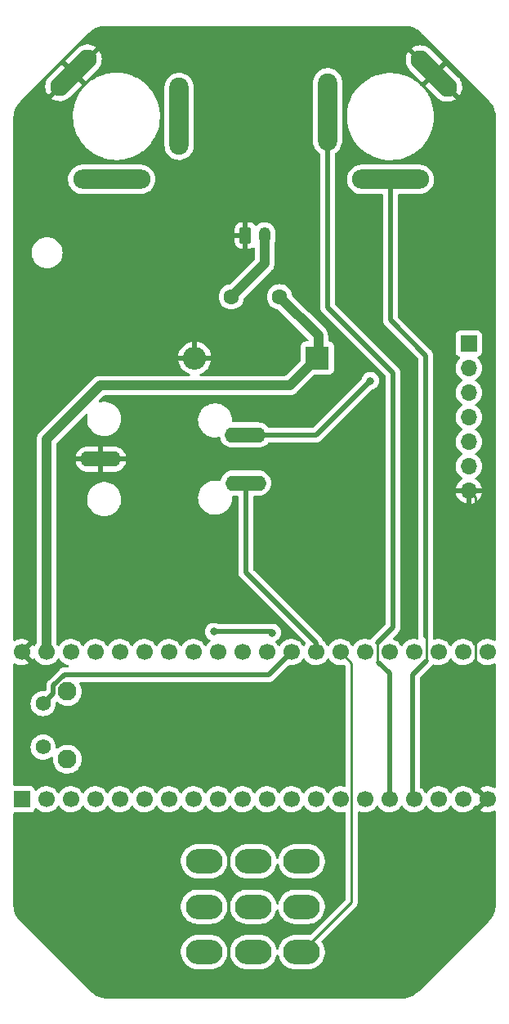
<source format=gtl>
G04 #@! TF.GenerationSoftware,KiCad,Pcbnew,(6.0.11)*
G04 #@! TF.CreationDate,2023-07-06T13:43:45+02:00*
G04 #@! TF.ProjectId,Dohle TankVerb,446f686c-6520-4546-916e-6b566572622e,rev?*
G04 #@! TF.SameCoordinates,Original*
G04 #@! TF.FileFunction,Copper,L1,Top*
G04 #@! TF.FilePolarity,Positive*
%FSLAX46Y46*%
G04 Gerber Fmt 4.6, Leading zero omitted, Abs format (unit mm)*
G04 Created by KiCad (PCBNEW (6.0.11)) date 2023-07-06 13:43:45*
%MOMM*%
%LPD*%
G01*
G04 APERTURE LIST*
G04 Aperture macros list*
%AMRoundRect*
0 Rectangle with rounded corners*
0 $1 Rounding radius*
0 $2 $3 $4 $5 $6 $7 $8 $9 X,Y pos of 4 corners*
0 Add a 4 corners polygon primitive as box body*
4,1,4,$2,$3,$4,$5,$6,$7,$8,$9,$2,$3,0*
0 Add four circle primitives for the rounded corners*
1,1,$1+$1,$2,$3*
1,1,$1+$1,$4,$5*
1,1,$1+$1,$6,$7*
1,1,$1+$1,$8,$9*
0 Add four rect primitives between the rounded corners*
20,1,$1+$1,$2,$3,$4,$5,0*
20,1,$1+$1,$4,$5,$6,$7,0*
20,1,$1+$1,$6,$7,$8,$9,0*
20,1,$1+$1,$8,$9,$2,$3,0*%
%AMHorizOval*
0 Thick line with rounded ends*
0 $1 width*
0 $2 $3 position (X,Y) of the first rounded end (center of the circle)*
0 $4 $5 position (X,Y) of the second rounded end (center of the circle)*
0 Add line between two ends*
20,1,$1,$2,$3,$4,$5,0*
0 Add two circle primitives to create the rounded ends*
1,1,$1,$2,$3*
1,1,$1,$4,$5*%
G04 Aperture macros list end*
G04 #@! TA.AperFunction,ComponentPad*
%ADD10O,4.250000X1.600000*%
G04 #@! TD*
G04 #@! TA.AperFunction,ComponentPad*
%ADD11R,1.700000X1.700000*%
G04 #@! TD*
G04 #@! TA.AperFunction,ComponentPad*
%ADD12O,1.700000X1.700000*%
G04 #@! TD*
G04 #@! TA.AperFunction,ComponentPad*
%ADD13RoundRect,0.250000X-0.350000X-0.625000X0.350000X-0.625000X0.350000X0.625000X-0.350000X0.625000X0*%
G04 #@! TD*
G04 #@! TA.AperFunction,ComponentPad*
%ADD14O,1.200000X1.750000*%
G04 #@! TD*
G04 #@! TA.AperFunction,ComponentPad*
%ADD15C,1.600000*%
G04 #@! TD*
G04 #@! TA.AperFunction,ComponentPad*
%ADD16R,2.400000X2.400000*%
G04 #@! TD*
G04 #@! TA.AperFunction,ComponentPad*
%ADD17O,2.400000X2.400000*%
G04 #@! TD*
G04 #@! TA.AperFunction,ComponentPad*
%ADD18O,3.800000X2.540000*%
G04 #@! TD*
G04 #@! TA.AperFunction,ComponentPad*
%ADD19O,8.000000X2.000000*%
G04 #@! TD*
G04 #@! TA.AperFunction,ComponentPad*
%ADD20HorizOval,2.000000X-1.414214X1.414214X1.414214X-1.414214X0*%
G04 #@! TD*
G04 #@! TA.AperFunction,ComponentPad*
%ADD21O,2.000000X8.000000*%
G04 #@! TD*
G04 #@! TA.AperFunction,ComponentPad*
%ADD22HorizOval,2.000000X-1.414214X-1.414214X1.414214X1.414214X0*%
G04 #@! TD*
G04 #@! TA.AperFunction,ComponentPad*
%ADD23C,1.700000*%
G04 #@! TD*
G04 #@! TA.AperFunction,ComponentPad*
%ADD24C,1.575000*%
G04 #@! TD*
G04 #@! TA.AperFunction,ComponentPad*
%ADD25C,1.950000*%
G04 #@! TD*
G04 #@! TA.AperFunction,ViaPad*
%ADD26C,0.800000*%
G04 #@! TD*
G04 #@! TA.AperFunction,Conductor*
%ADD27C,1.000000*%
G04 #@! TD*
G04 #@! TA.AperFunction,Conductor*
%ADD28C,0.250000*%
G04 #@! TD*
G04 #@! TA.AperFunction,Conductor*
%ADD29C,0.500000*%
G04 #@! TD*
G04 APERTURE END LIST*
D10*
X156434422Y-100558217D03*
X141423108Y-98079634D03*
X156396290Y-95588340D03*
D11*
X179552600Y-86106000D03*
D12*
X179552600Y-88646000D03*
X179552600Y-91186000D03*
X179552600Y-93726000D03*
X179552600Y-96266000D03*
X179552600Y-98806000D03*
X179552600Y-101346000D03*
D13*
X156407919Y-74930000D03*
D14*
X158407919Y-74930000D03*
D15*
X154940000Y-81280000D03*
X159940000Y-81280000D03*
D16*
X163855400Y-87604600D03*
D17*
X151155400Y-87604600D03*
D18*
X162225962Y-139708959D03*
X162225962Y-144410519D03*
X162225962Y-149108959D03*
X157226482Y-139708959D03*
X157226482Y-144410519D03*
X157226482Y-149108959D03*
X152125962Y-139709719D03*
X152125962Y-144411279D03*
X152125962Y-149109719D03*
D19*
X171437559Y-69113936D03*
D20*
X175945800Y-58166000D03*
D21*
X164915057Y-62119877D03*
X149534000Y-62595200D03*
D22*
X138586064Y-58086959D03*
D19*
X142539941Y-69117702D03*
D11*
X133223000Y-133299200D03*
D23*
X135763000Y-133299200D03*
X138303000Y-133299200D03*
X140843000Y-133299200D03*
X143383000Y-133299200D03*
X145923000Y-133299200D03*
X148463000Y-133299200D03*
X151003000Y-133299200D03*
X153543000Y-133299200D03*
X156083000Y-133299200D03*
X158623000Y-133299200D03*
X161163000Y-133299200D03*
X163703000Y-133299200D03*
X166243000Y-133299200D03*
X168783000Y-133299200D03*
X171323000Y-133299200D03*
X173863000Y-133299200D03*
X176403000Y-133299200D03*
X178943000Y-133299200D03*
X181483000Y-133299200D03*
X181483000Y-118059200D03*
X178943000Y-118059200D03*
X176403000Y-118059200D03*
X173863000Y-118059200D03*
X171323000Y-118059200D03*
X168783000Y-118059200D03*
X166243000Y-118059200D03*
X163703000Y-118059200D03*
X161163000Y-118059200D03*
X158623000Y-118059200D03*
X156083000Y-118059200D03*
X153543000Y-118059200D03*
X151003000Y-118059200D03*
X148463000Y-118059200D03*
X145923000Y-118059200D03*
X143383000Y-118059200D03*
X140843000Y-118059200D03*
X138303000Y-118059200D03*
X135763000Y-118059200D03*
X133223000Y-118059200D03*
D24*
X135441000Y-127886400D03*
X135441000Y-123386400D03*
D25*
X137941000Y-129136400D03*
X137941000Y-122136400D03*
D26*
X153114711Y-115951000D03*
X159182889Y-116052600D03*
X169348000Y-89967711D03*
D27*
X163957000Y-87503000D02*
X163855400Y-87604600D01*
X163957000Y-85297000D02*
X163957000Y-87503000D01*
X159940000Y-81280000D02*
X163957000Y-85297000D01*
X135763000Y-96052711D02*
X141348000Y-90467711D01*
X141348000Y-90467711D02*
X160992289Y-90467711D01*
X160992289Y-90467711D02*
X163855400Y-87604600D01*
X135763000Y-118059200D02*
X135763000Y-96052711D01*
D28*
X180238400Y-102031800D02*
X180238400Y-132054600D01*
X179552600Y-101346000D02*
X180238400Y-102031800D01*
X180238400Y-132054600D02*
X181483000Y-133299200D01*
D27*
X154940000Y-81280000D02*
X158407919Y-77812081D01*
X158407919Y-77812081D02*
X158407919Y-74930000D01*
D29*
X153114711Y-115951000D02*
X159081289Y-115951000D01*
X163727371Y-95588340D02*
X167848000Y-91467711D01*
X167848000Y-91467711D02*
X169348000Y-89967711D01*
X156396290Y-95588340D02*
X163727371Y-95588340D01*
X159081289Y-115951000D02*
X159182889Y-116052600D01*
X135441000Y-123386400D02*
X136516000Y-122311400D01*
X136516000Y-121546145D02*
X137666145Y-120396000D01*
X137666145Y-120396000D02*
X158826200Y-120396000D01*
X136516000Y-122311400D02*
X136516000Y-121546145D01*
X158826200Y-120396000D02*
X161163000Y-118059200D01*
D28*
X167418000Y-143916921D02*
X162225962Y-149108959D01*
X167418000Y-119234200D02*
X167418000Y-143916921D01*
X166243000Y-118059200D02*
X167418000Y-119234200D01*
D29*
X163703000Y-117072711D02*
X163703000Y-118059200D01*
X156434422Y-109804133D02*
X163703000Y-117072711D01*
X156434422Y-100558217D02*
X156434422Y-109804133D01*
X171437559Y-83680559D02*
X171437559Y-69113936D01*
X175103000Y-87346000D02*
X171437559Y-83680559D01*
X173736000Y-133172200D02*
X173863000Y-133299200D01*
X175103000Y-116429000D02*
X175103000Y-87346000D01*
D28*
X175133000Y-116459000D02*
X175133000Y-118999000D01*
D29*
X173736000Y-120396000D02*
X173736000Y-133172200D01*
X175133000Y-118999000D02*
X173736000Y-120396000D01*
X170180000Y-119126000D02*
X171323000Y-120269000D01*
X171704000Y-115473000D02*
X171704000Y-89154000D01*
X171704000Y-89154000D02*
X164915057Y-82365057D01*
X171323000Y-120269000D02*
X171323000Y-133299200D01*
X164915057Y-82365057D02*
X164915057Y-62119877D01*
X170083000Y-117094000D02*
X171704000Y-115473000D01*
D28*
X170083000Y-117094000D02*
X170089439Y-117100439D01*
X170089439Y-117100439D02*
X170089439Y-119035439D01*
X170089439Y-119035439D02*
X170180000Y-119126000D01*
G04 #@! TA.AperFunction,Conductor*
G36*
X180295026Y-118734344D02*
G01*
X180322875Y-118766194D01*
X180382987Y-118864288D01*
X180529250Y-119033138D01*
X180701126Y-119175832D01*
X180894000Y-119288538D01*
X180898825Y-119290380D01*
X180898826Y-119290381D01*
X180934863Y-119304142D01*
X181102692Y-119368230D01*
X181107760Y-119369261D01*
X181107763Y-119369262D01*
X181202720Y-119388581D01*
X181321597Y-119412767D01*
X181326772Y-119412957D01*
X181326774Y-119412957D01*
X181539673Y-119420764D01*
X181539677Y-119420764D01*
X181544837Y-119420953D01*
X181549957Y-119420297D01*
X181549959Y-119420297D01*
X181761288Y-119393225D01*
X181761289Y-119393225D01*
X181766416Y-119392568D01*
X181771376Y-119391080D01*
X181975429Y-119329861D01*
X181975434Y-119329859D01*
X181980384Y-119328374D01*
X182158070Y-119241327D01*
X182228041Y-119229320D01*
X182293399Y-119257050D01*
X182333389Y-119315713D01*
X182339500Y-119354478D01*
X182339500Y-132007276D01*
X182319498Y-132075397D01*
X182265842Y-132121890D01*
X182195568Y-132131994D01*
X182152606Y-132117585D01*
X182046107Y-132058794D01*
X182036705Y-132054569D01*
X181835959Y-131983480D01*
X181825989Y-131980846D01*
X181616327Y-131943501D01*
X181606073Y-131942531D01*
X181393116Y-131939928D01*
X181382832Y-131940648D01*
X181172321Y-131972861D01*
X181162293Y-131975250D01*
X180959868Y-132041412D01*
X180950359Y-132045409D01*
X180761466Y-132143740D01*
X180752734Y-132149239D01*
X180732677Y-132164299D01*
X180724223Y-132175627D01*
X180730968Y-132187958D01*
X181753115Y-133210105D01*
X181787141Y-133272417D01*
X181782076Y-133343232D01*
X181753115Y-133388295D01*
X180729737Y-134411673D01*
X180722977Y-134424053D01*
X180728258Y-134431107D01*
X180889756Y-134525479D01*
X180899042Y-134529929D01*
X181098001Y-134605903D01*
X181107899Y-134608779D01*
X181316595Y-134651238D01*
X181326823Y-134652457D01*
X181539650Y-134660262D01*
X181549936Y-134659795D01*
X181761185Y-134632734D01*
X181771262Y-134630592D01*
X181975255Y-134569391D01*
X181984842Y-134565633D01*
X182158067Y-134480771D01*
X182228041Y-134468764D01*
X182293399Y-134496494D01*
X182333389Y-134555157D01*
X182339500Y-134593922D01*
X182339500Y-144124670D01*
X182338000Y-144144052D01*
X182334309Y-144167761D01*
X182335474Y-144176667D01*
X182335474Y-144176668D01*
X182336662Y-144185753D01*
X182337529Y-144209157D01*
X182334646Y-144260515D01*
X182324236Y-144445935D01*
X182322654Y-144459975D01*
X182296356Y-144614779D01*
X182287643Y-144666069D01*
X182278231Y-144721470D01*
X182275088Y-144735241D01*
X182239344Y-144859320D01*
X182201659Y-144990132D01*
X182196992Y-145003469D01*
X182095489Y-145248525D01*
X182089364Y-145261245D01*
X181961049Y-145493417D01*
X181953547Y-145505357D01*
X181916263Y-145557904D01*
X181800046Y-145721696D01*
X181791236Y-145732743D01*
X181638159Y-145904036D01*
X181618534Y-145921819D01*
X181617776Y-145922373D01*
X181610525Y-145927670D01*
X181605054Y-145934787D01*
X181605050Y-145934791D01*
X181591121Y-145952911D01*
X181580321Y-145965215D01*
X174402027Y-153143510D01*
X174387259Y-153156157D01*
X174367883Y-153170312D01*
X174362409Y-153177433D01*
X174362408Y-153177434D01*
X174356824Y-153184698D01*
X174340888Y-153201858D01*
X174164062Y-153359878D01*
X174153015Y-153368688D01*
X173936686Y-153522180D01*
X173924722Y-153529697D01*
X173692578Y-153657998D01*
X173679847Y-153664129D01*
X173434792Y-153765631D01*
X173421455Y-153770298D01*
X173166574Y-153843726D01*
X173152799Y-153846870D01*
X172891295Y-153891299D01*
X172877265Y-153892879D01*
X172647681Y-153905769D01*
X172621239Y-153904467D01*
X172611642Y-153902973D01*
X172581982Y-153906851D01*
X172580070Y-153907101D01*
X172563735Y-153908164D01*
X142140000Y-153908164D01*
X142120616Y-153906664D01*
X142105782Y-153904354D01*
X142105779Y-153904354D01*
X142096909Y-153902973D01*
X142088007Y-153904137D01*
X142088004Y-153904137D01*
X142078915Y-153905326D01*
X142055516Y-153906192D01*
X141818730Y-153892897D01*
X141804704Y-153891317D01*
X141612156Y-153858604D01*
X141543197Y-153846888D01*
X141529422Y-153843744D01*
X141274538Y-153770316D01*
X141261205Y-153765651D01*
X141016152Y-153664148D01*
X141003423Y-153658018D01*
X140771261Y-153529710D01*
X140759303Y-153522196D01*
X140542975Y-153368705D01*
X140531929Y-153359897D01*
X140360604Y-153206791D01*
X140342823Y-153187169D01*
X140342289Y-153186438D01*
X140342287Y-153186436D01*
X140336992Y-153179188D01*
X140311747Y-153159782D01*
X140299443Y-153148981D01*
X136369061Y-149218598D01*
X149715802Y-149218598D01*
X149751448Y-149480527D01*
X149752757Y-149485017D01*
X149752758Y-149485023D01*
X149766017Y-149530511D01*
X149825419Y-149734309D01*
X149827377Y-149738556D01*
X149827378Y-149738559D01*
X149843431Y-149773380D01*
X149936089Y-149974371D01*
X149938652Y-149978280D01*
X150078461Y-150191524D01*
X150078465Y-150191529D01*
X150081027Y-150195437D01*
X150257048Y-150392652D01*
X150460286Y-150561683D01*
X150686276Y-150698818D01*
X150690584Y-150700624D01*
X150690585Y-150700625D01*
X150925738Y-150799233D01*
X150925743Y-150799235D01*
X150930053Y-150801042D01*
X150934585Y-150802193D01*
X150934588Y-150802194D01*
X150990159Y-150816307D01*
X151186263Y-150866111D01*
X151405818Y-150888219D01*
X152823070Y-150888219D01*
X152825395Y-150888046D01*
X152825401Y-150888046D01*
X153014926Y-150873962D01*
X153014930Y-150873961D01*
X153019578Y-150873616D01*
X153277403Y-150815276D01*
X153283711Y-150812823D01*
X153519420Y-150721161D01*
X153519422Y-150721160D01*
X153523773Y-150719468D01*
X153529159Y-150716390D01*
X153608410Y-150671094D01*
X153753275Y-150588297D01*
X153960868Y-150424644D01*
X154141992Y-150232104D01*
X154165006Y-150198929D01*
X154290004Y-150018745D01*
X154290007Y-150018740D01*
X154292666Y-150014907D01*
X154295108Y-150009956D01*
X154407517Y-149782013D01*
X154407518Y-149782010D01*
X154409582Y-149777825D01*
X154422395Y-149737799D01*
X154488748Y-149530511D01*
X154490171Y-149526066D01*
X154532662Y-149265160D01*
X154536122Y-149000840D01*
X154500476Y-148738911D01*
X154485686Y-148688167D01*
X154467697Y-148626451D01*
X154426505Y-148485129D01*
X154424196Y-148480119D01*
X154317792Y-148249313D01*
X154315835Y-148245067D01*
X154284309Y-148196982D01*
X154173463Y-148027914D01*
X154173459Y-148027909D01*
X154170897Y-148024001D01*
X153994876Y-147826786D01*
X153791638Y-147657755D01*
X153565648Y-147520620D01*
X153561339Y-147518813D01*
X153326186Y-147420205D01*
X153326181Y-147420203D01*
X153321871Y-147418396D01*
X153317339Y-147417245D01*
X153317336Y-147417244D01*
X153189841Y-147384865D01*
X153065661Y-147353327D01*
X152846106Y-147331219D01*
X151428854Y-147331219D01*
X151426529Y-147331392D01*
X151426523Y-147331392D01*
X151236998Y-147345476D01*
X151236994Y-147345477D01*
X151232346Y-147345822D01*
X150974521Y-147404162D01*
X150970169Y-147405854D01*
X150970167Y-147405855D01*
X150732504Y-147498277D01*
X150732502Y-147498278D01*
X150728151Y-147499970D01*
X150724097Y-147502287D01*
X150724095Y-147502288D01*
X150692021Y-147520620D01*
X150498649Y-147631141D01*
X150291056Y-147794794D01*
X150109932Y-147987334D01*
X150107266Y-147991177D01*
X149962448Y-148199933D01*
X149959258Y-148204531D01*
X149957192Y-148208720D01*
X149957191Y-148208722D01*
X149937549Y-148248553D01*
X149842342Y-148441613D01*
X149761753Y-148693372D01*
X149719262Y-148954278D01*
X149715802Y-149218598D01*
X136369061Y-149218598D01*
X133114623Y-145964160D01*
X133101974Y-145949390D01*
X133087822Y-145930017D01*
X133072995Y-145918619D01*
X133056078Y-145902954D01*
X132907026Y-145737128D01*
X132898609Y-145726697D01*
X132895795Y-145722802D01*
X132751235Y-145522755D01*
X132743976Y-145511491D01*
X132619107Y-145293061D01*
X132613083Y-145281088D01*
X132512118Y-145050618D01*
X132507400Y-145038072D01*
X132431488Y-144798181D01*
X132428130Y-144785206D01*
X132378130Y-144538614D01*
X132376169Y-144525355D01*
X132375681Y-144520158D01*
X149715802Y-144520158D01*
X149751448Y-144782087D01*
X149752757Y-144786577D01*
X149752758Y-144786583D01*
X149766017Y-144832071D01*
X149825419Y-145035869D01*
X149827377Y-145040116D01*
X149827378Y-145040119D01*
X149843431Y-145074940D01*
X149936089Y-145275931D01*
X149938652Y-145279840D01*
X150078461Y-145493084D01*
X150078465Y-145493089D01*
X150081027Y-145496997D01*
X150257048Y-145694212D01*
X150302649Y-145732138D01*
X150452025Y-145856372D01*
X150460286Y-145863243D01*
X150686276Y-146000378D01*
X150690584Y-146002184D01*
X150690585Y-146002185D01*
X150925738Y-146100793D01*
X150925743Y-146100795D01*
X150930053Y-146102602D01*
X150934585Y-146103753D01*
X150934588Y-146103754D01*
X150990159Y-146117867D01*
X151186263Y-146167671D01*
X151405818Y-146189779D01*
X152823070Y-146189779D01*
X152825395Y-146189606D01*
X152825401Y-146189606D01*
X153014926Y-146175522D01*
X153014930Y-146175521D01*
X153019578Y-146175176D01*
X153277403Y-146116836D01*
X153283711Y-146114383D01*
X153519420Y-146022721D01*
X153519422Y-146022720D01*
X153523773Y-146021028D01*
X153529159Y-146017950D01*
X153621426Y-145965215D01*
X153753275Y-145889857D01*
X153960868Y-145726204D01*
X154141992Y-145533664D01*
X154149558Y-145522757D01*
X154290004Y-145320305D01*
X154290007Y-145320300D01*
X154292666Y-145316467D01*
X154310113Y-145281088D01*
X154407517Y-145083573D01*
X154407518Y-145083570D01*
X154409582Y-145079385D01*
X154418791Y-145050618D01*
X154488748Y-144832071D01*
X154490171Y-144827626D01*
X154532662Y-144566720D01*
X154533282Y-144519398D01*
X154816322Y-144519398D01*
X154851968Y-144781327D01*
X154853277Y-144785817D01*
X154853278Y-144785823D01*
X154874701Y-144859320D01*
X154925939Y-145035109D01*
X154927897Y-145039356D01*
X154927898Y-145039359D01*
X154943951Y-145074180D01*
X155036609Y-145275171D01*
X155044516Y-145287231D01*
X155178981Y-145492324D01*
X155178985Y-145492329D01*
X155181547Y-145496237D01*
X155357568Y-145693452D01*
X155560806Y-145862483D01*
X155786796Y-145999618D01*
X155791104Y-146001424D01*
X155791105Y-146001425D01*
X156026258Y-146100033D01*
X156026263Y-146100035D01*
X156030573Y-146101842D01*
X156035105Y-146102993D01*
X156035108Y-146102994D01*
X156124148Y-146125607D01*
X156286783Y-146166911D01*
X156506338Y-146189019D01*
X157923590Y-146189019D01*
X157925915Y-146188846D01*
X157925921Y-146188846D01*
X158115446Y-146174762D01*
X158115450Y-146174761D01*
X158120098Y-146174416D01*
X158377923Y-146116076D01*
X158409609Y-146103754D01*
X158619940Y-146021961D01*
X158619942Y-146021960D01*
X158624293Y-146020268D01*
X158657262Y-146001425D01*
X158748304Y-145949390D01*
X158853795Y-145889097D01*
X159061388Y-145725444D01*
X159242512Y-145532904D01*
X159265617Y-145499598D01*
X159390524Y-145319545D01*
X159390527Y-145319540D01*
X159393186Y-145315707D01*
X159410874Y-145279840D01*
X159508037Y-145082813D01*
X159508038Y-145082810D01*
X159510102Y-145078625D01*
X159590691Y-144826866D01*
X159597252Y-144786583D01*
X159600599Y-144766028D01*
X159631291Y-144702009D01*
X159691723Y-144664745D01*
X159762707Y-144666069D01*
X159821707Y-144705559D01*
X159849810Y-144769291D01*
X159851448Y-144781327D01*
X159852757Y-144785817D01*
X159852758Y-144785823D01*
X159874181Y-144859320D01*
X159925419Y-145035109D01*
X159927377Y-145039356D01*
X159927378Y-145039359D01*
X159943431Y-145074180D01*
X160036089Y-145275171D01*
X160043996Y-145287231D01*
X160178461Y-145492324D01*
X160178465Y-145492329D01*
X160181027Y-145496237D01*
X160357048Y-145693452D01*
X160560286Y-145862483D01*
X160786276Y-145999618D01*
X160790584Y-146001424D01*
X160790585Y-146001425D01*
X161025738Y-146100033D01*
X161025743Y-146100035D01*
X161030053Y-146101842D01*
X161034585Y-146102993D01*
X161034588Y-146102994D01*
X161123628Y-146125607D01*
X161286263Y-146166911D01*
X161505818Y-146189019D01*
X162923070Y-146189019D01*
X162925395Y-146188846D01*
X162925401Y-146188846D01*
X163114926Y-146174762D01*
X163114930Y-146174761D01*
X163119578Y-146174416D01*
X163377403Y-146116076D01*
X163409089Y-146103754D01*
X163619420Y-146021961D01*
X163619422Y-146021960D01*
X163623773Y-146020268D01*
X163656742Y-146001425D01*
X163747784Y-145949390D01*
X163853275Y-145889097D01*
X164060868Y-145725444D01*
X164241992Y-145532904D01*
X164265097Y-145499598D01*
X164390004Y-145319545D01*
X164390007Y-145319540D01*
X164392666Y-145315707D01*
X164410354Y-145279840D01*
X164507517Y-145082813D01*
X164507518Y-145082810D01*
X164509582Y-145078625D01*
X164590171Y-144826866D01*
X164632662Y-144565960D01*
X164635405Y-144356412D01*
X164636061Y-144306317D01*
X164636061Y-144306314D01*
X164636122Y-144301640D01*
X164600476Y-144039711D01*
X164594675Y-144019807D01*
X164555978Y-143887046D01*
X164526505Y-143785929D01*
X164508844Y-143747618D01*
X164441863Y-143602327D01*
X164415835Y-143545867D01*
X164273961Y-143329474D01*
X164273463Y-143328714D01*
X164273459Y-143328709D01*
X164270897Y-143324801D01*
X164094876Y-143127586D01*
X163891638Y-142958555D01*
X163665648Y-142821420D01*
X163661339Y-142819613D01*
X163426186Y-142721005D01*
X163426181Y-142721003D01*
X163421871Y-142719196D01*
X163417339Y-142718045D01*
X163417336Y-142718044D01*
X163173193Y-142656040D01*
X163165661Y-142654127D01*
X162946106Y-142632019D01*
X161528854Y-142632019D01*
X161526529Y-142632192D01*
X161526523Y-142632192D01*
X161336998Y-142646276D01*
X161336994Y-142646277D01*
X161332346Y-142646622D01*
X161074521Y-142704962D01*
X161070169Y-142706654D01*
X161070167Y-142706655D01*
X160832504Y-142799077D01*
X160832502Y-142799078D01*
X160828151Y-142800770D01*
X160824097Y-142803087D01*
X160824095Y-142803088D01*
X160743514Y-142849144D01*
X160598649Y-142931941D01*
X160391056Y-143095594D01*
X160209932Y-143288134D01*
X160207266Y-143291977D01*
X160181254Y-143329474D01*
X160059258Y-143505331D01*
X160057192Y-143509520D01*
X160057191Y-143509522D01*
X159985688Y-143654517D01*
X159942342Y-143742413D01*
X159940920Y-143746856D01*
X159940919Y-143746858D01*
X159928412Y-143785929D01*
X159861753Y-143994172D01*
X159861004Y-143998773D01*
X159861003Y-143998776D01*
X159851845Y-144055010D01*
X159821153Y-144119029D01*
X159760721Y-144156293D01*
X159689737Y-144154969D01*
X159630737Y-144115479D01*
X159602634Y-144051747D01*
X159602586Y-144051397D01*
X159600996Y-144039711D01*
X159595195Y-144019807D01*
X159556498Y-143887046D01*
X159527025Y-143785929D01*
X159509364Y-143747618D01*
X159442383Y-143602327D01*
X159416355Y-143545867D01*
X159274481Y-143329474D01*
X159273983Y-143328714D01*
X159273979Y-143328709D01*
X159271417Y-143324801D01*
X159095396Y-143127586D01*
X158892158Y-142958555D01*
X158666168Y-142821420D01*
X158661859Y-142819613D01*
X158426706Y-142721005D01*
X158426701Y-142721003D01*
X158422391Y-142719196D01*
X158417859Y-142718045D01*
X158417856Y-142718044D01*
X158173713Y-142656040D01*
X158166181Y-142654127D01*
X157946626Y-142632019D01*
X156529374Y-142632019D01*
X156527049Y-142632192D01*
X156527043Y-142632192D01*
X156337518Y-142646276D01*
X156337514Y-142646277D01*
X156332866Y-142646622D01*
X156075041Y-142704962D01*
X156070689Y-142706654D01*
X156070687Y-142706655D01*
X155833024Y-142799077D01*
X155833022Y-142799078D01*
X155828671Y-142800770D01*
X155824617Y-142803087D01*
X155824615Y-142803088D01*
X155744034Y-142849144D01*
X155599169Y-142931941D01*
X155391576Y-143095594D01*
X155210452Y-143288134D01*
X155207786Y-143291977D01*
X155181774Y-143329474D01*
X155059778Y-143505331D01*
X155057712Y-143509520D01*
X155057711Y-143509522D01*
X154986208Y-143654517D01*
X154942862Y-143742413D01*
X154941440Y-143746856D01*
X154941439Y-143746858D01*
X154928932Y-143785929D01*
X154862273Y-143994172D01*
X154844657Y-144102341D01*
X154832985Y-144174011D01*
X154819782Y-144255078D01*
X154816322Y-144519398D01*
X154533282Y-144519398D01*
X154535378Y-144359254D01*
X154536061Y-144307077D01*
X154536061Y-144307074D01*
X154536122Y-144302400D01*
X154500476Y-144040471D01*
X154498189Y-144032622D01*
X154457480Y-143892960D01*
X154426505Y-143786689D01*
X154424196Y-143781679D01*
X154317792Y-143550873D01*
X154315835Y-143546627D01*
X154284309Y-143498542D01*
X154173463Y-143329474D01*
X154173459Y-143329469D01*
X154170897Y-143325561D01*
X153994876Y-143128346D01*
X153791638Y-142959315D01*
X153565648Y-142822180D01*
X153561339Y-142820373D01*
X153326186Y-142721765D01*
X153326181Y-142721763D01*
X153321871Y-142719956D01*
X153317339Y-142718805D01*
X153317336Y-142718804D01*
X153189841Y-142686425D01*
X153065661Y-142654887D01*
X152846106Y-142632779D01*
X151428854Y-142632779D01*
X151426529Y-142632952D01*
X151426523Y-142632952D01*
X151236998Y-142647036D01*
X151236994Y-142647037D01*
X151232346Y-142647382D01*
X150974521Y-142705722D01*
X150970169Y-142707414D01*
X150970167Y-142707415D01*
X150732504Y-142799837D01*
X150732502Y-142799838D01*
X150728151Y-142801530D01*
X150724097Y-142803847D01*
X150724095Y-142803848D01*
X150692021Y-142822180D01*
X150498649Y-142932701D01*
X150291056Y-143096354D01*
X150109932Y-143288894D01*
X150107266Y-143292737D01*
X149962448Y-143501493D01*
X149959258Y-143506091D01*
X149957192Y-143510280D01*
X149957191Y-143510282D01*
X149911800Y-143602327D01*
X149842342Y-143743173D01*
X149761753Y-143994932D01*
X149719262Y-144255838D01*
X149717927Y-144357826D01*
X149716774Y-144445935D01*
X149715802Y-144520158D01*
X132375681Y-144520158D01*
X132352646Y-144274849D01*
X132352104Y-144261456D01*
X132354865Y-144045749D01*
X132357905Y-144019807D01*
X132358194Y-144018516D01*
X132360158Y-144009754D01*
X132359455Y-143998778D01*
X132356758Y-143956716D01*
X132356500Y-143948655D01*
X132356500Y-139818598D01*
X149715802Y-139818598D01*
X149751448Y-140080527D01*
X149752757Y-140085017D01*
X149752758Y-140085023D01*
X149766017Y-140130511D01*
X149825419Y-140334309D01*
X149827377Y-140338556D01*
X149827378Y-140338559D01*
X149843431Y-140373380D01*
X149936089Y-140574371D01*
X149938652Y-140578280D01*
X150078461Y-140791524D01*
X150078465Y-140791529D01*
X150081027Y-140795437D01*
X150257048Y-140992652D01*
X150460286Y-141161683D01*
X150686276Y-141298818D01*
X150690584Y-141300624D01*
X150690585Y-141300625D01*
X150925738Y-141399233D01*
X150925743Y-141399235D01*
X150930053Y-141401042D01*
X150934585Y-141402193D01*
X150934588Y-141402194D01*
X150990159Y-141416307D01*
X151186263Y-141466111D01*
X151405818Y-141488219D01*
X152823070Y-141488219D01*
X152825395Y-141488046D01*
X152825401Y-141488046D01*
X153014926Y-141473962D01*
X153014930Y-141473961D01*
X153019578Y-141473616D01*
X153277403Y-141415276D01*
X153283711Y-141412823D01*
X153519420Y-141321161D01*
X153519422Y-141321160D01*
X153523773Y-141319468D01*
X153529159Y-141316390D01*
X153608410Y-141271094D01*
X153753275Y-141188297D01*
X153960868Y-141024644D01*
X154141992Y-140832104D01*
X154165006Y-140798929D01*
X154290004Y-140618745D01*
X154290007Y-140618740D01*
X154292666Y-140614907D01*
X154295108Y-140609956D01*
X154407517Y-140382013D01*
X154407518Y-140382010D01*
X154409582Y-140377825D01*
X154422395Y-140337799D01*
X154488748Y-140130511D01*
X154490171Y-140126066D01*
X154532662Y-139865160D01*
X154533281Y-139817838D01*
X154816322Y-139817838D01*
X154851968Y-140079767D01*
X154853277Y-140084257D01*
X154853278Y-140084263D01*
X154884747Y-140192227D01*
X154925939Y-140333549D01*
X154927897Y-140337796D01*
X154927898Y-140337799D01*
X154943951Y-140372620D01*
X155036609Y-140573611D01*
X155039172Y-140577520D01*
X155178981Y-140790764D01*
X155178985Y-140790769D01*
X155181547Y-140794677D01*
X155357568Y-140991892D01*
X155560806Y-141160923D01*
X155786796Y-141298058D01*
X155791104Y-141299864D01*
X155791105Y-141299865D01*
X156026258Y-141398473D01*
X156026263Y-141398475D01*
X156030573Y-141400282D01*
X156035105Y-141401433D01*
X156035108Y-141401434D01*
X156162603Y-141433813D01*
X156286783Y-141465351D01*
X156506338Y-141487459D01*
X157923590Y-141487459D01*
X157925915Y-141487286D01*
X157925921Y-141487286D01*
X158115446Y-141473202D01*
X158115450Y-141473201D01*
X158120098Y-141472856D01*
X158377923Y-141414516D01*
X158409609Y-141402194D01*
X158619940Y-141320401D01*
X158619942Y-141320400D01*
X158624293Y-141318708D01*
X158657262Y-141299865D01*
X158708930Y-141270334D01*
X158853795Y-141187537D01*
X159061388Y-141023884D01*
X159242512Y-140831344D01*
X159265526Y-140798169D01*
X159390524Y-140617985D01*
X159390527Y-140617980D01*
X159393186Y-140614147D01*
X159410874Y-140578280D01*
X159508037Y-140381253D01*
X159508038Y-140381250D01*
X159510102Y-140377065D01*
X159590691Y-140125306D01*
X159597252Y-140085023D01*
X159600599Y-140064468D01*
X159631291Y-140000449D01*
X159691723Y-139963185D01*
X159762707Y-139964509D01*
X159821707Y-140003999D01*
X159849810Y-140067731D01*
X159851448Y-140079767D01*
X159852757Y-140084257D01*
X159852758Y-140084263D01*
X159884227Y-140192227D01*
X159925419Y-140333549D01*
X159927377Y-140337796D01*
X159927378Y-140337799D01*
X159943431Y-140372620D01*
X160036089Y-140573611D01*
X160038652Y-140577520D01*
X160178461Y-140790764D01*
X160178465Y-140790769D01*
X160181027Y-140794677D01*
X160357048Y-140991892D01*
X160560286Y-141160923D01*
X160786276Y-141298058D01*
X160790584Y-141299864D01*
X160790585Y-141299865D01*
X161025738Y-141398473D01*
X161025743Y-141398475D01*
X161030053Y-141400282D01*
X161034585Y-141401433D01*
X161034588Y-141401434D01*
X161162083Y-141433813D01*
X161286263Y-141465351D01*
X161505818Y-141487459D01*
X162923070Y-141487459D01*
X162925395Y-141487286D01*
X162925401Y-141487286D01*
X163114926Y-141473202D01*
X163114930Y-141473201D01*
X163119578Y-141472856D01*
X163377403Y-141414516D01*
X163409089Y-141402194D01*
X163619420Y-141320401D01*
X163619422Y-141320400D01*
X163623773Y-141318708D01*
X163656742Y-141299865D01*
X163708410Y-141270334D01*
X163853275Y-141187537D01*
X164060868Y-141023884D01*
X164241992Y-140831344D01*
X164265006Y-140798169D01*
X164390004Y-140617985D01*
X164390007Y-140617980D01*
X164392666Y-140614147D01*
X164410354Y-140578280D01*
X164507517Y-140381253D01*
X164507518Y-140381250D01*
X164509582Y-140377065D01*
X164590171Y-140125306D01*
X164632662Y-139864400D01*
X164636122Y-139600080D01*
X164600476Y-139338151D01*
X164588545Y-139297216D01*
X164528036Y-139089622D01*
X164526505Y-139084369D01*
X164508844Y-139046058D01*
X164482958Y-138989909D01*
X164415835Y-138844307D01*
X164273961Y-138627914D01*
X164273463Y-138627154D01*
X164273459Y-138627149D01*
X164270897Y-138623241D01*
X164094876Y-138426026D01*
X163891638Y-138256995D01*
X163665648Y-138119860D01*
X163661339Y-138118053D01*
X163426186Y-138019445D01*
X163426181Y-138019443D01*
X163421871Y-138017636D01*
X163417339Y-138016485D01*
X163417336Y-138016484D01*
X163173193Y-137954480D01*
X163165661Y-137952567D01*
X162946106Y-137930459D01*
X161528854Y-137930459D01*
X161526529Y-137930632D01*
X161526523Y-137930632D01*
X161336998Y-137944716D01*
X161336994Y-137944717D01*
X161332346Y-137945062D01*
X161074521Y-138003402D01*
X161070169Y-138005094D01*
X161070167Y-138005095D01*
X160832504Y-138097517D01*
X160832502Y-138097518D01*
X160828151Y-138099210D01*
X160824097Y-138101527D01*
X160824095Y-138101528D01*
X160743514Y-138147584D01*
X160598649Y-138230381D01*
X160391056Y-138394034D01*
X160209932Y-138586574D01*
X160207266Y-138590417D01*
X160181254Y-138627914D01*
X160059258Y-138803771D01*
X160057192Y-138807960D01*
X160057191Y-138807962D01*
X160041196Y-138840398D01*
X159942342Y-139040853D01*
X159940920Y-139045296D01*
X159940919Y-139045298D01*
X159928412Y-139084369D01*
X159861753Y-139292612D01*
X159861004Y-139297213D01*
X159861003Y-139297216D01*
X159851845Y-139353450D01*
X159821153Y-139417469D01*
X159760721Y-139454733D01*
X159689737Y-139453409D01*
X159630737Y-139413919D01*
X159602634Y-139350187D01*
X159602598Y-139349923D01*
X159600996Y-139338151D01*
X159589065Y-139297216D01*
X159528556Y-139089622D01*
X159527025Y-139084369D01*
X159509364Y-139046058D01*
X159483478Y-138989909D01*
X159416355Y-138844307D01*
X159274481Y-138627914D01*
X159273983Y-138627154D01*
X159273979Y-138627149D01*
X159271417Y-138623241D01*
X159095396Y-138426026D01*
X158892158Y-138256995D01*
X158666168Y-138119860D01*
X158661859Y-138118053D01*
X158426706Y-138019445D01*
X158426701Y-138019443D01*
X158422391Y-138017636D01*
X158417859Y-138016485D01*
X158417856Y-138016484D01*
X158173713Y-137954480D01*
X158166181Y-137952567D01*
X157946626Y-137930459D01*
X156529374Y-137930459D01*
X156527049Y-137930632D01*
X156527043Y-137930632D01*
X156337518Y-137944716D01*
X156337514Y-137944717D01*
X156332866Y-137945062D01*
X156075041Y-138003402D01*
X156070689Y-138005094D01*
X156070687Y-138005095D01*
X155833024Y-138097517D01*
X155833022Y-138097518D01*
X155828671Y-138099210D01*
X155824617Y-138101527D01*
X155824615Y-138101528D01*
X155744034Y-138147584D01*
X155599169Y-138230381D01*
X155391576Y-138394034D01*
X155210452Y-138586574D01*
X155207786Y-138590417D01*
X155181774Y-138627914D01*
X155059778Y-138803771D01*
X155057712Y-138807960D01*
X155057711Y-138807962D01*
X155041716Y-138840398D01*
X154942862Y-139040853D01*
X154941440Y-139045296D01*
X154941439Y-139045298D01*
X154928932Y-139084369D01*
X154862273Y-139292612D01*
X154819782Y-139553518D01*
X154816322Y-139817838D01*
X154533281Y-139817838D01*
X154536122Y-139600840D01*
X154500476Y-139338911D01*
X154485686Y-139288167D01*
X154467697Y-139226451D01*
X154426505Y-139085129D01*
X154424196Y-139080119D01*
X154317792Y-138849313D01*
X154315835Y-138845067D01*
X154284309Y-138796982D01*
X154173463Y-138627914D01*
X154173459Y-138627909D01*
X154170897Y-138624001D01*
X153994876Y-138426786D01*
X153791638Y-138257755D01*
X153565648Y-138120620D01*
X153561339Y-138118813D01*
X153326186Y-138020205D01*
X153326181Y-138020203D01*
X153321871Y-138018396D01*
X153317339Y-138017245D01*
X153317336Y-138017244D01*
X153189841Y-137984865D01*
X153065661Y-137953327D01*
X152846106Y-137931219D01*
X151428854Y-137931219D01*
X151426529Y-137931392D01*
X151426523Y-137931392D01*
X151236998Y-137945476D01*
X151236994Y-137945477D01*
X151232346Y-137945822D01*
X150974521Y-138004162D01*
X150970169Y-138005854D01*
X150970167Y-138005855D01*
X150732504Y-138098277D01*
X150732502Y-138098278D01*
X150728151Y-138099970D01*
X150724097Y-138102287D01*
X150724095Y-138102288D01*
X150692021Y-138120620D01*
X150498649Y-138231141D01*
X150291056Y-138394794D01*
X150109932Y-138587334D01*
X150107266Y-138591177D01*
X149962448Y-138799933D01*
X149959258Y-138804531D01*
X149957192Y-138808720D01*
X149957191Y-138808722D01*
X149937549Y-138848553D01*
X149842342Y-139041613D01*
X149761753Y-139293372D01*
X149719262Y-139554278D01*
X149715802Y-139818598D01*
X132356500Y-139818598D01*
X132356500Y-134783700D01*
X132376502Y-134715579D01*
X132430158Y-134669086D01*
X132482500Y-134657700D01*
X134121134Y-134657700D01*
X134183316Y-134650945D01*
X134319705Y-134599815D01*
X134436261Y-134512461D01*
X134523615Y-134395905D01*
X134545799Y-134336729D01*
X134567598Y-134278582D01*
X134610240Y-134221818D01*
X134676802Y-134197118D01*
X134746150Y-134212326D01*
X134780817Y-134240314D01*
X134809250Y-134273138D01*
X134981126Y-134415832D01*
X135174000Y-134528538D01*
X135178825Y-134530380D01*
X135178826Y-134530381D01*
X135221724Y-134546762D01*
X135382692Y-134608230D01*
X135387760Y-134609261D01*
X135387763Y-134609262D01*
X135492604Y-134630592D01*
X135601597Y-134652767D01*
X135606772Y-134652957D01*
X135606774Y-134652957D01*
X135819673Y-134660764D01*
X135819677Y-134660764D01*
X135824837Y-134660953D01*
X135829957Y-134660297D01*
X135829959Y-134660297D01*
X136041288Y-134633225D01*
X136041289Y-134633225D01*
X136046416Y-134632568D01*
X136051369Y-134631082D01*
X136255429Y-134569861D01*
X136255434Y-134569859D01*
X136260384Y-134568374D01*
X136460994Y-134470096D01*
X136642860Y-134340373D01*
X136801096Y-134182689D01*
X136931453Y-134001277D01*
X136932776Y-134002228D01*
X136979645Y-133959057D01*
X137049580Y-133946825D01*
X137115026Y-133974344D01*
X137142875Y-134006194D01*
X137202987Y-134104288D01*
X137349250Y-134273138D01*
X137521126Y-134415832D01*
X137714000Y-134528538D01*
X137718825Y-134530380D01*
X137718826Y-134530381D01*
X137761724Y-134546762D01*
X137922692Y-134608230D01*
X137927760Y-134609261D01*
X137927763Y-134609262D01*
X138032604Y-134630592D01*
X138141597Y-134652767D01*
X138146772Y-134652957D01*
X138146774Y-134652957D01*
X138359673Y-134660764D01*
X138359677Y-134660764D01*
X138364837Y-134660953D01*
X138369957Y-134660297D01*
X138369959Y-134660297D01*
X138581288Y-134633225D01*
X138581289Y-134633225D01*
X138586416Y-134632568D01*
X138591369Y-134631082D01*
X138795429Y-134569861D01*
X138795434Y-134569859D01*
X138800384Y-134568374D01*
X139000994Y-134470096D01*
X139182860Y-134340373D01*
X139341096Y-134182689D01*
X139471453Y-134001277D01*
X139472776Y-134002228D01*
X139519645Y-133959057D01*
X139589580Y-133946825D01*
X139655026Y-133974344D01*
X139682875Y-134006194D01*
X139742987Y-134104288D01*
X139889250Y-134273138D01*
X140061126Y-134415832D01*
X140254000Y-134528538D01*
X140258825Y-134530380D01*
X140258826Y-134530381D01*
X140301724Y-134546762D01*
X140462692Y-134608230D01*
X140467760Y-134609261D01*
X140467763Y-134609262D01*
X140572604Y-134630592D01*
X140681597Y-134652767D01*
X140686772Y-134652957D01*
X140686774Y-134652957D01*
X140899673Y-134660764D01*
X140899677Y-134660764D01*
X140904837Y-134660953D01*
X140909957Y-134660297D01*
X140909959Y-134660297D01*
X141121288Y-134633225D01*
X141121289Y-134633225D01*
X141126416Y-134632568D01*
X141131369Y-134631082D01*
X141335429Y-134569861D01*
X141335434Y-134569859D01*
X141340384Y-134568374D01*
X141540994Y-134470096D01*
X141722860Y-134340373D01*
X141881096Y-134182689D01*
X142011453Y-134001277D01*
X142012776Y-134002228D01*
X142059645Y-133959057D01*
X142129580Y-133946825D01*
X142195026Y-133974344D01*
X142222875Y-134006194D01*
X142282987Y-134104288D01*
X142429250Y-134273138D01*
X142601126Y-134415832D01*
X142794000Y-134528538D01*
X142798825Y-134530380D01*
X142798826Y-134530381D01*
X142841724Y-134546762D01*
X143002692Y-134608230D01*
X143007760Y-134609261D01*
X143007763Y-134609262D01*
X143112604Y-134630592D01*
X143221597Y-134652767D01*
X143226772Y-134652957D01*
X143226774Y-134652957D01*
X143439673Y-134660764D01*
X143439677Y-134660764D01*
X143444837Y-134660953D01*
X143449957Y-134660297D01*
X143449959Y-134660297D01*
X143661288Y-134633225D01*
X143661289Y-134633225D01*
X143666416Y-134632568D01*
X143671369Y-134631082D01*
X143875429Y-134569861D01*
X143875434Y-134569859D01*
X143880384Y-134568374D01*
X144080994Y-134470096D01*
X144262860Y-134340373D01*
X144421096Y-134182689D01*
X144551453Y-134001277D01*
X144552776Y-134002228D01*
X144599645Y-133959057D01*
X144669580Y-133946825D01*
X144735026Y-133974344D01*
X144762875Y-134006194D01*
X144822987Y-134104288D01*
X144969250Y-134273138D01*
X145141126Y-134415832D01*
X145334000Y-134528538D01*
X145338825Y-134530380D01*
X145338826Y-134530381D01*
X145381724Y-134546762D01*
X145542692Y-134608230D01*
X145547760Y-134609261D01*
X145547763Y-134609262D01*
X145652604Y-134630592D01*
X145761597Y-134652767D01*
X145766772Y-134652957D01*
X145766774Y-134652957D01*
X145979673Y-134660764D01*
X145979677Y-134660764D01*
X145984837Y-134660953D01*
X145989957Y-134660297D01*
X145989959Y-134660297D01*
X146201288Y-134633225D01*
X146201289Y-134633225D01*
X146206416Y-134632568D01*
X146211369Y-134631082D01*
X146415429Y-134569861D01*
X146415434Y-134569859D01*
X146420384Y-134568374D01*
X146620994Y-134470096D01*
X146802860Y-134340373D01*
X146961096Y-134182689D01*
X147091453Y-134001277D01*
X147092776Y-134002228D01*
X147139645Y-133959057D01*
X147209580Y-133946825D01*
X147275026Y-133974344D01*
X147302875Y-134006194D01*
X147362987Y-134104288D01*
X147509250Y-134273138D01*
X147681126Y-134415832D01*
X147874000Y-134528538D01*
X147878825Y-134530380D01*
X147878826Y-134530381D01*
X147921724Y-134546762D01*
X148082692Y-134608230D01*
X148087760Y-134609261D01*
X148087763Y-134609262D01*
X148192604Y-134630592D01*
X148301597Y-134652767D01*
X148306772Y-134652957D01*
X148306774Y-134652957D01*
X148519673Y-134660764D01*
X148519677Y-134660764D01*
X148524837Y-134660953D01*
X148529957Y-134660297D01*
X148529959Y-134660297D01*
X148741288Y-134633225D01*
X148741289Y-134633225D01*
X148746416Y-134632568D01*
X148751369Y-134631082D01*
X148955429Y-134569861D01*
X148955434Y-134569859D01*
X148960384Y-134568374D01*
X149160994Y-134470096D01*
X149342860Y-134340373D01*
X149501096Y-134182689D01*
X149631453Y-134001277D01*
X149632776Y-134002228D01*
X149679645Y-133959057D01*
X149749580Y-133946825D01*
X149815026Y-133974344D01*
X149842875Y-134006194D01*
X149902987Y-134104288D01*
X150049250Y-134273138D01*
X150221126Y-134415832D01*
X150414000Y-134528538D01*
X150418825Y-134530380D01*
X150418826Y-134530381D01*
X150461724Y-134546762D01*
X150622692Y-134608230D01*
X150627760Y-134609261D01*
X150627763Y-134609262D01*
X150732604Y-134630592D01*
X150841597Y-134652767D01*
X150846772Y-134652957D01*
X150846774Y-134652957D01*
X151059673Y-134660764D01*
X151059677Y-134660764D01*
X151064837Y-134660953D01*
X151069957Y-134660297D01*
X151069959Y-134660297D01*
X151281288Y-134633225D01*
X151281289Y-134633225D01*
X151286416Y-134632568D01*
X151291369Y-134631082D01*
X151495429Y-134569861D01*
X151495434Y-134569859D01*
X151500384Y-134568374D01*
X151700994Y-134470096D01*
X151882860Y-134340373D01*
X152041096Y-134182689D01*
X152171453Y-134001277D01*
X152172776Y-134002228D01*
X152219645Y-133959057D01*
X152289580Y-133946825D01*
X152355026Y-133974344D01*
X152382875Y-134006194D01*
X152442987Y-134104288D01*
X152589250Y-134273138D01*
X152761126Y-134415832D01*
X152954000Y-134528538D01*
X152958825Y-134530380D01*
X152958826Y-134530381D01*
X153001724Y-134546762D01*
X153162692Y-134608230D01*
X153167760Y-134609261D01*
X153167763Y-134609262D01*
X153272604Y-134630592D01*
X153381597Y-134652767D01*
X153386772Y-134652957D01*
X153386774Y-134652957D01*
X153599673Y-134660764D01*
X153599677Y-134660764D01*
X153604837Y-134660953D01*
X153609957Y-134660297D01*
X153609959Y-134660297D01*
X153821288Y-134633225D01*
X153821289Y-134633225D01*
X153826416Y-134632568D01*
X153831369Y-134631082D01*
X154035429Y-134569861D01*
X154035434Y-134569859D01*
X154040384Y-134568374D01*
X154240994Y-134470096D01*
X154422860Y-134340373D01*
X154581096Y-134182689D01*
X154711453Y-134001277D01*
X154712776Y-134002228D01*
X154759645Y-133959057D01*
X154829580Y-133946825D01*
X154895026Y-133974344D01*
X154922875Y-134006194D01*
X154982987Y-134104288D01*
X155129250Y-134273138D01*
X155301126Y-134415832D01*
X155494000Y-134528538D01*
X155498825Y-134530380D01*
X155498826Y-134530381D01*
X155541724Y-134546762D01*
X155702692Y-134608230D01*
X155707760Y-134609261D01*
X155707763Y-134609262D01*
X155812604Y-134630592D01*
X155921597Y-134652767D01*
X155926772Y-134652957D01*
X155926774Y-134652957D01*
X156139673Y-134660764D01*
X156139677Y-134660764D01*
X156144837Y-134660953D01*
X156149957Y-134660297D01*
X156149959Y-134660297D01*
X156361288Y-134633225D01*
X156361289Y-134633225D01*
X156366416Y-134632568D01*
X156371369Y-134631082D01*
X156575429Y-134569861D01*
X156575434Y-134569859D01*
X156580384Y-134568374D01*
X156780994Y-134470096D01*
X156962860Y-134340373D01*
X157121096Y-134182689D01*
X157251453Y-134001277D01*
X157252776Y-134002228D01*
X157299645Y-133959057D01*
X157369580Y-133946825D01*
X157435026Y-133974344D01*
X157462875Y-134006194D01*
X157522987Y-134104288D01*
X157669250Y-134273138D01*
X157841126Y-134415832D01*
X158034000Y-134528538D01*
X158038825Y-134530380D01*
X158038826Y-134530381D01*
X158081724Y-134546762D01*
X158242692Y-134608230D01*
X158247760Y-134609261D01*
X158247763Y-134609262D01*
X158352604Y-134630592D01*
X158461597Y-134652767D01*
X158466772Y-134652957D01*
X158466774Y-134652957D01*
X158679673Y-134660764D01*
X158679677Y-134660764D01*
X158684837Y-134660953D01*
X158689957Y-134660297D01*
X158689959Y-134660297D01*
X158901288Y-134633225D01*
X158901289Y-134633225D01*
X158906416Y-134632568D01*
X158911369Y-134631082D01*
X159115429Y-134569861D01*
X159115434Y-134569859D01*
X159120384Y-134568374D01*
X159320994Y-134470096D01*
X159502860Y-134340373D01*
X159661096Y-134182689D01*
X159791453Y-134001277D01*
X159792776Y-134002228D01*
X159839645Y-133959057D01*
X159909580Y-133946825D01*
X159975026Y-133974344D01*
X160002875Y-134006194D01*
X160062987Y-134104288D01*
X160209250Y-134273138D01*
X160381126Y-134415832D01*
X160574000Y-134528538D01*
X160578825Y-134530380D01*
X160578826Y-134530381D01*
X160621724Y-134546762D01*
X160782692Y-134608230D01*
X160787760Y-134609261D01*
X160787763Y-134609262D01*
X160892604Y-134630592D01*
X161001597Y-134652767D01*
X161006772Y-134652957D01*
X161006774Y-134652957D01*
X161219673Y-134660764D01*
X161219677Y-134660764D01*
X161224837Y-134660953D01*
X161229957Y-134660297D01*
X161229959Y-134660297D01*
X161441288Y-134633225D01*
X161441289Y-134633225D01*
X161446416Y-134632568D01*
X161451369Y-134631082D01*
X161655429Y-134569861D01*
X161655434Y-134569859D01*
X161660384Y-134568374D01*
X161860994Y-134470096D01*
X162042860Y-134340373D01*
X162201096Y-134182689D01*
X162331453Y-134001277D01*
X162332776Y-134002228D01*
X162379645Y-133959057D01*
X162449580Y-133946825D01*
X162515026Y-133974344D01*
X162542875Y-134006194D01*
X162602987Y-134104288D01*
X162749250Y-134273138D01*
X162921126Y-134415832D01*
X163114000Y-134528538D01*
X163118825Y-134530380D01*
X163118826Y-134530381D01*
X163161724Y-134546762D01*
X163322692Y-134608230D01*
X163327760Y-134609261D01*
X163327763Y-134609262D01*
X163432604Y-134630592D01*
X163541597Y-134652767D01*
X163546772Y-134652957D01*
X163546774Y-134652957D01*
X163759673Y-134660764D01*
X163759677Y-134660764D01*
X163764837Y-134660953D01*
X163769957Y-134660297D01*
X163769959Y-134660297D01*
X163981288Y-134633225D01*
X163981289Y-134633225D01*
X163986416Y-134632568D01*
X163991369Y-134631082D01*
X164195429Y-134569861D01*
X164195434Y-134569859D01*
X164200384Y-134568374D01*
X164400994Y-134470096D01*
X164582860Y-134340373D01*
X164741096Y-134182689D01*
X164871453Y-134001277D01*
X164872776Y-134002228D01*
X164919645Y-133959057D01*
X164989580Y-133946825D01*
X165055026Y-133974344D01*
X165082875Y-134006194D01*
X165142987Y-134104288D01*
X165289250Y-134273138D01*
X165461126Y-134415832D01*
X165654000Y-134528538D01*
X165658825Y-134530380D01*
X165658826Y-134530381D01*
X165701724Y-134546762D01*
X165862692Y-134608230D01*
X165867760Y-134609261D01*
X165867763Y-134609262D01*
X165972604Y-134630592D01*
X166081597Y-134652767D01*
X166086772Y-134652957D01*
X166086774Y-134652957D01*
X166299673Y-134660764D01*
X166299677Y-134660764D01*
X166304837Y-134660953D01*
X166309957Y-134660297D01*
X166309959Y-134660297D01*
X166521288Y-134633225D01*
X166521289Y-134633225D01*
X166526416Y-134632568D01*
X166531367Y-134631083D01*
X166531370Y-134631082D01*
X166622293Y-134603804D01*
X166693288Y-134603388D01*
X166753239Y-134641420D01*
X166783110Y-134705827D01*
X166784500Y-134724490D01*
X166784500Y-143602327D01*
X166764498Y-143670448D01*
X166747595Y-143691422D01*
X163135954Y-147303062D01*
X163073642Y-147337088D01*
X163034237Y-147339333D01*
X162985551Y-147334431D01*
X162949245Y-147330775D01*
X162949244Y-147330775D01*
X162946106Y-147330459D01*
X161528854Y-147330459D01*
X161526529Y-147330632D01*
X161526523Y-147330632D01*
X161336998Y-147344716D01*
X161336994Y-147344717D01*
X161332346Y-147345062D01*
X161074521Y-147403402D01*
X161070169Y-147405094D01*
X161070167Y-147405095D01*
X160832504Y-147497517D01*
X160832502Y-147497518D01*
X160828151Y-147499210D01*
X160824097Y-147501527D01*
X160824095Y-147501528D01*
X160743514Y-147547584D01*
X160598649Y-147630381D01*
X160391056Y-147794034D01*
X160209932Y-147986574D01*
X160207266Y-147990417D01*
X160181254Y-148027914D01*
X160059258Y-148203771D01*
X160057192Y-148207960D01*
X160057191Y-148207962D01*
X160041196Y-148240398D01*
X159942342Y-148440853D01*
X159940920Y-148445296D01*
X159940919Y-148445298D01*
X159928412Y-148484369D01*
X159861753Y-148692612D01*
X159861004Y-148697213D01*
X159861003Y-148697216D01*
X159851845Y-148753450D01*
X159821153Y-148817469D01*
X159760721Y-148854733D01*
X159689737Y-148853409D01*
X159630737Y-148813919D01*
X159602634Y-148750187D01*
X159602598Y-148749923D01*
X159600996Y-148738151D01*
X159589065Y-148697216D01*
X159528556Y-148489622D01*
X159527025Y-148484369D01*
X159509364Y-148446058D01*
X159483478Y-148389909D01*
X159416355Y-148244307D01*
X159274481Y-148027914D01*
X159273983Y-148027154D01*
X159273979Y-148027149D01*
X159271417Y-148023241D01*
X159095396Y-147826026D01*
X158892158Y-147656995D01*
X158666168Y-147519860D01*
X158661859Y-147518053D01*
X158426706Y-147419445D01*
X158426701Y-147419443D01*
X158422391Y-147417636D01*
X158417859Y-147416485D01*
X158417856Y-147416484D01*
X158173713Y-147354480D01*
X158166181Y-147352567D01*
X157946626Y-147330459D01*
X156529374Y-147330459D01*
X156527049Y-147330632D01*
X156527043Y-147330632D01*
X156337518Y-147344716D01*
X156337514Y-147344717D01*
X156332866Y-147345062D01*
X156075041Y-147403402D01*
X156070689Y-147405094D01*
X156070687Y-147405095D01*
X155833024Y-147497517D01*
X155833022Y-147497518D01*
X155828671Y-147499210D01*
X155824617Y-147501527D01*
X155824615Y-147501528D01*
X155744034Y-147547584D01*
X155599169Y-147630381D01*
X155391576Y-147794034D01*
X155210452Y-147986574D01*
X155207786Y-147990417D01*
X155181774Y-148027914D01*
X155059778Y-148203771D01*
X155057712Y-148207960D01*
X155057711Y-148207962D01*
X155041716Y-148240398D01*
X154942862Y-148440853D01*
X154941440Y-148445296D01*
X154941439Y-148445298D01*
X154928932Y-148484369D01*
X154862273Y-148692612D01*
X154819782Y-148953518D01*
X154816322Y-149217838D01*
X154851968Y-149479767D01*
X154853277Y-149484257D01*
X154853278Y-149484263D01*
X154884747Y-149592227D01*
X154925939Y-149733549D01*
X154927897Y-149737796D01*
X154927898Y-149737799D01*
X154943951Y-149772620D01*
X155036609Y-149973611D01*
X155039172Y-149977520D01*
X155178981Y-150190764D01*
X155178985Y-150190769D01*
X155181547Y-150194677D01*
X155357568Y-150391892D01*
X155560806Y-150560923D01*
X155786796Y-150698058D01*
X155791104Y-150699864D01*
X155791105Y-150699865D01*
X156026258Y-150798473D01*
X156026263Y-150798475D01*
X156030573Y-150800282D01*
X156035105Y-150801433D01*
X156035108Y-150801434D01*
X156162603Y-150833813D01*
X156286783Y-150865351D01*
X156506338Y-150887459D01*
X157923590Y-150887459D01*
X157925915Y-150887286D01*
X157925921Y-150887286D01*
X158115446Y-150873202D01*
X158115450Y-150873201D01*
X158120098Y-150872856D01*
X158377923Y-150814516D01*
X158409609Y-150802194D01*
X158619940Y-150720401D01*
X158619942Y-150720400D01*
X158624293Y-150718708D01*
X158657262Y-150699865D01*
X158708930Y-150670334D01*
X158853795Y-150587537D01*
X159061388Y-150423884D01*
X159242512Y-150231344D01*
X159265526Y-150198169D01*
X159390524Y-150017985D01*
X159390527Y-150017980D01*
X159393186Y-150014147D01*
X159410874Y-149978280D01*
X159508037Y-149781253D01*
X159508038Y-149781250D01*
X159510102Y-149777065D01*
X159590691Y-149525306D01*
X159597252Y-149485023D01*
X159600599Y-149464468D01*
X159631291Y-149400449D01*
X159691723Y-149363185D01*
X159762707Y-149364509D01*
X159821707Y-149403999D01*
X159849810Y-149467731D01*
X159851448Y-149479767D01*
X159852757Y-149484257D01*
X159852758Y-149484263D01*
X159884227Y-149592227D01*
X159925419Y-149733549D01*
X159927377Y-149737796D01*
X159927378Y-149737799D01*
X159943431Y-149772620D01*
X160036089Y-149973611D01*
X160038652Y-149977520D01*
X160178461Y-150190764D01*
X160178465Y-150190769D01*
X160181027Y-150194677D01*
X160357048Y-150391892D01*
X160560286Y-150560923D01*
X160786276Y-150698058D01*
X160790584Y-150699864D01*
X160790585Y-150699865D01*
X161025738Y-150798473D01*
X161025743Y-150798475D01*
X161030053Y-150800282D01*
X161034585Y-150801433D01*
X161034588Y-150801434D01*
X161162083Y-150833813D01*
X161286263Y-150865351D01*
X161505818Y-150887459D01*
X162923070Y-150887459D01*
X162925395Y-150887286D01*
X162925401Y-150887286D01*
X163114926Y-150873202D01*
X163114930Y-150873201D01*
X163119578Y-150872856D01*
X163377403Y-150814516D01*
X163409089Y-150802194D01*
X163619420Y-150720401D01*
X163619422Y-150720400D01*
X163623773Y-150718708D01*
X163656742Y-150699865D01*
X163708410Y-150670334D01*
X163853275Y-150587537D01*
X164060868Y-150423884D01*
X164241992Y-150231344D01*
X164265006Y-150198169D01*
X164390004Y-150017985D01*
X164390007Y-150017980D01*
X164392666Y-150014147D01*
X164410354Y-149978280D01*
X164507517Y-149781253D01*
X164507518Y-149781250D01*
X164509582Y-149777065D01*
X164590171Y-149525306D01*
X164632662Y-149264400D01*
X164636122Y-149000080D01*
X164600476Y-148738151D01*
X164588545Y-148697216D01*
X164528036Y-148489622D01*
X164526505Y-148484369D01*
X164508844Y-148446058D01*
X164482958Y-148389909D01*
X164415835Y-148244307D01*
X164302019Y-148070709D01*
X164281396Y-148002774D01*
X164300776Y-147934473D01*
X164318296Y-147912529D01*
X167810247Y-144420578D01*
X167818537Y-144413034D01*
X167825018Y-144408921D01*
X167871659Y-144359253D01*
X167874413Y-144356412D01*
X167894135Y-144336690D01*
X167896612Y-144333497D01*
X167904317Y-144324476D01*
X167929159Y-144298021D01*
X167934586Y-144292242D01*
X167938407Y-144285292D01*
X167944346Y-144274489D01*
X167955202Y-144257962D01*
X167962757Y-144248223D01*
X167962758Y-144248221D01*
X167967614Y-144241961D01*
X167985174Y-144201381D01*
X167990391Y-144190733D01*
X168007875Y-144158930D01*
X168007876Y-144158928D01*
X168011695Y-144151981D01*
X168016733Y-144132358D01*
X168023137Y-144113655D01*
X168028033Y-144102341D01*
X168028033Y-144102340D01*
X168031181Y-144095066D01*
X168032420Y-144087243D01*
X168032423Y-144087233D01*
X168038099Y-144051397D01*
X168040505Y-144039777D01*
X168049528Y-144004632D01*
X168049528Y-144004631D01*
X168051500Y-143996951D01*
X168051500Y-143976697D01*
X168053051Y-143956986D01*
X168054980Y-143944807D01*
X168056220Y-143936978D01*
X168052059Y-143892959D01*
X168051500Y-143881102D01*
X168051500Y-134657112D01*
X168071502Y-134588991D01*
X168125158Y-134542498D01*
X168195432Y-134532394D01*
X168222449Y-134539402D01*
X168298320Y-134568374D01*
X168402692Y-134608230D01*
X168407760Y-134609261D01*
X168407763Y-134609262D01*
X168512604Y-134630592D01*
X168621597Y-134652767D01*
X168626772Y-134652957D01*
X168626774Y-134652957D01*
X168839673Y-134660764D01*
X168839677Y-134660764D01*
X168844837Y-134660953D01*
X168849957Y-134660297D01*
X168849959Y-134660297D01*
X169061288Y-134633225D01*
X169061289Y-134633225D01*
X169066416Y-134632568D01*
X169071369Y-134631082D01*
X169275429Y-134569861D01*
X169275434Y-134569859D01*
X169280384Y-134568374D01*
X169480994Y-134470096D01*
X169662860Y-134340373D01*
X169821096Y-134182689D01*
X169951453Y-134001277D01*
X169952776Y-134002228D01*
X169999645Y-133959057D01*
X170069580Y-133946825D01*
X170135026Y-133974344D01*
X170162875Y-134006194D01*
X170222987Y-134104288D01*
X170369250Y-134273138D01*
X170541126Y-134415832D01*
X170734000Y-134528538D01*
X170738825Y-134530380D01*
X170738826Y-134530381D01*
X170781724Y-134546762D01*
X170942692Y-134608230D01*
X170947760Y-134609261D01*
X170947763Y-134609262D01*
X171052604Y-134630592D01*
X171161597Y-134652767D01*
X171166772Y-134652957D01*
X171166774Y-134652957D01*
X171379673Y-134660764D01*
X171379677Y-134660764D01*
X171384837Y-134660953D01*
X171389957Y-134660297D01*
X171389959Y-134660297D01*
X171601288Y-134633225D01*
X171601289Y-134633225D01*
X171606416Y-134632568D01*
X171611369Y-134631082D01*
X171815429Y-134569861D01*
X171815434Y-134569859D01*
X171820384Y-134568374D01*
X172020994Y-134470096D01*
X172202860Y-134340373D01*
X172361096Y-134182689D01*
X172491453Y-134001277D01*
X172492776Y-134002228D01*
X172539645Y-133959057D01*
X172609580Y-133946825D01*
X172675026Y-133974344D01*
X172702875Y-134006194D01*
X172762987Y-134104288D01*
X172909250Y-134273138D01*
X173081126Y-134415832D01*
X173274000Y-134528538D01*
X173278825Y-134530380D01*
X173278826Y-134530381D01*
X173321724Y-134546762D01*
X173482692Y-134608230D01*
X173487760Y-134609261D01*
X173487763Y-134609262D01*
X173592604Y-134630592D01*
X173701597Y-134652767D01*
X173706772Y-134652957D01*
X173706774Y-134652957D01*
X173919673Y-134660764D01*
X173919677Y-134660764D01*
X173924837Y-134660953D01*
X173929957Y-134660297D01*
X173929959Y-134660297D01*
X174141288Y-134633225D01*
X174141289Y-134633225D01*
X174146416Y-134632568D01*
X174151369Y-134631082D01*
X174355429Y-134569861D01*
X174355434Y-134569859D01*
X174360384Y-134568374D01*
X174560994Y-134470096D01*
X174742860Y-134340373D01*
X174901096Y-134182689D01*
X175031453Y-134001277D01*
X175032776Y-134002228D01*
X175079645Y-133959057D01*
X175149580Y-133946825D01*
X175215026Y-133974344D01*
X175242875Y-134006194D01*
X175302987Y-134104288D01*
X175449250Y-134273138D01*
X175621126Y-134415832D01*
X175814000Y-134528538D01*
X175818825Y-134530380D01*
X175818826Y-134530381D01*
X175861724Y-134546762D01*
X176022692Y-134608230D01*
X176027760Y-134609261D01*
X176027763Y-134609262D01*
X176132604Y-134630592D01*
X176241597Y-134652767D01*
X176246772Y-134652957D01*
X176246774Y-134652957D01*
X176459673Y-134660764D01*
X176459677Y-134660764D01*
X176464837Y-134660953D01*
X176469957Y-134660297D01*
X176469959Y-134660297D01*
X176681288Y-134633225D01*
X176681289Y-134633225D01*
X176686416Y-134632568D01*
X176691369Y-134631082D01*
X176895429Y-134569861D01*
X176895434Y-134569859D01*
X176900384Y-134568374D01*
X177100994Y-134470096D01*
X177282860Y-134340373D01*
X177441096Y-134182689D01*
X177571453Y-134001277D01*
X177572776Y-134002228D01*
X177619645Y-133959057D01*
X177689580Y-133946825D01*
X177755026Y-133974344D01*
X177782875Y-134006194D01*
X177842987Y-134104288D01*
X177989250Y-134273138D01*
X178161126Y-134415832D01*
X178354000Y-134528538D01*
X178358825Y-134530380D01*
X178358826Y-134530381D01*
X178401724Y-134546762D01*
X178562692Y-134608230D01*
X178567760Y-134609261D01*
X178567763Y-134609262D01*
X178672604Y-134630592D01*
X178781597Y-134652767D01*
X178786772Y-134652957D01*
X178786774Y-134652957D01*
X178999673Y-134660764D01*
X178999677Y-134660764D01*
X179004837Y-134660953D01*
X179009957Y-134660297D01*
X179009959Y-134660297D01*
X179221288Y-134633225D01*
X179221289Y-134633225D01*
X179226416Y-134632568D01*
X179231369Y-134631082D01*
X179435429Y-134569861D01*
X179435434Y-134569859D01*
X179440384Y-134568374D01*
X179640994Y-134470096D01*
X179822860Y-134340373D01*
X179981096Y-134182689D01*
X180111453Y-134001277D01*
X180112640Y-134002130D01*
X180159960Y-133958562D01*
X180229897Y-133946345D01*
X180295338Y-133973878D01*
X180323166Y-134005712D01*
X180349459Y-134048619D01*
X180359916Y-134058080D01*
X180368694Y-134054296D01*
X181110978Y-133312012D01*
X181118592Y-133298068D01*
X181118461Y-133296235D01*
X181114210Y-133289620D01*
X180372849Y-132548259D01*
X180361313Y-132541959D01*
X180349031Y-132551582D01*
X180316499Y-132599272D01*
X180261587Y-132644275D01*
X180191063Y-132652446D01*
X180127316Y-132621192D01*
X180106618Y-132596708D01*
X180025822Y-132471817D01*
X180025820Y-132471814D01*
X180023014Y-132467477D01*
X179872670Y-132302251D01*
X179868619Y-132299052D01*
X179868615Y-132299048D01*
X179701414Y-132167000D01*
X179701410Y-132166998D01*
X179697359Y-132163798D01*
X179671533Y-132149541D01*
X179613644Y-132117585D01*
X179501789Y-132055838D01*
X179496920Y-132054114D01*
X179496916Y-132054112D01*
X179296087Y-131982995D01*
X179296083Y-131982994D01*
X179291212Y-131981269D01*
X179286119Y-131980362D01*
X179286116Y-131980361D01*
X179076373Y-131943000D01*
X179076367Y-131942999D01*
X179071284Y-131942094D01*
X178997452Y-131941192D01*
X178853081Y-131939428D01*
X178853079Y-131939428D01*
X178847911Y-131939365D01*
X178627091Y-131973155D01*
X178414756Y-132042557D01*
X178216607Y-132145707D01*
X178212474Y-132148810D01*
X178212471Y-132148812D01*
X178042100Y-132276730D01*
X178037965Y-132279835D01*
X178034393Y-132283573D01*
X177926729Y-132396237D01*
X177883629Y-132441338D01*
X177776201Y-132598821D01*
X177721293Y-132643821D01*
X177650768Y-132651992D01*
X177587021Y-132620738D01*
X177566324Y-132596254D01*
X177485822Y-132471817D01*
X177485820Y-132471814D01*
X177483014Y-132467477D01*
X177332670Y-132302251D01*
X177328619Y-132299052D01*
X177328615Y-132299048D01*
X177161414Y-132167000D01*
X177161410Y-132166998D01*
X177157359Y-132163798D01*
X177131533Y-132149541D01*
X177073644Y-132117585D01*
X176961789Y-132055838D01*
X176956920Y-132054114D01*
X176956916Y-132054112D01*
X176756087Y-131982995D01*
X176756083Y-131982994D01*
X176751212Y-131981269D01*
X176746119Y-131980362D01*
X176746116Y-131980361D01*
X176536373Y-131943000D01*
X176536367Y-131942999D01*
X176531284Y-131942094D01*
X176457452Y-131941192D01*
X176313081Y-131939428D01*
X176313079Y-131939428D01*
X176307911Y-131939365D01*
X176087091Y-131973155D01*
X175874756Y-132042557D01*
X175676607Y-132145707D01*
X175672474Y-132148810D01*
X175672471Y-132148812D01*
X175502100Y-132276730D01*
X175497965Y-132279835D01*
X175494393Y-132283573D01*
X175386729Y-132396237D01*
X175343629Y-132441338D01*
X175236201Y-132598821D01*
X175181293Y-132643821D01*
X175110768Y-132651992D01*
X175047021Y-132620738D01*
X175026324Y-132596254D01*
X174945822Y-132471817D01*
X174945820Y-132471814D01*
X174943014Y-132467477D01*
X174792670Y-132302251D01*
X174788619Y-132299052D01*
X174788615Y-132299048D01*
X174631513Y-132174976D01*
X174617359Y-132163798D01*
X174559605Y-132131916D01*
X174509636Y-132081485D01*
X174494500Y-132021609D01*
X174494500Y-120762371D01*
X174514502Y-120694250D01*
X174531405Y-120673276D01*
X175700660Y-119504021D01*
X175782734Y-119400284D01*
X175785835Y-119393649D01*
X175788965Y-119388581D01*
X175841778Y-119341133D01*
X175911859Y-119329770D01*
X175941111Y-119337077D01*
X176022692Y-119368230D01*
X176027760Y-119369261D01*
X176027763Y-119369262D01*
X176122720Y-119388581D01*
X176241597Y-119412767D01*
X176246772Y-119412957D01*
X176246774Y-119412957D01*
X176459673Y-119420764D01*
X176459677Y-119420764D01*
X176464837Y-119420953D01*
X176469957Y-119420297D01*
X176469959Y-119420297D01*
X176681288Y-119393225D01*
X176681289Y-119393225D01*
X176686416Y-119392568D01*
X176691376Y-119391080D01*
X176895429Y-119329861D01*
X176895434Y-119329859D01*
X176900384Y-119328374D01*
X177100994Y-119230096D01*
X177282860Y-119100373D01*
X177441096Y-118942689D01*
X177571453Y-118761277D01*
X177572776Y-118762228D01*
X177619645Y-118719057D01*
X177689580Y-118706825D01*
X177755026Y-118734344D01*
X177782875Y-118766194D01*
X177842987Y-118864288D01*
X177989250Y-119033138D01*
X178161126Y-119175832D01*
X178354000Y-119288538D01*
X178358825Y-119290380D01*
X178358826Y-119290381D01*
X178394863Y-119304142D01*
X178562692Y-119368230D01*
X178567760Y-119369261D01*
X178567763Y-119369262D01*
X178662720Y-119388581D01*
X178781597Y-119412767D01*
X178786772Y-119412957D01*
X178786774Y-119412957D01*
X178999673Y-119420764D01*
X178999677Y-119420764D01*
X179004837Y-119420953D01*
X179009957Y-119420297D01*
X179009959Y-119420297D01*
X179221288Y-119393225D01*
X179221289Y-119393225D01*
X179226416Y-119392568D01*
X179231376Y-119391080D01*
X179435429Y-119329861D01*
X179435434Y-119329859D01*
X179440384Y-119328374D01*
X179640994Y-119230096D01*
X179822860Y-119100373D01*
X179981096Y-118942689D01*
X180111453Y-118761277D01*
X180112776Y-118762228D01*
X180159645Y-118719057D01*
X180229580Y-118706825D01*
X180295026Y-118734344D01*
G37*
G04 #@! TD.AperFunction*
G04 #@! TA.AperFunction,Conductor*
G36*
X172875378Y-53227712D02*
G01*
X172890197Y-53230020D01*
X172890199Y-53230020D01*
X172899073Y-53231402D01*
X172917070Y-53229049D01*
X172940464Y-53228183D01*
X173177248Y-53241485D01*
X173191283Y-53243067D01*
X173254438Y-53253798D01*
X173452789Y-53287501D01*
X173466563Y-53290645D01*
X173662396Y-53347063D01*
X173721460Y-53364079D01*
X173734783Y-53368742D01*
X173979852Y-53470251D01*
X173992566Y-53476373D01*
X174224734Y-53604684D01*
X174236697Y-53612201D01*
X174453025Y-53765687D01*
X174464064Y-53774489D01*
X174635421Y-53927614D01*
X174653198Y-53947232D01*
X174659018Y-53955198D01*
X174684262Y-53974602D01*
X174696562Y-53985400D01*
X181574850Y-60863688D01*
X181587490Y-60878447D01*
X181601652Y-60897832D01*
X181608769Y-60903303D01*
X181608771Y-60903305D01*
X181616041Y-60908893D01*
X181633198Y-60924827D01*
X181724639Y-61027147D01*
X181791221Y-61101651D01*
X181800031Y-61112698D01*
X181953520Y-61329018D01*
X181961038Y-61340982D01*
X182079583Y-61555471D01*
X182089344Y-61573133D01*
X182095475Y-61585865D01*
X182196978Y-61830919D01*
X182201645Y-61844255D01*
X182234699Y-61958988D01*
X182272376Y-62089768D01*
X182275075Y-62099138D01*
X182278218Y-62112912D01*
X182321024Y-62364865D01*
X182322645Y-62374408D01*
X182324226Y-62388442D01*
X182336788Y-62612161D01*
X182337114Y-62617972D01*
X182335810Y-62644427D01*
X182334309Y-62654066D01*
X182335473Y-62662969D01*
X182338437Y-62685638D01*
X182339500Y-62701973D01*
X182339500Y-116766704D01*
X182319498Y-116834825D01*
X182265842Y-116881318D01*
X182195568Y-116891422D01*
X182152606Y-116877012D01*
X182046320Y-116818339D01*
X182046316Y-116818337D01*
X182041789Y-116815838D01*
X182036920Y-116814114D01*
X182036916Y-116814112D01*
X181836087Y-116742995D01*
X181836083Y-116742994D01*
X181831212Y-116741269D01*
X181826119Y-116740362D01*
X181826116Y-116740361D01*
X181616373Y-116703000D01*
X181616367Y-116702999D01*
X181611284Y-116702094D01*
X181537452Y-116701192D01*
X181393081Y-116699428D01*
X181393079Y-116699428D01*
X181387911Y-116699365D01*
X181167091Y-116733155D01*
X180954756Y-116802557D01*
X180921644Y-116819794D01*
X180799599Y-116883327D01*
X180756607Y-116905707D01*
X180752474Y-116908810D01*
X180752471Y-116908812D01*
X180702141Y-116946601D01*
X180577965Y-117039835D01*
X180574393Y-117043573D01*
X180457684Y-117165702D01*
X180423629Y-117201338D01*
X180316201Y-117358821D01*
X180261293Y-117403821D01*
X180190768Y-117411992D01*
X180127021Y-117380738D01*
X180106324Y-117356254D01*
X180025822Y-117231817D01*
X180025820Y-117231814D01*
X180023014Y-117227477D01*
X179872670Y-117062251D01*
X179868619Y-117059052D01*
X179868615Y-117059048D01*
X179701414Y-116927000D01*
X179701410Y-116926998D01*
X179697359Y-116923798D01*
X179501789Y-116815838D01*
X179496920Y-116814114D01*
X179496916Y-116814112D01*
X179296087Y-116742995D01*
X179296083Y-116742994D01*
X179291212Y-116741269D01*
X179286119Y-116740362D01*
X179286116Y-116740361D01*
X179076373Y-116703000D01*
X179076367Y-116702999D01*
X179071284Y-116702094D01*
X178997452Y-116701192D01*
X178853081Y-116699428D01*
X178853079Y-116699428D01*
X178847911Y-116699365D01*
X178627091Y-116733155D01*
X178414756Y-116802557D01*
X178381644Y-116819794D01*
X178259599Y-116883327D01*
X178216607Y-116905707D01*
X178212474Y-116908810D01*
X178212471Y-116908812D01*
X178162141Y-116946601D01*
X178037965Y-117039835D01*
X178034393Y-117043573D01*
X177917684Y-117165702D01*
X177883629Y-117201338D01*
X177776201Y-117358821D01*
X177721293Y-117403821D01*
X177650768Y-117411992D01*
X177587021Y-117380738D01*
X177566324Y-117356254D01*
X177485822Y-117231817D01*
X177485820Y-117231814D01*
X177483014Y-117227477D01*
X177332670Y-117062251D01*
X177328619Y-117059052D01*
X177328615Y-117059048D01*
X177161414Y-116927000D01*
X177161410Y-116926998D01*
X177157359Y-116923798D01*
X176961789Y-116815838D01*
X176956920Y-116814114D01*
X176956916Y-116814112D01*
X176756087Y-116742995D01*
X176756083Y-116742994D01*
X176751212Y-116741269D01*
X176746119Y-116740362D01*
X176746116Y-116740361D01*
X176536373Y-116703000D01*
X176536367Y-116702999D01*
X176531284Y-116702094D01*
X176457452Y-116701192D01*
X176313081Y-116699428D01*
X176313079Y-116699428D01*
X176307911Y-116699365D01*
X176087091Y-116733155D01*
X176071543Y-116738237D01*
X176000741Y-116761378D01*
X175929777Y-116763529D01*
X175868915Y-116726972D01*
X175837479Y-116663315D01*
X175839207Y-116611668D01*
X175860808Y-116523390D01*
X175861500Y-116512236D01*
X175861500Y-101613966D01*
X178220857Y-101613966D01*
X178251165Y-101748446D01*
X178254245Y-101758275D01*
X178334370Y-101955603D01*
X178339013Y-101964794D01*
X178450294Y-102146388D01*
X178456377Y-102154699D01*
X178595813Y-102315667D01*
X178603180Y-102322883D01*
X178767034Y-102458916D01*
X178775481Y-102464831D01*
X178959356Y-102572279D01*
X178968642Y-102576729D01*
X179167601Y-102652703D01*
X179177499Y-102655579D01*
X179280850Y-102676606D01*
X179294899Y-102675410D01*
X179298600Y-102665065D01*
X179298600Y-102664517D01*
X179806600Y-102664517D01*
X179810664Y-102678359D01*
X179824078Y-102680393D01*
X179830784Y-102679534D01*
X179840862Y-102677392D01*
X180044855Y-102616191D01*
X180054442Y-102612433D01*
X180245695Y-102518739D01*
X180254545Y-102513464D01*
X180427928Y-102389792D01*
X180435800Y-102383139D01*
X180586652Y-102232812D01*
X180593330Y-102224965D01*
X180717603Y-102052020D01*
X180722913Y-102043183D01*
X180817270Y-101852267D01*
X180821069Y-101842672D01*
X180882977Y-101638910D01*
X180885155Y-101628837D01*
X180886586Y-101617962D01*
X180884375Y-101603778D01*
X180871217Y-101600000D01*
X179824715Y-101600000D01*
X179809476Y-101604475D01*
X179808271Y-101605865D01*
X179806600Y-101613548D01*
X179806600Y-102664517D01*
X179298600Y-102664517D01*
X179298600Y-101618115D01*
X179294125Y-101602876D01*
X179292735Y-101601671D01*
X179285052Y-101600000D01*
X178235825Y-101600000D01*
X178222294Y-101603973D01*
X178220857Y-101613966D01*
X175861500Y-101613966D01*
X175861500Y-98772695D01*
X178189851Y-98772695D01*
X178190148Y-98777848D01*
X178190148Y-98777851D01*
X178198777Y-98927509D01*
X178202710Y-98995715D01*
X178203847Y-99000761D01*
X178203848Y-99000767D01*
X178222054Y-99081550D01*
X178251822Y-99213639D01*
X178297551Y-99326256D01*
X178322474Y-99387634D01*
X178335866Y-99420616D01*
X178338565Y-99425020D01*
X178416390Y-99552019D01*
X178452587Y-99611088D01*
X178598850Y-99779938D01*
X178770726Y-99922632D01*
X178844555Y-99965774D01*
X178893279Y-100017412D01*
X178906350Y-100087195D01*
X178879619Y-100152967D01*
X178839162Y-100186327D01*
X178831057Y-100190546D01*
X178822338Y-100196036D01*
X178652033Y-100323905D01*
X178644326Y-100330748D01*
X178497190Y-100484717D01*
X178490704Y-100492727D01*
X178370698Y-100668649D01*
X178365600Y-100677623D01*
X178275938Y-100870783D01*
X178272375Y-100880470D01*
X178216989Y-101080183D01*
X178218512Y-101088607D01*
X178230892Y-101092000D01*
X180870944Y-101092000D01*
X180884475Y-101088027D01*
X180885780Y-101078947D01*
X180843814Y-100911875D01*
X180840494Y-100902124D01*
X180755572Y-100706814D01*
X180750705Y-100697739D01*
X180635026Y-100518926D01*
X180628736Y-100510757D01*
X180485406Y-100353240D01*
X180477873Y-100346215D01*
X180310739Y-100214222D01*
X180302156Y-100208520D01*
X180265202Y-100188120D01*
X180215231Y-100137687D01*
X180200459Y-100068245D01*
X180225575Y-100001839D01*
X180252927Y-99975232D01*
X180276397Y-99958491D01*
X180432460Y-99847173D01*
X180590696Y-99689489D01*
X180650194Y-99606689D01*
X180718035Y-99512277D01*
X180721053Y-99508077D01*
X180812766Y-99322510D01*
X180817736Y-99312453D01*
X180817737Y-99312451D01*
X180820030Y-99307811D01*
X180884970Y-99094069D01*
X180914129Y-98872590D01*
X180915756Y-98806000D01*
X180897452Y-98583361D01*
X180843031Y-98366702D01*
X180753954Y-98161840D01*
X180632614Y-97974277D01*
X180482270Y-97809051D01*
X180478219Y-97805852D01*
X180478215Y-97805848D01*
X180311014Y-97673800D01*
X180311010Y-97673798D01*
X180306959Y-97670598D01*
X180265653Y-97647796D01*
X180215684Y-97597364D01*
X180200912Y-97527921D01*
X180226028Y-97461516D01*
X180253380Y-97434909D01*
X180297203Y-97403650D01*
X180432460Y-97307173D01*
X180590696Y-97149489D01*
X180650194Y-97066689D01*
X180718035Y-96972277D01*
X180721053Y-96968077D01*
X180756261Y-96896840D01*
X180817736Y-96772453D01*
X180817737Y-96772451D01*
X180820030Y-96767811D01*
X180884970Y-96554069D01*
X180914129Y-96332590D01*
X180915756Y-96266000D01*
X180897452Y-96043361D01*
X180843031Y-95826702D01*
X180753954Y-95621840D01*
X180668816Y-95490236D01*
X180635422Y-95438617D01*
X180635420Y-95438614D01*
X180632614Y-95434277D01*
X180482270Y-95269051D01*
X180478219Y-95265852D01*
X180478215Y-95265848D01*
X180311014Y-95133800D01*
X180311010Y-95133798D01*
X180306959Y-95130598D01*
X180265653Y-95107796D01*
X180215684Y-95057364D01*
X180200912Y-94987921D01*
X180226028Y-94921516D01*
X180253380Y-94894909D01*
X180301220Y-94860785D01*
X180432460Y-94767173D01*
X180436868Y-94762781D01*
X180513809Y-94686107D01*
X180590696Y-94609489D01*
X180607547Y-94586039D01*
X180718035Y-94432277D01*
X180721053Y-94428077D01*
X180787161Y-94294318D01*
X180817736Y-94232453D01*
X180817737Y-94232451D01*
X180820030Y-94227811D01*
X180862472Y-94088118D01*
X180883465Y-94019023D01*
X180883465Y-94019021D01*
X180884970Y-94014069D01*
X180914129Y-93792590D01*
X180915093Y-93753136D01*
X180915674Y-93729365D01*
X180915674Y-93729361D01*
X180915756Y-93726000D01*
X180897452Y-93503361D01*
X180843031Y-93286702D01*
X180753954Y-93081840D01*
X180632614Y-92894277D01*
X180482270Y-92729051D01*
X180478219Y-92725852D01*
X180478215Y-92725848D01*
X180311014Y-92593800D01*
X180311010Y-92593798D01*
X180306959Y-92590598D01*
X180265653Y-92567796D01*
X180215684Y-92517364D01*
X180200912Y-92447921D01*
X180226028Y-92381516D01*
X180253380Y-92354909D01*
X180314314Y-92311445D01*
X180432460Y-92227173D01*
X180501973Y-92157903D01*
X180587035Y-92073137D01*
X180590696Y-92069489D01*
X180623372Y-92024016D01*
X180718035Y-91892277D01*
X180721053Y-91888077D01*
X180820030Y-91687811D01*
X180883056Y-91480370D01*
X180883465Y-91479023D01*
X180883465Y-91479021D01*
X180884970Y-91474069D01*
X180914129Y-91252590D01*
X180914902Y-91220973D01*
X180915674Y-91189365D01*
X180915674Y-91189361D01*
X180915756Y-91186000D01*
X180897452Y-90963361D01*
X180843031Y-90746702D01*
X180753954Y-90541840D01*
X180632614Y-90354277D01*
X180482270Y-90189051D01*
X180478219Y-90185852D01*
X180478215Y-90185848D01*
X180311014Y-90053800D01*
X180311010Y-90053798D01*
X180306959Y-90050598D01*
X180265653Y-90027796D01*
X180215684Y-89977364D01*
X180200912Y-89907921D01*
X180226028Y-89841516D01*
X180253380Y-89814909D01*
X180314230Y-89771505D01*
X180432460Y-89687173D01*
X180495085Y-89624767D01*
X180544971Y-89575054D01*
X180590696Y-89529489D01*
X180593864Y-89525081D01*
X180718035Y-89352277D01*
X180721053Y-89348077D01*
X180800226Y-89187883D01*
X180817736Y-89152453D01*
X180817737Y-89152451D01*
X180820030Y-89147811D01*
X180884970Y-88934069D01*
X180914129Y-88712590D01*
X180914211Y-88709240D01*
X180915674Y-88649365D01*
X180915674Y-88649361D01*
X180915756Y-88646000D01*
X180897452Y-88423361D01*
X180843031Y-88206702D01*
X180753954Y-88001840D01*
X180663687Y-87862308D01*
X180635422Y-87818617D01*
X180635420Y-87818614D01*
X180632614Y-87814277D01*
X180629132Y-87810450D01*
X180485398Y-87652488D01*
X180454346Y-87588642D01*
X180462741Y-87518143D01*
X180507917Y-87463375D01*
X180534361Y-87449706D01*
X180640897Y-87409767D01*
X180649305Y-87406615D01*
X180765861Y-87319261D01*
X180853215Y-87202705D01*
X180904345Y-87066316D01*
X180911100Y-87004134D01*
X180911100Y-85207866D01*
X180904345Y-85145684D01*
X180853215Y-85009295D01*
X180765861Y-84892739D01*
X180649305Y-84805385D01*
X180512916Y-84754255D01*
X180450734Y-84747500D01*
X178654466Y-84747500D01*
X178592284Y-84754255D01*
X178455895Y-84805385D01*
X178339339Y-84892739D01*
X178251985Y-85009295D01*
X178200855Y-85145684D01*
X178194100Y-85207866D01*
X178194100Y-87004134D01*
X178200855Y-87066316D01*
X178251985Y-87202705D01*
X178339339Y-87319261D01*
X178455895Y-87406615D01*
X178464304Y-87409767D01*
X178464305Y-87409768D01*
X178573051Y-87450535D01*
X178629816Y-87493176D01*
X178654516Y-87559738D01*
X178639309Y-87629087D01*
X178619916Y-87655568D01*
X178493229Y-87788138D01*
X178367343Y-87972680D01*
X178273288Y-88175305D01*
X178213589Y-88390570D01*
X178189851Y-88612695D01*
X178190148Y-88617848D01*
X178190148Y-88617851D01*
X178197613Y-88747312D01*
X178202710Y-88835715D01*
X178203847Y-88840761D01*
X178203848Y-88840767D01*
X178220559Y-88914916D01*
X178251822Y-89053639D01*
X178335866Y-89260616D01*
X178369793Y-89315980D01*
X178445308Y-89439209D01*
X178452587Y-89451088D01*
X178455967Y-89454990D01*
X178458985Y-89458474D01*
X178598850Y-89619938D01*
X178770726Y-89762632D01*
X178822291Y-89792764D01*
X178844045Y-89805476D01*
X178892769Y-89857114D01*
X178905840Y-89926897D01*
X178879109Y-89992669D01*
X178838655Y-90026027D01*
X178826207Y-90032507D01*
X178822074Y-90035610D01*
X178822071Y-90035612D01*
X178651700Y-90163530D01*
X178647565Y-90166635D01*
X178493229Y-90328138D01*
X178490315Y-90332410D01*
X178490314Y-90332411D01*
X178485637Y-90339267D01*
X178367343Y-90512680D01*
X178273288Y-90715305D01*
X178213589Y-90930570D01*
X178189851Y-91152695D01*
X178190148Y-91157848D01*
X178190148Y-91157851D01*
X178195587Y-91252176D01*
X178202710Y-91375715D01*
X178203847Y-91380761D01*
X178203848Y-91380767D01*
X178222238Y-91462368D01*
X178251822Y-91593639D01*
X178335866Y-91800616D01*
X178452587Y-91991088D01*
X178598850Y-92159938D01*
X178770726Y-92302632D01*
X178784521Y-92310693D01*
X178844045Y-92345476D01*
X178892769Y-92397114D01*
X178905840Y-92466897D01*
X178879109Y-92532669D01*
X178838655Y-92566027D01*
X178826207Y-92572507D01*
X178822074Y-92575610D01*
X178822071Y-92575612D01*
X178660436Y-92696971D01*
X178647565Y-92706635D01*
X178493229Y-92868138D01*
X178490315Y-92872410D01*
X178490314Y-92872411D01*
X178405156Y-92997249D01*
X178367343Y-93052680D01*
X178352167Y-93085374D01*
X178310132Y-93175932D01*
X178273288Y-93255305D01*
X178213589Y-93470570D01*
X178189851Y-93692695D01*
X178190148Y-93697848D01*
X178190148Y-93697851D01*
X178201985Y-93903136D01*
X178202710Y-93915715D01*
X178203847Y-93920761D01*
X178203848Y-93920767D01*
X178225992Y-94019023D01*
X178251822Y-94133639D01*
X178335866Y-94340616D01*
X178368007Y-94393065D01*
X178443366Y-94516040D01*
X178452587Y-94531088D01*
X178598850Y-94699938D01*
X178770726Y-94842632D01*
X178841195Y-94883811D01*
X178844045Y-94885476D01*
X178892769Y-94937114D01*
X178905840Y-95006897D01*
X178879109Y-95072669D01*
X178838655Y-95106027D01*
X178826207Y-95112507D01*
X178822074Y-95115610D01*
X178822071Y-95115612D01*
X178672897Y-95227615D01*
X178647565Y-95246635D01*
X178493229Y-95408138D01*
X178490315Y-95412410D01*
X178490314Y-95412411D01*
X178434384Y-95494402D01*
X178367343Y-95592680D01*
X178334533Y-95663363D01*
X178276390Y-95788623D01*
X178273288Y-95795305D01*
X178213589Y-96010570D01*
X178189851Y-96232695D01*
X178190148Y-96237848D01*
X178190148Y-96237851D01*
X178201431Y-96433541D01*
X178202710Y-96455715D01*
X178203847Y-96460761D01*
X178203848Y-96460767D01*
X178223719Y-96548939D01*
X178251822Y-96673639D01*
X178298969Y-96789749D01*
X178322681Y-96848144D01*
X178335866Y-96880616D01*
X178452587Y-97071088D01*
X178598850Y-97239938D01*
X178770726Y-97382632D01*
X178832324Y-97418627D01*
X178844045Y-97425476D01*
X178892769Y-97477114D01*
X178905840Y-97546897D01*
X178879109Y-97612669D01*
X178838655Y-97646027D01*
X178826207Y-97652507D01*
X178822074Y-97655610D01*
X178822071Y-97655612D01*
X178797847Y-97673800D01*
X178647565Y-97786635D01*
X178493229Y-97948138D01*
X178367343Y-98132680D01*
X178273288Y-98335305D01*
X178213589Y-98550570D01*
X178189851Y-98772695D01*
X175861500Y-98772695D01*
X175861500Y-87413063D01*
X175862933Y-87394114D01*
X175865097Y-87379886D01*
X175866198Y-87372651D01*
X175864137Y-87347303D01*
X175861915Y-87319991D01*
X175861500Y-87309777D01*
X175861500Y-87301707D01*
X175861078Y-87298087D01*
X175861077Y-87298069D01*
X175858208Y-87273461D01*
X175857775Y-87269086D01*
X175852454Y-87203661D01*
X175852453Y-87203658D01*
X175851860Y-87196363D01*
X175849604Y-87189399D01*
X175848413Y-87183440D01*
X175847029Y-87177585D01*
X175846182Y-87170319D01*
X175821265Y-87101673D01*
X175819848Y-87097545D01*
X175799607Y-87035064D01*
X175799606Y-87035062D01*
X175797351Y-87028101D01*
X175793555Y-87021846D01*
X175791049Y-87016372D01*
X175788330Y-87010942D01*
X175785833Y-87004063D01*
X175745809Y-86943016D01*
X175743472Y-86939312D01*
X175708509Y-86881693D01*
X175708505Y-86881688D01*
X175705595Y-86876892D01*
X175698197Y-86868516D01*
X175698223Y-86868493D01*
X175695574Y-86865503D01*
X175692866Y-86862264D01*
X175688856Y-86856148D01*
X175683549Y-86851121D01*
X175683546Y-86851117D01*
X175632617Y-86802872D01*
X175630175Y-86800494D01*
X172232964Y-83403283D01*
X172198938Y-83340971D01*
X172196059Y-83314188D01*
X172196059Y-70748436D01*
X172216061Y-70680315D01*
X172269717Y-70633822D01*
X172322059Y-70622436D01*
X174498560Y-70622436D01*
X174501068Y-70622234D01*
X174501073Y-70622234D01*
X174674483Y-70608282D01*
X174674488Y-70608281D01*
X174679524Y-70607876D01*
X174684432Y-70606670D01*
X174684435Y-70606670D01*
X174910351Y-70551180D01*
X174915265Y-70549973D01*
X174919917Y-70547998D01*
X174919921Y-70547997D01*
X175125185Y-70460867D01*
X175138715Y-70455124D01*
X175247292Y-70386749D01*
X175339847Y-70328464D01*
X175339850Y-70328462D01*
X175344126Y-70325769D01*
X175442981Y-70238617D01*
X175522417Y-70168586D01*
X175522420Y-70168583D01*
X175526214Y-70165238D01*
X175614255Y-70058055D01*
X175677085Y-69981564D01*
X175677087Y-69981561D01*
X175680293Y-69977658D01*
X175802400Y-69767858D01*
X175889392Y-69541234D01*
X175939033Y-69303616D01*
X175950045Y-69061119D01*
X175934645Y-68928022D01*
X175922726Y-68825007D01*
X175922725Y-68825003D01*
X175922144Y-68819980D01*
X175883076Y-68681914D01*
X175857425Y-68591267D01*
X175856049Y-68586404D01*
X175853915Y-68581828D01*
X175853913Y-68581822D01*
X175755597Y-68370982D01*
X175755595Y-68370978D01*
X175753460Y-68366400D01*
X175617015Y-68165629D01*
X175450227Y-67989255D01*
X175341163Y-67905869D01*
X175261405Y-67844889D01*
X175261401Y-67844886D01*
X175257385Y-67841816D01*
X175043450Y-67727105D01*
X174813928Y-67648074D01*
X174673174Y-67623762D01*
X174578633Y-67607432D01*
X174578627Y-67607431D01*
X174574723Y-67606757D01*
X174570762Y-67606577D01*
X174570761Y-67606577D01*
X174547053Y-67605500D01*
X174547034Y-67605500D01*
X174545634Y-67605436D01*
X168376558Y-67605436D01*
X168374050Y-67605638D01*
X168374045Y-67605638D01*
X168200635Y-67619590D01*
X168200630Y-67619591D01*
X168195594Y-67619996D01*
X168190686Y-67621202D01*
X168190683Y-67621202D01*
X167964767Y-67676692D01*
X167959853Y-67677899D01*
X167955201Y-67679874D01*
X167955197Y-67679875D01*
X167847811Y-67725458D01*
X167736403Y-67772748D01*
X167659913Y-67820917D01*
X167535271Y-67899408D01*
X167535268Y-67899410D01*
X167530992Y-67902103D01*
X167527198Y-67905448D01*
X167352701Y-68059286D01*
X167352698Y-68059289D01*
X167348904Y-68062634D01*
X167194825Y-68250214D01*
X167072718Y-68460014D01*
X167070905Y-68464737D01*
X167020890Y-68595033D01*
X166985726Y-68686638D01*
X166984692Y-68691588D01*
X166984691Y-68691591D01*
X166957083Y-68823746D01*
X166936085Y-68924256D01*
X166925073Y-69166753D01*
X166925654Y-69171773D01*
X166925654Y-69171777D01*
X166941482Y-69308567D01*
X166952974Y-69407892D01*
X166954350Y-69412756D01*
X166954351Y-69412759D01*
X166993108Y-69549724D01*
X167019069Y-69641468D01*
X167021203Y-69646044D01*
X167021205Y-69646050D01*
X167077559Y-69766901D01*
X167121658Y-69861472D01*
X167124499Y-69865653D01*
X167124500Y-69865654D01*
X167172666Y-69936528D01*
X167258103Y-70062243D01*
X167424891Y-70238617D01*
X167428917Y-70241695D01*
X167428918Y-70241696D01*
X167613713Y-70382983D01*
X167613717Y-70382986D01*
X167617733Y-70386056D01*
X167622191Y-70388446D01*
X167622192Y-70388447D01*
X167629216Y-70392213D01*
X167831668Y-70500767D01*
X168061190Y-70579798D01*
X168160537Y-70596958D01*
X168296485Y-70620440D01*
X168296491Y-70620441D01*
X168300395Y-70621115D01*
X168304356Y-70621295D01*
X168304357Y-70621295D01*
X168328065Y-70622372D01*
X168328084Y-70622372D01*
X168329484Y-70622436D01*
X170553059Y-70622436D01*
X170621180Y-70642438D01*
X170667673Y-70696094D01*
X170679059Y-70748436D01*
X170679059Y-83613489D01*
X170677626Y-83632439D01*
X170674360Y-83653908D01*
X170674953Y-83661200D01*
X170674953Y-83661203D01*
X170678644Y-83706577D01*
X170679059Y-83716792D01*
X170679059Y-83724852D01*
X170679484Y-83728496D01*
X170682348Y-83753066D01*
X170682781Y-83757441D01*
X170688699Y-83830196D01*
X170690955Y-83837160D01*
X170692146Y-83843119D01*
X170693530Y-83848974D01*
X170694377Y-83856240D01*
X170719294Y-83924886D01*
X170720711Y-83929014D01*
X170743208Y-83998458D01*
X170747004Y-84004713D01*
X170749510Y-84010187D01*
X170752229Y-84015617D01*
X170754726Y-84022496D01*
X170758739Y-84028616D01*
X170758739Y-84028617D01*
X170794745Y-84083535D01*
X170797082Y-84087239D01*
X170834964Y-84149666D01*
X170838680Y-84153874D01*
X170838681Y-84153875D01*
X170842362Y-84158043D01*
X170842335Y-84158067D01*
X170844988Y-84161059D01*
X170847691Y-84164292D01*
X170851703Y-84170411D01*
X170857015Y-84175443D01*
X170907942Y-84223687D01*
X170910384Y-84226065D01*
X174307595Y-87623276D01*
X174341621Y-87685588D01*
X174344500Y-87712371D01*
X174344500Y-116473293D01*
X174358716Y-116595228D01*
X174359615Y-116602936D01*
X174347637Y-116672914D01*
X174299726Y-116725308D01*
X174231095Y-116743482D01*
X174211323Y-116740646D01*
X174211212Y-116741269D01*
X173996373Y-116703000D01*
X173996367Y-116702999D01*
X173991284Y-116702094D01*
X173917452Y-116701192D01*
X173773081Y-116699428D01*
X173773079Y-116699428D01*
X173767911Y-116699365D01*
X173547091Y-116733155D01*
X173334756Y-116802557D01*
X173301644Y-116819794D01*
X173179599Y-116883327D01*
X173136607Y-116905707D01*
X173132474Y-116908810D01*
X173132471Y-116908812D01*
X173082141Y-116946601D01*
X172957965Y-117039835D01*
X172954393Y-117043573D01*
X172837684Y-117165702D01*
X172803629Y-117201338D01*
X172696201Y-117358821D01*
X172641293Y-117403821D01*
X172570768Y-117411992D01*
X172507021Y-117380738D01*
X172486324Y-117356254D01*
X172405822Y-117231817D01*
X172405820Y-117231814D01*
X172403014Y-117227477D01*
X172252670Y-117062251D01*
X172248619Y-117059052D01*
X172248615Y-117059048D01*
X172081414Y-116927000D01*
X172081410Y-116926998D01*
X172077359Y-116923798D01*
X171881789Y-116815838D01*
X171876920Y-116814114D01*
X171876916Y-116814112D01*
X171739229Y-116765355D01*
X171681693Y-116723761D01*
X171655777Y-116657663D01*
X171669711Y-116588047D01*
X171692194Y-116557487D01*
X172192911Y-116056770D01*
X172207323Y-116044384D01*
X172218918Y-116035851D01*
X172218923Y-116035846D01*
X172224818Y-116031508D01*
X172229557Y-116025930D01*
X172229560Y-116025927D01*
X172259035Y-115991232D01*
X172265965Y-115983716D01*
X172271660Y-115978021D01*
X172289281Y-115955749D01*
X172292072Y-115952345D01*
X172334591Y-115902297D01*
X172334592Y-115902295D01*
X172339333Y-115896715D01*
X172342661Y-115890199D01*
X172346028Y-115885150D01*
X172349195Y-115880021D01*
X172353734Y-115874284D01*
X172384655Y-115808125D01*
X172386561Y-115804225D01*
X172411802Y-115754794D01*
X172419769Y-115739192D01*
X172421508Y-115732084D01*
X172423607Y-115726441D01*
X172425524Y-115720678D01*
X172428622Y-115714050D01*
X172443487Y-115642583D01*
X172444457Y-115638299D01*
X172461808Y-115567390D01*
X172462500Y-115556236D01*
X172462536Y-115556238D01*
X172462775Y-115552245D01*
X172463149Y-115548053D01*
X172464640Y-115540885D01*
X172462546Y-115463479D01*
X172462500Y-115460072D01*
X172462500Y-89221069D01*
X172463933Y-89202118D01*
X172466099Y-89187883D01*
X172466099Y-89187881D01*
X172467199Y-89180651D01*
X172466597Y-89173242D01*
X172462915Y-89127982D01*
X172462500Y-89117767D01*
X172462500Y-89109707D01*
X172459211Y-89081493D01*
X172458778Y-89077118D01*
X172453454Y-89011661D01*
X172453453Y-89011658D01*
X172452860Y-89004363D01*
X172450604Y-88997399D01*
X172449413Y-88991440D01*
X172448029Y-88985585D01*
X172447182Y-88978319D01*
X172422265Y-88909673D01*
X172420848Y-88905545D01*
X172400607Y-88843064D01*
X172400606Y-88843062D01*
X172398351Y-88836101D01*
X172394555Y-88829846D01*
X172392049Y-88824372D01*
X172389330Y-88818942D01*
X172386833Y-88812063D01*
X172346809Y-88751016D01*
X172344472Y-88747312D01*
X172309509Y-88689693D01*
X172309505Y-88689688D01*
X172306595Y-88684892D01*
X172299197Y-88676516D01*
X172299223Y-88676493D01*
X172296574Y-88673503D01*
X172293866Y-88670264D01*
X172289856Y-88664148D01*
X172284549Y-88659121D01*
X172284546Y-88659117D01*
X172233617Y-88610872D01*
X172231175Y-88608494D01*
X165710462Y-82087781D01*
X165676436Y-82025469D01*
X165673557Y-81998686D01*
X165673557Y-66495040D01*
X165693559Y-66426919D01*
X165728733Y-66390829D01*
X165863364Y-66299333D01*
X166039738Y-66132545D01*
X166042817Y-66128518D01*
X166184104Y-65943723D01*
X166184107Y-65943719D01*
X166187177Y-65939703D01*
X166301888Y-65725768D01*
X166380919Y-65496246D01*
X166398389Y-65395102D01*
X166421561Y-65260951D01*
X166421562Y-65260945D01*
X166422236Y-65257041D01*
X166423557Y-65227952D01*
X166423557Y-62771448D01*
X166928211Y-62771448D01*
X166928440Y-62774293D01*
X166928440Y-62774296D01*
X166959673Y-63162473D01*
X166961051Y-63179604D01*
X167030747Y-63583104D01*
X167136727Y-63978627D01*
X167137712Y-63981304D01*
X167276930Y-64359686D01*
X167278118Y-64362916D01*
X167279343Y-64365496D01*
X167279346Y-64365503D01*
X167417763Y-64657008D01*
X167453757Y-64732810D01*
X167570523Y-64930251D01*
X167650395Y-65065307D01*
X167662196Y-65085262D01*
X167663858Y-65087566D01*
X167663859Y-65087568D01*
X167888888Y-65399577D01*
X167901722Y-65417372D01*
X168170362Y-65726407D01*
X168465904Y-66009822D01*
X168468122Y-66011592D01*
X168468127Y-66011597D01*
X168614592Y-66128518D01*
X168785917Y-66265285D01*
X168788298Y-66266855D01*
X169097504Y-66470738D01*
X169127767Y-66490693D01*
X169130297Y-66492049D01*
X169130296Y-66492049D01*
X169453504Y-66665352D01*
X169488638Y-66684191D01*
X169865562Y-66844186D01*
X169868300Y-66845065D01*
X170252709Y-66968485D01*
X170252713Y-66968486D01*
X170255435Y-66969360D01*
X170258225Y-66969984D01*
X170258230Y-66969985D01*
X170652255Y-67058061D01*
X170652266Y-67058063D01*
X170655049Y-67058685D01*
X171061113Y-67111423D01*
X171470287Y-67127142D01*
X171473149Y-67126992D01*
X171473150Y-67126992D01*
X171876344Y-67105862D01*
X171876351Y-67105861D01*
X171879200Y-67105712D01*
X171882023Y-67105305D01*
X171882025Y-67105305D01*
X172281667Y-67047716D01*
X172281674Y-67047715D01*
X172284489Y-67047309D01*
X172682816Y-66952414D01*
X172685514Y-66951506D01*
X172685521Y-66951504D01*
X173068192Y-66822721D01*
X173068198Y-66822719D01*
X173070904Y-66821808D01*
X173445557Y-66656566D01*
X173479481Y-66637762D01*
X173742354Y-66492049D01*
X173803692Y-66458049D01*
X173861083Y-66419046D01*
X174139976Y-66229511D01*
X174139978Y-66229509D01*
X174142361Y-66227890D01*
X174166655Y-66207935D01*
X174456557Y-65969806D01*
X174456561Y-65969803D01*
X174458776Y-65967983D01*
X174460814Y-65965974D01*
X174460821Y-65965967D01*
X174709249Y-65720983D01*
X174750333Y-65680469D01*
X174786506Y-65637664D01*
X175012786Y-65369899D01*
X175012791Y-65369893D01*
X175014632Y-65367714D01*
X175113485Y-65226538D01*
X175247862Y-65034627D01*
X175249497Y-65032292D01*
X175452995Y-64676963D01*
X175595593Y-64365503D01*
X175622263Y-64307252D01*
X175622266Y-64307243D01*
X175623452Y-64304654D01*
X175759463Y-63918428D01*
X175859911Y-63521464D01*
X175862632Y-63504288D01*
X175923521Y-63119846D01*
X175923967Y-63117031D01*
X175934467Y-62958942D01*
X175950988Y-62710207D01*
X175950988Y-62710196D01*
X175951104Y-62708456D01*
X175952094Y-62613936D01*
X175933519Y-62204883D01*
X175877947Y-61799196D01*
X175785835Y-61400216D01*
X175711413Y-61173860D01*
X175658835Y-61013941D01*
X175658832Y-61013934D01*
X175657942Y-61011226D01*
X175495320Y-60635428D01*
X175362662Y-60392116D01*
X175300677Y-60278428D01*
X175300673Y-60278421D01*
X175299307Y-60275916D01*
X175217456Y-60153649D01*
X175073110Y-59938026D01*
X175073102Y-59938015D01*
X175071518Y-59935649D01*
X174813827Y-59617427D01*
X174792425Y-59595418D01*
X174615083Y-59413054D01*
X175064286Y-59413054D01*
X175064417Y-59414887D01*
X175068668Y-59421502D01*
X176335027Y-60687861D01*
X176338730Y-60691279D01*
X176471176Y-60803999D01*
X176479352Y-60809896D01*
X176678273Y-60930367D01*
X176687284Y-60934879D01*
X176902902Y-61021995D01*
X176912526Y-61025011D01*
X177139299Y-61076532D01*
X177149280Y-61077970D01*
X177381362Y-61092571D01*
X177391453Y-61092395D01*
X177622892Y-61069704D01*
X177632818Y-61067918D01*
X177857653Y-61008513D01*
X177867164Y-61005164D01*
X178079612Y-60910576D01*
X178088463Y-60905750D01*
X178217090Y-60821579D01*
X178226237Y-60810846D01*
X178221687Y-60801097D01*
X175958612Y-58538022D01*
X175944668Y-58530408D01*
X175942835Y-58530539D01*
X175936220Y-58534790D01*
X175071900Y-59399110D01*
X175064286Y-59413054D01*
X174615083Y-59413054D01*
X174530345Y-59325916D01*
X174530341Y-59325912D01*
X174528355Y-59323870D01*
X174526197Y-59322020D01*
X174526187Y-59322011D01*
X174219627Y-59059257D01*
X174219622Y-59059253D01*
X174217453Y-59057394D01*
X174215122Y-59055737D01*
X174215115Y-59055732D01*
X174009441Y-58909568D01*
X173883678Y-58820193D01*
X173657123Y-58688335D01*
X173532252Y-58615658D01*
X173532247Y-58615655D01*
X173529779Y-58614219D01*
X173314828Y-58513986D01*
X173161265Y-58442378D01*
X173161255Y-58442374D01*
X173158669Y-58441168D01*
X173096320Y-58418721D01*
X172776092Y-58303431D01*
X172776083Y-58303428D01*
X172773402Y-58302463D01*
X172489630Y-58228546D01*
X172379918Y-58199968D01*
X172379912Y-58199967D01*
X172377149Y-58199247D01*
X171973173Y-58132369D01*
X171970330Y-58132160D01*
X171970328Y-58132160D01*
X171567643Y-58102589D01*
X171564797Y-58102380D01*
X171394821Y-58105347D01*
X171158236Y-58109476D01*
X171158231Y-58109476D01*
X171155385Y-58109526D01*
X171152552Y-58109834D01*
X171152548Y-58109834D01*
X170853400Y-58142332D01*
X170748305Y-58153749D01*
X170346908Y-58234685D01*
X170344180Y-58235498D01*
X170344169Y-58235501D01*
X170112684Y-58304510D01*
X169954499Y-58351667D01*
X169951838Y-58352731D01*
X169951836Y-58352732D01*
X169686195Y-58458981D01*
X169574307Y-58503733D01*
X169507011Y-58538022D01*
X169212005Y-58688335D01*
X169212000Y-58688338D01*
X169209462Y-58689631D01*
X169207043Y-58691154D01*
X169207040Y-58691156D01*
X169115979Y-58748500D01*
X168862967Y-58907830D01*
X168537674Y-59156535D01*
X168236261Y-59433699D01*
X167961208Y-59737040D01*
X167959484Y-59739327D01*
X167959483Y-59739329D01*
X167748551Y-60019246D01*
X167714780Y-60064061D01*
X167499005Y-60412071D01*
X167497725Y-60414627D01*
X167497720Y-60414636D01*
X167382438Y-60644850D01*
X167315659Y-60778205D01*
X167314618Y-60780861D01*
X167314615Y-60780868D01*
X167182030Y-61119185D01*
X167166251Y-61159449D01*
X167165459Y-61162176D01*
X167165455Y-61162187D01*
X167057808Y-61532710D01*
X167052011Y-61552665D01*
X166973879Y-61954617D01*
X166932499Y-62361996D01*
X166929861Y-62613936D01*
X166928211Y-62771448D01*
X166423557Y-62771448D01*
X166423557Y-59058876D01*
X166423304Y-59055732D01*
X166409403Y-58882953D01*
X166409402Y-58882948D01*
X166408997Y-58877912D01*
X166393455Y-58814633D01*
X166352301Y-58647085D01*
X166351094Y-58642171D01*
X166338717Y-58613011D01*
X166258222Y-58423379D01*
X166256245Y-58418721D01*
X166170467Y-58282508D01*
X166129585Y-58217589D01*
X166129583Y-58217586D01*
X166126890Y-58213310D01*
X166064315Y-58142332D01*
X165969707Y-58035019D01*
X165969704Y-58035016D01*
X165966359Y-58031222D01*
X165860050Y-57943899D01*
X165782685Y-57880351D01*
X165782682Y-57880349D01*
X165778779Y-57877143D01*
X165568979Y-57755036D01*
X165536939Y-57742737D01*
X165347079Y-57669857D01*
X165347075Y-57669856D01*
X165342355Y-57668044D01*
X165337405Y-57667010D01*
X165337402Y-57667009D01*
X165109688Y-57619437D01*
X165109684Y-57619437D01*
X165104737Y-57618403D01*
X164862240Y-57607391D01*
X164857220Y-57607972D01*
X164857216Y-57607972D01*
X164626128Y-57634710D01*
X164626124Y-57634711D01*
X164621101Y-57635292D01*
X164616237Y-57636668D01*
X164616234Y-57636669D01*
X164509015Y-57667009D01*
X164387525Y-57701387D01*
X164382949Y-57703521D01*
X164382943Y-57703523D01*
X164172103Y-57801839D01*
X164172099Y-57801841D01*
X164167521Y-57803976D01*
X163966750Y-57940421D01*
X163790376Y-58107209D01*
X163787298Y-58111235D01*
X163787297Y-58111236D01*
X163646010Y-58296031D01*
X163646007Y-58296035D01*
X163642937Y-58300051D01*
X163640547Y-58304509D01*
X163640546Y-58304510D01*
X163625389Y-58332777D01*
X163528226Y-58513986D01*
X163449195Y-58743508D01*
X163435663Y-58821853D01*
X163410338Y-58968473D01*
X163407878Y-58982713D01*
X163406557Y-59011802D01*
X163406557Y-65180878D01*
X163406759Y-65183386D01*
X163406759Y-65183391D01*
X163420160Y-65349944D01*
X163421117Y-65361842D01*
X163422323Y-65366750D01*
X163422323Y-65366753D01*
X163435287Y-65419532D01*
X163479020Y-65597583D01*
X163480995Y-65602235D01*
X163480996Y-65602239D01*
X163531400Y-65720983D01*
X163573869Y-65821033D01*
X163584028Y-65837165D01*
X163692757Y-66009822D01*
X163703224Y-66026444D01*
X163706569Y-66030238D01*
X163860407Y-66204735D01*
X163860410Y-66204738D01*
X163863755Y-66208532D01*
X164051335Y-66362611D01*
X164055700Y-66365151D01*
X164055705Y-66365155D01*
X164093938Y-66387407D01*
X164142752Y-66438961D01*
X164156557Y-66496305D01*
X164156557Y-82297987D01*
X164155124Y-82316937D01*
X164151858Y-82338406D01*
X164152451Y-82345698D01*
X164152451Y-82345701D01*
X164156142Y-82391075D01*
X164156557Y-82401290D01*
X164156557Y-82409350D01*
X164156982Y-82412994D01*
X164159846Y-82437564D01*
X164160279Y-82441939D01*
X164166197Y-82514694D01*
X164168453Y-82521658D01*
X164169644Y-82527617D01*
X164171028Y-82533472D01*
X164171875Y-82540738D01*
X164196792Y-82609384D01*
X164198209Y-82613512D01*
X164220706Y-82682956D01*
X164224502Y-82689211D01*
X164227008Y-82694685D01*
X164229727Y-82700115D01*
X164232224Y-82706994D01*
X164236237Y-82713114D01*
X164236237Y-82713115D01*
X164272243Y-82768033D01*
X164274580Y-82771737D01*
X164312462Y-82834164D01*
X164316178Y-82838372D01*
X164316179Y-82838373D01*
X164319860Y-82842541D01*
X164319833Y-82842565D01*
X164322486Y-82845557D01*
X164325189Y-82848790D01*
X164329201Y-82854909D01*
X164334513Y-82859941D01*
X164385440Y-82908185D01*
X164387882Y-82910563D01*
X170908595Y-89431276D01*
X170942621Y-89493588D01*
X170945500Y-89520371D01*
X170945500Y-115106629D01*
X170925498Y-115174750D01*
X170908595Y-115195724D01*
X169515340Y-116588979D01*
X169504298Y-116602936D01*
X169437810Y-116686972D01*
X169437808Y-116686975D01*
X169433266Y-116692716D01*
X169430166Y-116699348D01*
X169430164Y-116699352D01*
X169419320Y-116722554D01*
X169372357Y-116775798D01*
X169304062Y-116795199D01*
X169263113Y-116787977D01*
X169136091Y-116742996D01*
X169136083Y-116742994D01*
X169131212Y-116741269D01*
X169126119Y-116740362D01*
X169126116Y-116740361D01*
X168916373Y-116703000D01*
X168916367Y-116702999D01*
X168911284Y-116702094D01*
X168837452Y-116701192D01*
X168693081Y-116699428D01*
X168693079Y-116699428D01*
X168687911Y-116699365D01*
X168467091Y-116733155D01*
X168254756Y-116802557D01*
X168221644Y-116819794D01*
X168099599Y-116883327D01*
X168056607Y-116905707D01*
X168052474Y-116908810D01*
X168052471Y-116908812D01*
X168002141Y-116946601D01*
X167877965Y-117039835D01*
X167874393Y-117043573D01*
X167757684Y-117165702D01*
X167723629Y-117201338D01*
X167616201Y-117358821D01*
X167561293Y-117403821D01*
X167490768Y-117411992D01*
X167427021Y-117380738D01*
X167406324Y-117356254D01*
X167325822Y-117231817D01*
X167325820Y-117231814D01*
X167323014Y-117227477D01*
X167172670Y-117062251D01*
X167168619Y-117059052D01*
X167168615Y-117059048D01*
X167001414Y-116927000D01*
X167001410Y-116926998D01*
X166997359Y-116923798D01*
X166801789Y-116815838D01*
X166796920Y-116814114D01*
X166796916Y-116814112D01*
X166596087Y-116742995D01*
X166596083Y-116742994D01*
X166591212Y-116741269D01*
X166586119Y-116740362D01*
X166586116Y-116740361D01*
X166376373Y-116703000D01*
X166376367Y-116702999D01*
X166371284Y-116702094D01*
X166297452Y-116701192D01*
X166153081Y-116699428D01*
X166153079Y-116699428D01*
X166147911Y-116699365D01*
X165927091Y-116733155D01*
X165714756Y-116802557D01*
X165681644Y-116819794D01*
X165559599Y-116883327D01*
X165516607Y-116905707D01*
X165512474Y-116908810D01*
X165512471Y-116908812D01*
X165462141Y-116946601D01*
X165337965Y-117039835D01*
X165334393Y-117043573D01*
X165217684Y-117165702D01*
X165183629Y-117201338D01*
X165076201Y-117358821D01*
X165021293Y-117403821D01*
X164950768Y-117411992D01*
X164887021Y-117380738D01*
X164866324Y-117356254D01*
X164785822Y-117231817D01*
X164785820Y-117231814D01*
X164783014Y-117227477D01*
X164632670Y-117062251D01*
X164628619Y-117059052D01*
X164628615Y-117059048D01*
X164483433Y-116944390D01*
X164443087Y-116888501D01*
X164421275Y-116828413D01*
X164419865Y-116824309D01*
X164397352Y-116754812D01*
X164393556Y-116748557D01*
X164391057Y-116743098D01*
X164388329Y-116737650D01*
X164385833Y-116730774D01*
X164345805Y-116669721D01*
X164343481Y-116666038D01*
X164308500Y-116608391D01*
X164308499Y-116608390D01*
X164305595Y-116603604D01*
X164298198Y-116595228D01*
X164298225Y-116595204D01*
X164295570Y-116592210D01*
X164292868Y-116588979D01*
X164288856Y-116582859D01*
X164232617Y-116529583D01*
X164230175Y-116527205D01*
X157229827Y-109526857D01*
X157195801Y-109464545D01*
X157192922Y-109437762D01*
X157192922Y-101992717D01*
X157212924Y-101924596D01*
X157266580Y-101878103D01*
X157318922Y-101866717D01*
X157816549Y-101866717D01*
X157819266Y-101866479D01*
X157819273Y-101866479D01*
X157887942Y-101860471D01*
X157987509Y-101851760D01*
X157992822Y-101850336D01*
X157992824Y-101850336D01*
X158203355Y-101793924D01*
X158203357Y-101793923D01*
X158208665Y-101792501D01*
X158213647Y-101790178D01*
X158411184Y-101698066D01*
X158411189Y-101698063D01*
X158416171Y-101695740D01*
X158543143Y-101606833D01*
X158599211Y-101567574D01*
X158599214Y-101567572D01*
X158603722Y-101564415D01*
X158765620Y-101402517D01*
X158896945Y-101214966D01*
X158899268Y-101209984D01*
X158899271Y-101209979D01*
X158991383Y-101012442D01*
X158991383Y-101012441D01*
X158993706Y-101007460D01*
X158998568Y-100989317D01*
X159051541Y-100791619D01*
X159051541Y-100791617D01*
X159052965Y-100786304D01*
X159072920Y-100558217D01*
X159052965Y-100330130D01*
X159047757Y-100310693D01*
X158995129Y-100114284D01*
X158995128Y-100114282D01*
X158993706Y-100108974D01*
X158991383Y-100103992D01*
X158899271Y-99906455D01*
X158899268Y-99906450D01*
X158896945Y-99901468D01*
X158765620Y-99713917D01*
X158603722Y-99552019D01*
X158599214Y-99548862D01*
X158599211Y-99548860D01*
X158422349Y-99425020D01*
X158416171Y-99420694D01*
X158411189Y-99418371D01*
X158411184Y-99418368D01*
X158213647Y-99326256D01*
X158213646Y-99326256D01*
X158208665Y-99323933D01*
X158203357Y-99322511D01*
X158203355Y-99322510D01*
X157992824Y-99266098D01*
X157992822Y-99266098D01*
X157987509Y-99264674D01*
X157887942Y-99255963D01*
X157819273Y-99249955D01*
X157819266Y-99249955D01*
X157816549Y-99249717D01*
X155052295Y-99249717D01*
X155049578Y-99249955D01*
X155049571Y-99249955D01*
X154980902Y-99255963D01*
X154881335Y-99264674D01*
X154876022Y-99266098D01*
X154876020Y-99266098D01*
X154665489Y-99322510D01*
X154665487Y-99322511D01*
X154660179Y-99323933D01*
X154655198Y-99326256D01*
X154655197Y-99326256D01*
X154457660Y-99418368D01*
X154457655Y-99418371D01*
X154452673Y-99420694D01*
X154446495Y-99425020D01*
X154269633Y-99548860D01*
X154269630Y-99548862D01*
X154265122Y-99552019D01*
X154103224Y-99713917D01*
X153971899Y-99901468D01*
X153969576Y-99906450D01*
X153969573Y-99906455D01*
X153877461Y-100103992D01*
X153875138Y-100108974D01*
X153873716Y-100114282D01*
X153873715Y-100114284D01*
X153833322Y-100265033D01*
X153796370Y-100325656D01*
X153732509Y-100356677D01*
X153682205Y-100354941D01*
X153678826Y-100354130D01*
X153674381Y-100352707D01*
X153416409Y-100310693D01*
X153302658Y-100309204D01*
X153159738Y-100307333D01*
X153159735Y-100307333D01*
X153155061Y-100307272D01*
X152896078Y-100342518D01*
X152891592Y-100343826D01*
X152891590Y-100343826D01*
X152824052Y-100363512D01*
X152645149Y-100415657D01*
X152407788Y-100525082D01*
X152357740Y-100557895D01*
X152193120Y-100665824D01*
X152193115Y-100665828D01*
X152189207Y-100668390D01*
X151994210Y-100842432D01*
X151827079Y-101043384D01*
X151824650Y-101047387D01*
X151710577Y-101235374D01*
X151691487Y-101266833D01*
X151590413Y-101507869D01*
X151526075Y-101761197D01*
X151525607Y-101765848D01*
X151525606Y-101765852D01*
X151517871Y-101842672D01*
X151499889Y-102021253D01*
X151501609Y-102057061D01*
X151512429Y-102282322D01*
X151563420Y-102538670D01*
X151651742Y-102784666D01*
X151653958Y-102788790D01*
X151745281Y-102958751D01*
X151775453Y-103014905D01*
X151778248Y-103018648D01*
X151778250Y-103018651D01*
X151929046Y-103220591D01*
X151929051Y-103220597D01*
X151931838Y-103224329D01*
X151935147Y-103227609D01*
X151935152Y-103227615D01*
X152114142Y-103405049D01*
X152117459Y-103408337D01*
X152121221Y-103411095D01*
X152121224Y-103411098D01*
X152317549Y-103555049D01*
X152328240Y-103562888D01*
X152332383Y-103565068D01*
X152332385Y-103565069D01*
X152555400Y-103682403D01*
X152555405Y-103682405D01*
X152559550Y-103684586D01*
X152806306Y-103770758D01*
X152810899Y-103771630D01*
X153058501Y-103818638D01*
X153058504Y-103818638D01*
X153063090Y-103819509D01*
X153193674Y-103824640D01*
X153319591Y-103829588D01*
X153319597Y-103829588D01*
X153324259Y-103829771D01*
X153403693Y-103821071D01*
X153579423Y-103801826D01*
X153579428Y-103801825D01*
X153584076Y-103801316D01*
X153651978Y-103783439D01*
X153832310Y-103735962D01*
X153832312Y-103735961D01*
X153836833Y-103734771D01*
X153882691Y-103715069D01*
X154047967Y-103644060D01*
X154076978Y-103631596D01*
X154299235Y-103494060D01*
X154302798Y-103491043D01*
X154302803Y-103491040D01*
X154495155Y-103328201D01*
X154495156Y-103328200D01*
X154498721Y-103325182D01*
X154590445Y-103220591D01*
X154667973Y-103132188D01*
X154667977Y-103132183D01*
X154671055Y-103128673D01*
X154812449Y-102908851D01*
X154919799Y-102670543D01*
X154949749Y-102564348D01*
X154989476Y-102423490D01*
X154989477Y-102423487D01*
X154990746Y-102418986D01*
X155004648Y-102309705D01*
X155023332Y-102162835D01*
X155023332Y-102162831D01*
X155023730Y-102159705D01*
X155026147Y-102067414D01*
X155021290Y-102002055D01*
X155036189Y-101932639D01*
X155086252Y-101882298D01*
X155146944Y-101866717D01*
X155549922Y-101866717D01*
X155618043Y-101886719D01*
X155664536Y-101940375D01*
X155675922Y-101992717D01*
X155675922Y-109737063D01*
X155674489Y-109756013D01*
X155671223Y-109777482D01*
X155671816Y-109784774D01*
X155671816Y-109784777D01*
X155675507Y-109830151D01*
X155675922Y-109840366D01*
X155675922Y-109848426D01*
X155676347Y-109852070D01*
X155679211Y-109876640D01*
X155679644Y-109881015D01*
X155685562Y-109953770D01*
X155687818Y-109960734D01*
X155689009Y-109966693D01*
X155690393Y-109972548D01*
X155691240Y-109979814D01*
X155716157Y-110048460D01*
X155717574Y-110052588D01*
X155740071Y-110122032D01*
X155743867Y-110128287D01*
X155746373Y-110133761D01*
X155749092Y-110139191D01*
X155751589Y-110146070D01*
X155755602Y-110152190D01*
X155755602Y-110152191D01*
X155791608Y-110207109D01*
X155793945Y-110210813D01*
X155831827Y-110273240D01*
X155835543Y-110277448D01*
X155835544Y-110277449D01*
X155839225Y-110281617D01*
X155839198Y-110281641D01*
X155841851Y-110284633D01*
X155844554Y-110287866D01*
X155848566Y-110293985D01*
X155853878Y-110299017D01*
X155904805Y-110347261D01*
X155907247Y-110349639D01*
X162616556Y-117058948D01*
X162650582Y-117121260D01*
X162645517Y-117192075D01*
X162631550Y-117219045D01*
X162536203Y-117358819D01*
X162481293Y-117403821D01*
X162410768Y-117411992D01*
X162347021Y-117380738D01*
X162326324Y-117356254D01*
X162245822Y-117231817D01*
X162245820Y-117231814D01*
X162243014Y-117227477D01*
X162092670Y-117062251D01*
X162088619Y-117059052D01*
X162088615Y-117059048D01*
X161921414Y-116927000D01*
X161921410Y-116926998D01*
X161917359Y-116923798D01*
X161721789Y-116815838D01*
X161716920Y-116814114D01*
X161716916Y-116814112D01*
X161516087Y-116742995D01*
X161516083Y-116742994D01*
X161511212Y-116741269D01*
X161506119Y-116740362D01*
X161506116Y-116740361D01*
X161296373Y-116703000D01*
X161296367Y-116702999D01*
X161291284Y-116702094D01*
X161217452Y-116701192D01*
X161073081Y-116699428D01*
X161073079Y-116699428D01*
X161067911Y-116699365D01*
X160847091Y-116733155D01*
X160634756Y-116802557D01*
X160601644Y-116819794D01*
X160479599Y-116883327D01*
X160436607Y-116905707D01*
X160432474Y-116908810D01*
X160432471Y-116908812D01*
X160382141Y-116946601D01*
X160257965Y-117039835D01*
X160254393Y-117043573D01*
X160137684Y-117165702D01*
X160103629Y-117201338D01*
X159996201Y-117358821D01*
X159941293Y-117403821D01*
X159870768Y-117411992D01*
X159807021Y-117380738D01*
X159786324Y-117356254D01*
X159705822Y-117231817D01*
X159705820Y-117231814D01*
X159703014Y-117227477D01*
X159606210Y-117121091D01*
X159553590Y-117063262D01*
X159522539Y-116999416D01*
X159530934Y-116928917D01*
X159576110Y-116874149D01*
X159595536Y-116863355D01*
X159633608Y-116846405D01*
X159633615Y-116846401D01*
X159639641Y-116843718D01*
X159660707Y-116828413D01*
X159706421Y-116795199D01*
X159794142Y-116731466D01*
X159801080Y-116723761D01*
X159917510Y-116594452D01*
X159917511Y-116594451D01*
X159921929Y-116589544D01*
X160017416Y-116424156D01*
X160076431Y-116242528D01*
X160087110Y-116140928D01*
X160095703Y-116059165D01*
X160096393Y-116052600D01*
X160078756Y-115884789D01*
X160077121Y-115869235D01*
X160077121Y-115869233D01*
X160076431Y-115862672D01*
X160017416Y-115681044D01*
X159921929Y-115515656D01*
X159794142Y-115373734D01*
X159639641Y-115261482D01*
X159633613Y-115258798D01*
X159633611Y-115258797D01*
X159471208Y-115186491D01*
X159471207Y-115186491D01*
X159465177Y-115183806D01*
X159370883Y-115163763D01*
X159284833Y-115145472D01*
X159284828Y-115145472D01*
X159278376Y-115144100D01*
X159087402Y-115144100D01*
X159080950Y-115145472D01*
X159080945Y-115145472D01*
X158907058Y-115182433D01*
X158907053Y-115182434D01*
X158900601Y-115183806D01*
X158894853Y-115186365D01*
X158856120Y-115192500D01*
X153657298Y-115192500D01*
X153583239Y-115168437D01*
X153576809Y-115163765D01*
X153576802Y-115163761D01*
X153571463Y-115159882D01*
X153565435Y-115157198D01*
X153565433Y-115157197D01*
X153403030Y-115084891D01*
X153403029Y-115084891D01*
X153396999Y-115082206D01*
X153303599Y-115062353D01*
X153216655Y-115043872D01*
X153216650Y-115043872D01*
X153210198Y-115042500D01*
X153019224Y-115042500D01*
X153012772Y-115043872D01*
X153012767Y-115043872D01*
X152925823Y-115062353D01*
X152832423Y-115082206D01*
X152826393Y-115084891D01*
X152826392Y-115084891D01*
X152663989Y-115157197D01*
X152663987Y-115157198D01*
X152657959Y-115159882D01*
X152652618Y-115163762D01*
X152652617Y-115163763D01*
X152621552Y-115186333D01*
X152503458Y-115272134D01*
X152375671Y-115414056D01*
X152280184Y-115579444D01*
X152221169Y-115761072D01*
X152220479Y-115767633D01*
X152220479Y-115767635D01*
X152206326Y-115902297D01*
X152201207Y-115951000D01*
X152201897Y-115957565D01*
X152205436Y-115991232D01*
X152221169Y-116140928D01*
X152280184Y-116322556D01*
X152375671Y-116487944D01*
X152380089Y-116492851D01*
X152380090Y-116492852D01*
X152480781Y-116604681D01*
X152503458Y-116629866D01*
X152599890Y-116699928D01*
X152645623Y-116733155D01*
X152657959Y-116742118D01*
X152663987Y-116744802D01*
X152663989Y-116744803D01*
X152698522Y-116760178D01*
X152752618Y-116806159D01*
X152773267Y-116874086D01*
X152753914Y-116942394D01*
X152722930Y-116976041D01*
X152637965Y-117039835D01*
X152634393Y-117043573D01*
X152517684Y-117165702D01*
X152483629Y-117201338D01*
X152376201Y-117358821D01*
X152321293Y-117403821D01*
X152250768Y-117411992D01*
X152187021Y-117380738D01*
X152166324Y-117356254D01*
X152085822Y-117231817D01*
X152085820Y-117231814D01*
X152083014Y-117227477D01*
X151932670Y-117062251D01*
X151928619Y-117059052D01*
X151928615Y-117059048D01*
X151761414Y-116927000D01*
X151761410Y-116926998D01*
X151757359Y-116923798D01*
X151561789Y-116815838D01*
X151556920Y-116814114D01*
X151556916Y-116814112D01*
X151356087Y-116742995D01*
X151356083Y-116742994D01*
X151351212Y-116741269D01*
X151346119Y-116740362D01*
X151346116Y-116740361D01*
X151136373Y-116703000D01*
X151136367Y-116702999D01*
X151131284Y-116702094D01*
X151057452Y-116701192D01*
X150913081Y-116699428D01*
X150913079Y-116699428D01*
X150907911Y-116699365D01*
X150687091Y-116733155D01*
X150474756Y-116802557D01*
X150441644Y-116819794D01*
X150319599Y-116883327D01*
X150276607Y-116905707D01*
X150272474Y-116908810D01*
X150272471Y-116908812D01*
X150222141Y-116946601D01*
X150097965Y-117039835D01*
X150094393Y-117043573D01*
X149977684Y-117165702D01*
X149943629Y-117201338D01*
X149836201Y-117358821D01*
X149781293Y-117403821D01*
X149710768Y-117411992D01*
X149647021Y-117380738D01*
X149626324Y-117356254D01*
X149545822Y-117231817D01*
X149545820Y-117231814D01*
X149543014Y-117227477D01*
X149392670Y-117062251D01*
X149388619Y-117059052D01*
X149388615Y-117059048D01*
X149221414Y-116927000D01*
X149221410Y-116926998D01*
X149217359Y-116923798D01*
X149021789Y-116815838D01*
X149016920Y-116814114D01*
X149016916Y-116814112D01*
X148816087Y-116742995D01*
X148816083Y-116742994D01*
X148811212Y-116741269D01*
X148806119Y-116740362D01*
X148806116Y-116740361D01*
X148596373Y-116703000D01*
X148596367Y-116702999D01*
X148591284Y-116702094D01*
X148517452Y-116701192D01*
X148373081Y-116699428D01*
X148373079Y-116699428D01*
X148367911Y-116699365D01*
X148147091Y-116733155D01*
X147934756Y-116802557D01*
X147901644Y-116819794D01*
X147779599Y-116883327D01*
X147736607Y-116905707D01*
X147732474Y-116908810D01*
X147732471Y-116908812D01*
X147682141Y-116946601D01*
X147557965Y-117039835D01*
X147554393Y-117043573D01*
X147437684Y-117165702D01*
X147403629Y-117201338D01*
X147296201Y-117358821D01*
X147241293Y-117403821D01*
X147170768Y-117411992D01*
X147107021Y-117380738D01*
X147086324Y-117356254D01*
X147005822Y-117231817D01*
X147005820Y-117231814D01*
X147003014Y-117227477D01*
X146852670Y-117062251D01*
X146848619Y-117059052D01*
X146848615Y-117059048D01*
X146681414Y-116927000D01*
X146681410Y-116926998D01*
X146677359Y-116923798D01*
X146481789Y-116815838D01*
X146476920Y-116814114D01*
X146476916Y-116814112D01*
X146276087Y-116742995D01*
X146276083Y-116742994D01*
X146271212Y-116741269D01*
X146266119Y-116740362D01*
X146266116Y-116740361D01*
X146056373Y-116703000D01*
X146056367Y-116702999D01*
X146051284Y-116702094D01*
X145977452Y-116701192D01*
X145833081Y-116699428D01*
X145833079Y-116699428D01*
X145827911Y-116699365D01*
X145607091Y-116733155D01*
X145394756Y-116802557D01*
X145361644Y-116819794D01*
X145239599Y-116883327D01*
X145196607Y-116905707D01*
X145192474Y-116908810D01*
X145192471Y-116908812D01*
X145142141Y-116946601D01*
X145017965Y-117039835D01*
X145014393Y-117043573D01*
X144897684Y-117165702D01*
X144863629Y-117201338D01*
X144756201Y-117358821D01*
X144701293Y-117403821D01*
X144630768Y-117411992D01*
X144567021Y-117380738D01*
X144546324Y-117356254D01*
X144465822Y-117231817D01*
X144465820Y-117231814D01*
X144463014Y-117227477D01*
X144312670Y-117062251D01*
X144308619Y-117059052D01*
X144308615Y-117059048D01*
X144141414Y-116927000D01*
X144141410Y-116926998D01*
X144137359Y-116923798D01*
X143941789Y-116815838D01*
X143936920Y-116814114D01*
X143936916Y-116814112D01*
X143736087Y-116742995D01*
X143736083Y-116742994D01*
X143731212Y-116741269D01*
X143726119Y-116740362D01*
X143726116Y-116740361D01*
X143516373Y-116703000D01*
X143516367Y-116702999D01*
X143511284Y-116702094D01*
X143437452Y-116701192D01*
X143293081Y-116699428D01*
X143293079Y-116699428D01*
X143287911Y-116699365D01*
X143067091Y-116733155D01*
X142854756Y-116802557D01*
X142821644Y-116819794D01*
X142699599Y-116883327D01*
X142656607Y-116905707D01*
X142652474Y-116908810D01*
X142652471Y-116908812D01*
X142602141Y-116946601D01*
X142477965Y-117039835D01*
X142474393Y-117043573D01*
X142357684Y-117165702D01*
X142323629Y-117201338D01*
X142216201Y-117358821D01*
X142161293Y-117403821D01*
X142090768Y-117411992D01*
X142027021Y-117380738D01*
X142006324Y-117356254D01*
X141925822Y-117231817D01*
X141925820Y-117231814D01*
X141923014Y-117227477D01*
X141772670Y-117062251D01*
X141768619Y-117059052D01*
X141768615Y-117059048D01*
X141601414Y-116927000D01*
X141601410Y-116926998D01*
X141597359Y-116923798D01*
X141401789Y-116815838D01*
X141396920Y-116814114D01*
X141396916Y-116814112D01*
X141196087Y-116742995D01*
X141196083Y-116742994D01*
X141191212Y-116741269D01*
X141186119Y-116740362D01*
X141186116Y-116740361D01*
X140976373Y-116703000D01*
X140976367Y-116702999D01*
X140971284Y-116702094D01*
X140897452Y-116701192D01*
X140753081Y-116699428D01*
X140753079Y-116699428D01*
X140747911Y-116699365D01*
X140527091Y-116733155D01*
X140314756Y-116802557D01*
X140281644Y-116819794D01*
X140159599Y-116883327D01*
X140116607Y-116905707D01*
X140112474Y-116908810D01*
X140112471Y-116908812D01*
X140062141Y-116946601D01*
X139937965Y-117039835D01*
X139934393Y-117043573D01*
X139817684Y-117165702D01*
X139783629Y-117201338D01*
X139676201Y-117358821D01*
X139621293Y-117403821D01*
X139550768Y-117411992D01*
X139487021Y-117380738D01*
X139466324Y-117356254D01*
X139385822Y-117231817D01*
X139385820Y-117231814D01*
X139383014Y-117227477D01*
X139232670Y-117062251D01*
X139228619Y-117059052D01*
X139228615Y-117059048D01*
X139061414Y-116927000D01*
X139061410Y-116926998D01*
X139057359Y-116923798D01*
X138861789Y-116815838D01*
X138856920Y-116814114D01*
X138856916Y-116814112D01*
X138656087Y-116742995D01*
X138656083Y-116742994D01*
X138651212Y-116741269D01*
X138646119Y-116740362D01*
X138646116Y-116740361D01*
X138436373Y-116703000D01*
X138436367Y-116702999D01*
X138431284Y-116702094D01*
X138357452Y-116701192D01*
X138213081Y-116699428D01*
X138213079Y-116699428D01*
X138207911Y-116699365D01*
X137987091Y-116733155D01*
X137774756Y-116802557D01*
X137741644Y-116819794D01*
X137619599Y-116883327D01*
X137576607Y-116905707D01*
X137572474Y-116908810D01*
X137572471Y-116908812D01*
X137522141Y-116946601D01*
X137397965Y-117039835D01*
X137394393Y-117043573D01*
X137277684Y-117165702D01*
X137243629Y-117201338D01*
X137136201Y-117358821D01*
X137081293Y-117403821D01*
X137010768Y-117411992D01*
X136947021Y-117380738D01*
X136926324Y-117356254D01*
X136845825Y-117231821D01*
X136845820Y-117231815D01*
X136843014Y-117227477D01*
X136839532Y-117223650D01*
X136804306Y-117184937D01*
X136773254Y-117121091D01*
X136771500Y-117100138D01*
X136771500Y-102171253D01*
X139999889Y-102171253D01*
X140001609Y-102207061D01*
X140012429Y-102432322D01*
X140063420Y-102688670D01*
X140151742Y-102934666D01*
X140153958Y-102938790D01*
X140257874Y-103132188D01*
X140275453Y-103164905D01*
X140278248Y-103168648D01*
X140278250Y-103168651D01*
X140429046Y-103370591D01*
X140429051Y-103370597D01*
X140431838Y-103374329D01*
X140435147Y-103377609D01*
X140435152Y-103377615D01*
X140555098Y-103496518D01*
X140617459Y-103558337D01*
X140621221Y-103561095D01*
X140621224Y-103561098D01*
X140789641Y-103684586D01*
X140828240Y-103712888D01*
X140832383Y-103715068D01*
X140832385Y-103715069D01*
X141055400Y-103832403D01*
X141055405Y-103832405D01*
X141059550Y-103834586D01*
X141306306Y-103920758D01*
X141310899Y-103921630D01*
X141558501Y-103968638D01*
X141558504Y-103968638D01*
X141563090Y-103969509D01*
X141693674Y-103974640D01*
X141819591Y-103979588D01*
X141819597Y-103979588D01*
X141824259Y-103979771D01*
X141903693Y-103971071D01*
X142079423Y-103951826D01*
X142079428Y-103951825D01*
X142084076Y-103951316D01*
X142196832Y-103921630D01*
X142332310Y-103885962D01*
X142332312Y-103885961D01*
X142336833Y-103884771D01*
X142576978Y-103781596D01*
X142799235Y-103644060D01*
X142802798Y-103641043D01*
X142802803Y-103641040D01*
X142995155Y-103478201D01*
X142995156Y-103478200D01*
X142998721Y-103475182D01*
X143133347Y-103321671D01*
X143167973Y-103282188D01*
X143167977Y-103282183D01*
X143171055Y-103278673D01*
X143312449Y-103058851D01*
X143419799Y-102820543D01*
X143459568Y-102679534D01*
X143489476Y-102573490D01*
X143489477Y-102573487D01*
X143490746Y-102568986D01*
X143507548Y-102436910D01*
X143523332Y-102312835D01*
X143523332Y-102312831D01*
X143523730Y-102309705D01*
X143524570Y-102277650D01*
X143526064Y-102220574D01*
X143526147Y-102217414D01*
X143522091Y-102162835D01*
X143507123Y-101961414D01*
X143507122Y-101961410D01*
X143506777Y-101956762D01*
X143501319Y-101932639D01*
X143450124Y-101706394D01*
X143449093Y-101701837D01*
X143446722Y-101695740D01*
X143356056Y-101462590D01*
X143356055Y-101462587D01*
X143354363Y-101458237D01*
X143224667Y-101231316D01*
X143062854Y-101026057D01*
X142872479Y-100846971D01*
X142657725Y-100697990D01*
X142653532Y-100695922D01*
X142427497Y-100584454D01*
X142427494Y-100584453D01*
X142423309Y-100582389D01*
X142377165Y-100567618D01*
X142178839Y-100504134D01*
X142174381Y-100502707D01*
X141916409Y-100460693D01*
X141802658Y-100459204D01*
X141659738Y-100457333D01*
X141659735Y-100457333D01*
X141655061Y-100457272D01*
X141396078Y-100492518D01*
X141145149Y-100565657D01*
X141140896Y-100567617D01*
X141140895Y-100567618D01*
X141104375Y-100584454D01*
X140907788Y-100675082D01*
X140868783Y-100700655D01*
X140693120Y-100815824D01*
X140693115Y-100815828D01*
X140689207Y-100818390D01*
X140494210Y-100992432D01*
X140327079Y-101193384D01*
X140324650Y-101197387D01*
X140284935Y-101262836D01*
X140191487Y-101416833D01*
X140090413Y-101657869D01*
X140026075Y-101911197D01*
X140025607Y-101915848D01*
X140025606Y-101915852D01*
X140021487Y-101956762D01*
X139999889Y-102171253D01*
X136771500Y-102171253D01*
X136771500Y-98346156D01*
X138815381Y-98346156D01*
X138862872Y-98523395D01*
X138866618Y-98533687D01*
X138958694Y-98731145D01*
X138964177Y-98740641D01*
X139089136Y-98919101D01*
X139096192Y-98927509D01*
X139250233Y-99081550D01*
X139258641Y-99088606D01*
X139437101Y-99213565D01*
X139446597Y-99219048D01*
X139644055Y-99311124D01*
X139654347Y-99314870D01*
X139864796Y-99371259D01*
X139875589Y-99373162D01*
X140038278Y-99387396D01*
X140043743Y-99387634D01*
X141150993Y-99387634D01*
X141166232Y-99383159D01*
X141167437Y-99381769D01*
X141169108Y-99374086D01*
X141169108Y-99369519D01*
X141677108Y-99369519D01*
X141681583Y-99384758D01*
X141682973Y-99385963D01*
X141690656Y-99387634D01*
X142802473Y-99387634D01*
X142807938Y-99387396D01*
X142970627Y-99373162D01*
X142981420Y-99371259D01*
X143191869Y-99314870D01*
X143202161Y-99311124D01*
X143399619Y-99219048D01*
X143409115Y-99213565D01*
X143587575Y-99088606D01*
X143595983Y-99081550D01*
X143750024Y-98927509D01*
X143757080Y-98919101D01*
X143882039Y-98740641D01*
X143887522Y-98731145D01*
X143979598Y-98533687D01*
X143983344Y-98523395D01*
X144029502Y-98351131D01*
X144029166Y-98337035D01*
X144021224Y-98333634D01*
X141695223Y-98333634D01*
X141679984Y-98338109D01*
X141678779Y-98339499D01*
X141677108Y-98347182D01*
X141677108Y-99369519D01*
X141169108Y-99369519D01*
X141169108Y-98351749D01*
X141164633Y-98336510D01*
X141163243Y-98335305D01*
X141155560Y-98333634D01*
X138830141Y-98333634D01*
X138816610Y-98337607D01*
X138815381Y-98346156D01*
X136771500Y-98346156D01*
X136771500Y-97808137D01*
X138816714Y-97808137D01*
X138817050Y-97822233D01*
X138824992Y-97825634D01*
X141150993Y-97825634D01*
X141166232Y-97821159D01*
X141167437Y-97819769D01*
X141169108Y-97812086D01*
X141169108Y-97807519D01*
X141677108Y-97807519D01*
X141681583Y-97822758D01*
X141682973Y-97823963D01*
X141690656Y-97825634D01*
X144016075Y-97825634D01*
X144029606Y-97821661D01*
X144030835Y-97813112D01*
X143983344Y-97635873D01*
X143979598Y-97625581D01*
X143887522Y-97428123D01*
X143882039Y-97418627D01*
X143757080Y-97240167D01*
X143750024Y-97231759D01*
X143595983Y-97077718D01*
X143587575Y-97070662D01*
X143409115Y-96945703D01*
X143399619Y-96940220D01*
X143202161Y-96848144D01*
X143191869Y-96844398D01*
X142981420Y-96788009D01*
X142970627Y-96786106D01*
X142807938Y-96771872D01*
X142802473Y-96771634D01*
X141695223Y-96771634D01*
X141679984Y-96776109D01*
X141678779Y-96777499D01*
X141677108Y-96785182D01*
X141677108Y-97807519D01*
X141169108Y-97807519D01*
X141169108Y-96789749D01*
X141164633Y-96774510D01*
X141163243Y-96773305D01*
X141155560Y-96771634D01*
X140043743Y-96771634D01*
X140038278Y-96771872D01*
X139875589Y-96786106D01*
X139864796Y-96788009D01*
X139654347Y-96844398D01*
X139644055Y-96848144D01*
X139446597Y-96940220D01*
X139437101Y-96945703D01*
X139258641Y-97070662D01*
X139250233Y-97077718D01*
X139096192Y-97231759D01*
X139089136Y-97240167D01*
X138964177Y-97418627D01*
X138958694Y-97428123D01*
X138866618Y-97625581D01*
X138862872Y-97635873D01*
X138816714Y-97808137D01*
X136771500Y-97808137D01*
X136771500Y-96522636D01*
X136791502Y-96454515D01*
X136808405Y-96433541D01*
X139836644Y-93405302D01*
X139898956Y-93371276D01*
X139969771Y-93376341D01*
X140026607Y-93418888D01*
X140051418Y-93485408D01*
X140047862Y-93525411D01*
X140026075Y-93611197D01*
X140025607Y-93615848D01*
X140025606Y-93615852D01*
X140017869Y-93692695D01*
X139999889Y-93871253D01*
X140001609Y-93907061D01*
X140012429Y-94132322D01*
X140063420Y-94388670D01*
X140151742Y-94634666D01*
X140153958Y-94638790D01*
X140261710Y-94839327D01*
X140275453Y-94864905D01*
X140278248Y-94868648D01*
X140278250Y-94868651D01*
X140429046Y-95070591D01*
X140429051Y-95070597D01*
X140431838Y-95074329D01*
X140435147Y-95077609D01*
X140435152Y-95077615D01*
X140602522Y-95243530D01*
X140617459Y-95258337D01*
X140621221Y-95261095D01*
X140621224Y-95261098D01*
X140822816Y-95408911D01*
X140828240Y-95412888D01*
X140832383Y-95415068D01*
X140832385Y-95415069D01*
X141055400Y-95532403D01*
X141055405Y-95532405D01*
X141059550Y-95534586D01*
X141165080Y-95571439D01*
X141296954Y-95617492D01*
X141306306Y-95620758D01*
X141310899Y-95621630D01*
X141558501Y-95668638D01*
X141558504Y-95668638D01*
X141563090Y-95669509D01*
X141693674Y-95674640D01*
X141819591Y-95679588D01*
X141819597Y-95679588D01*
X141824259Y-95679771D01*
X141903693Y-95671071D01*
X142079423Y-95651826D01*
X142079428Y-95651825D01*
X142084076Y-95651316D01*
X142096322Y-95648092D01*
X142332310Y-95585962D01*
X142332312Y-95585961D01*
X142336833Y-95584771D01*
X142382691Y-95565069D01*
X142568061Y-95485427D01*
X142576978Y-95481596D01*
X142586883Y-95475467D01*
X142795263Y-95346518D01*
X142795264Y-95346518D01*
X142799235Y-95344060D01*
X142802798Y-95341043D01*
X142802803Y-95341040D01*
X142995155Y-95178201D01*
X142995156Y-95178200D01*
X142998721Y-95175182D01*
X143057816Y-95107797D01*
X143167973Y-94982188D01*
X143167977Y-94982183D01*
X143171055Y-94978673D01*
X143312449Y-94758851D01*
X143419799Y-94520543D01*
X143447186Y-94423438D01*
X143489476Y-94273490D01*
X143489477Y-94273487D01*
X143490746Y-94268986D01*
X143507964Y-94133639D01*
X143522261Y-94021253D01*
X151499889Y-94021253D01*
X151501609Y-94057061D01*
X151512429Y-94282322D01*
X151563420Y-94538670D01*
X151651742Y-94784666D01*
X151653958Y-94788790D01*
X151766261Y-94997797D01*
X151775453Y-95014905D01*
X151778248Y-95018648D01*
X151778250Y-95018651D01*
X151929046Y-95220591D01*
X151929051Y-95220597D01*
X151931838Y-95224329D01*
X151935147Y-95227609D01*
X151935152Y-95227615D01*
X152079880Y-95371085D01*
X152117459Y-95408337D01*
X152121221Y-95411095D01*
X152121224Y-95411098D01*
X152289641Y-95534586D01*
X152328240Y-95562888D01*
X152332383Y-95565068D01*
X152332385Y-95565069D01*
X152555400Y-95682403D01*
X152555405Y-95682405D01*
X152559550Y-95684586D01*
X152720783Y-95740892D01*
X152752853Y-95752091D01*
X152806306Y-95770758D01*
X152810899Y-95771630D01*
X153058501Y-95818638D01*
X153058504Y-95818638D01*
X153063090Y-95819509D01*
X153193675Y-95824640D01*
X153319591Y-95829588D01*
X153319597Y-95829588D01*
X153324259Y-95829771D01*
X153403693Y-95821071D01*
X153579423Y-95801826D01*
X153579428Y-95801825D01*
X153584076Y-95801316D01*
X153588604Y-95800124D01*
X153639886Y-95786623D01*
X153710854Y-95788623D01*
X153769476Y-95828673D01*
X153793672Y-95875858D01*
X153837006Y-96037583D01*
X153839329Y-96042564D01*
X153839329Y-96042565D01*
X153931441Y-96240102D01*
X153931444Y-96240107D01*
X153933767Y-96245089D01*
X154065092Y-96432640D01*
X154226990Y-96594538D01*
X154231498Y-96597695D01*
X154231501Y-96597697D01*
X154309679Y-96652438D01*
X154414541Y-96725863D01*
X154419523Y-96728186D01*
X154419528Y-96728189D01*
X154617065Y-96820301D01*
X154622047Y-96822624D01*
X154627355Y-96824046D01*
X154627357Y-96824047D01*
X154837888Y-96880459D01*
X154837890Y-96880459D01*
X154843203Y-96881883D01*
X154942770Y-96890594D01*
X155011439Y-96896602D01*
X155011446Y-96896602D01*
X155014163Y-96896840D01*
X157778417Y-96896840D01*
X157781134Y-96896602D01*
X157781141Y-96896602D01*
X157849810Y-96890594D01*
X157949377Y-96881883D01*
X157954690Y-96880459D01*
X157954692Y-96880459D01*
X158165223Y-96824047D01*
X158165225Y-96824046D01*
X158170533Y-96822624D01*
X158175515Y-96820301D01*
X158373052Y-96728189D01*
X158373057Y-96728186D01*
X158378039Y-96725863D01*
X158482901Y-96652438D01*
X158561079Y-96597697D01*
X158561082Y-96597695D01*
X158565590Y-96594538D01*
X158727488Y-96432640D01*
X158749945Y-96400569D01*
X158805400Y-96356241D01*
X158853157Y-96346840D01*
X163660301Y-96346840D01*
X163679251Y-96348273D01*
X163693486Y-96350439D01*
X163693490Y-96350439D01*
X163700720Y-96351539D01*
X163708012Y-96350946D01*
X163708015Y-96350946D01*
X163753389Y-96347255D01*
X163763604Y-96346840D01*
X163771664Y-96346840D01*
X163784954Y-96345291D01*
X163799878Y-96343551D01*
X163804253Y-96343118D01*
X163869710Y-96337794D01*
X163869713Y-96337793D01*
X163877008Y-96337200D01*
X163883972Y-96334944D01*
X163889931Y-96333753D01*
X163895786Y-96332369D01*
X163903052Y-96331522D01*
X163971698Y-96306605D01*
X163975826Y-96305188D01*
X164038307Y-96284947D01*
X164038309Y-96284946D01*
X164045270Y-96282691D01*
X164051525Y-96278895D01*
X164056999Y-96276389D01*
X164062429Y-96273670D01*
X164069308Y-96271173D01*
X164102217Y-96249597D01*
X164130347Y-96231154D01*
X164134051Y-96228817D01*
X164196478Y-96190935D01*
X164204855Y-96183537D01*
X164204879Y-96183564D01*
X164207871Y-96180911D01*
X164211104Y-96178208D01*
X164217223Y-96174196D01*
X164270499Y-96117957D01*
X164272877Y-96115515D01*
X169504331Y-90884061D01*
X169567228Y-90849910D01*
X169623824Y-90837880D01*
X169623833Y-90837877D01*
X169630288Y-90836505D01*
X169636319Y-90833820D01*
X169798722Y-90761514D01*
X169798724Y-90761513D01*
X169804752Y-90758829D01*
X169821444Y-90746702D01*
X169871119Y-90710610D01*
X169959253Y-90646577D01*
X170053559Y-90541840D01*
X170082621Y-90509563D01*
X170082622Y-90509562D01*
X170087040Y-90504655D01*
X170173861Y-90354277D01*
X170179223Y-90344990D01*
X170179224Y-90344989D01*
X170182527Y-90339267D01*
X170241542Y-90157639D01*
X170253055Y-90048104D01*
X170260814Y-89974276D01*
X170261504Y-89967711D01*
X170241542Y-89777783D01*
X170182527Y-89596155D01*
X170087040Y-89430767D01*
X170016368Y-89352277D01*
X169963675Y-89293756D01*
X169963674Y-89293755D01*
X169959253Y-89288845D01*
X169839884Y-89202118D01*
X169810094Y-89180474D01*
X169810093Y-89180473D01*
X169804752Y-89176593D01*
X169798724Y-89173909D01*
X169798722Y-89173908D01*
X169636319Y-89101602D01*
X169636318Y-89101602D01*
X169630288Y-89098917D01*
X169536887Y-89079064D01*
X169449944Y-89060583D01*
X169449939Y-89060583D01*
X169443487Y-89059211D01*
X169252513Y-89059211D01*
X169246061Y-89060583D01*
X169246056Y-89060583D01*
X169159113Y-89079064D01*
X169065712Y-89098917D01*
X169059682Y-89101602D01*
X169059681Y-89101602D01*
X168897278Y-89173908D01*
X168897276Y-89173909D01*
X168891248Y-89176593D01*
X168885907Y-89180473D01*
X168885906Y-89180474D01*
X168856116Y-89202118D01*
X168736747Y-89288845D01*
X168732326Y-89293755D01*
X168732325Y-89293756D01*
X168679633Y-89352277D01*
X168608960Y-89430767D01*
X168513473Y-89596155D01*
X168474016Y-89717592D01*
X168458613Y-89764996D01*
X168427875Y-89815155D01*
X163450095Y-94792935D01*
X163387783Y-94826961D01*
X163361000Y-94829840D01*
X158853157Y-94829840D01*
X158785036Y-94809838D01*
X158749945Y-94776112D01*
X158727488Y-94744040D01*
X158565590Y-94582142D01*
X158561082Y-94578985D01*
X158561079Y-94578983D01*
X158459763Y-94508041D01*
X158378039Y-94450817D01*
X158373057Y-94448494D01*
X158373052Y-94448491D01*
X158175515Y-94356379D01*
X158175514Y-94356379D01*
X158170533Y-94354056D01*
X158165225Y-94352634D01*
X158165223Y-94352633D01*
X157954692Y-94296221D01*
X157954690Y-94296221D01*
X157949377Y-94294797D01*
X157849810Y-94286086D01*
X157781141Y-94280078D01*
X157781134Y-94280078D01*
X157778417Y-94279840D01*
X155149927Y-94279840D01*
X155081806Y-94259838D01*
X155035313Y-94206182D01*
X155023970Y-94150541D01*
X155026064Y-94070574D01*
X155026147Y-94067414D01*
X155022091Y-94012835D01*
X155007123Y-93811414D01*
X155007122Y-93811410D01*
X155006777Y-93806762D01*
X155003571Y-93792590D01*
X154950124Y-93556394D01*
X154949093Y-93551837D01*
X154947400Y-93547483D01*
X154856056Y-93312590D01*
X154856055Y-93312587D01*
X154854363Y-93308237D01*
X154821427Y-93250610D01*
X154766313Y-93154181D01*
X154724667Y-93081316D01*
X154562854Y-92876057D01*
X154372479Y-92696971D01*
X154157725Y-92547990D01*
X154153532Y-92545922D01*
X153927497Y-92434454D01*
X153927494Y-92434453D01*
X153923309Y-92432389D01*
X153877165Y-92417618D01*
X153678839Y-92354134D01*
X153674381Y-92352707D01*
X153416409Y-92310693D01*
X153302658Y-92309204D01*
X153159738Y-92307333D01*
X153159735Y-92307333D01*
X153155061Y-92307272D01*
X152896078Y-92342518D01*
X152891592Y-92343826D01*
X152891590Y-92343826D01*
X152863704Y-92351954D01*
X152645149Y-92415657D01*
X152640896Y-92417617D01*
X152640895Y-92417618D01*
X152604375Y-92434454D01*
X152407788Y-92525082D01*
X152369512Y-92550177D01*
X152193120Y-92665824D01*
X152193115Y-92665828D01*
X152189207Y-92668390D01*
X151994210Y-92842432D01*
X151827079Y-93043384D01*
X151824650Y-93047387D01*
X151757385Y-93158237D01*
X151691487Y-93266833D01*
X151590413Y-93507869D01*
X151526075Y-93761197D01*
X151499889Y-94021253D01*
X143522261Y-94021253D01*
X143523332Y-94012835D01*
X143523332Y-94012831D01*
X143523730Y-94009705D01*
X143526147Y-93917414D01*
X143517586Y-93802208D01*
X143507123Y-93661414D01*
X143507122Y-93661410D01*
X143506777Y-93656762D01*
X143495480Y-93606833D01*
X143450124Y-93406394D01*
X143449093Y-93401837D01*
X143424865Y-93339535D01*
X143356056Y-93162590D01*
X143356055Y-93162587D01*
X143354363Y-93158237D01*
X143224667Y-92931316D01*
X143062854Y-92726057D01*
X142872479Y-92546971D01*
X142707311Y-92432389D01*
X142661567Y-92400655D01*
X142661564Y-92400653D01*
X142657725Y-92397990D01*
X142624319Y-92381516D01*
X142427497Y-92284454D01*
X142427494Y-92284453D01*
X142423309Y-92282389D01*
X142174381Y-92202707D01*
X141916409Y-92160693D01*
X141802658Y-92159204D01*
X141659738Y-92157333D01*
X141659735Y-92157333D01*
X141655061Y-92157272D01*
X141396078Y-92192518D01*
X141378807Y-92197552D01*
X141307811Y-92197411D01*
X141248161Y-92158909D01*
X141218796Y-92094270D01*
X141229040Y-92024016D01*
X141254454Y-91987491D01*
X141728829Y-91513116D01*
X141791141Y-91479090D01*
X141817924Y-91476211D01*
X160930446Y-91476211D01*
X160944053Y-91476948D01*
X160975551Y-91480370D01*
X160975556Y-91480370D01*
X160981677Y-91481035D01*
X161007927Y-91478738D01*
X161031677Y-91476661D01*
X161036503Y-91476332D01*
X161038975Y-91476211D01*
X161042058Y-91476211D01*
X161054027Y-91475037D01*
X161084795Y-91472021D01*
X161086108Y-91471899D01*
X161130373Y-91468026D01*
X161178702Y-91463798D01*
X161183821Y-91462311D01*
X161189122Y-91461791D01*
X161278123Y-91434920D01*
X161279256Y-91434585D01*
X161362703Y-91410341D01*
X161362707Y-91410339D01*
X161368625Y-91408620D01*
X161373357Y-91406167D01*
X161378458Y-91404627D01*
X161383901Y-91401733D01*
X161460549Y-91360980D01*
X161461715Y-91360368D01*
X161538742Y-91320440D01*
X161544215Y-91317603D01*
X161548378Y-91314280D01*
X161553085Y-91311777D01*
X161625207Y-91252956D01*
X161626063Y-91252265D01*
X161665262Y-91220973D01*
X161667766Y-91218469D01*
X161668484Y-91217827D01*
X161672817Y-91214126D01*
X161706351Y-91186776D01*
X161735577Y-91151448D01*
X161743566Y-91142669D01*
X163536229Y-89350005D01*
X163598541Y-89315980D01*
X163625324Y-89313100D01*
X165103534Y-89313100D01*
X165165716Y-89306345D01*
X165302105Y-89255215D01*
X165418661Y-89167861D01*
X165506015Y-89051305D01*
X165557145Y-88914916D01*
X165563900Y-88852734D01*
X165563900Y-86356466D01*
X165557145Y-86294284D01*
X165506015Y-86157895D01*
X165418661Y-86041339D01*
X165302105Y-85953985D01*
X165165716Y-85902855D01*
X165103534Y-85896100D01*
X165091500Y-85896100D01*
X165023379Y-85876098D01*
X164976886Y-85822442D01*
X164965500Y-85770100D01*
X164965500Y-85358843D01*
X164966237Y-85345236D01*
X164969659Y-85313738D01*
X164969659Y-85313733D01*
X164970324Y-85307612D01*
X164965950Y-85257612D01*
X164965621Y-85252786D01*
X164965500Y-85250314D01*
X164965500Y-85247231D01*
X164964326Y-85235262D01*
X164961310Y-85204494D01*
X164961188Y-85203181D01*
X164953623Y-85116718D01*
X164953087Y-85110587D01*
X164951600Y-85105468D01*
X164951080Y-85100167D01*
X164924209Y-85011166D01*
X164923874Y-85010033D01*
X164899630Y-84926586D01*
X164899628Y-84926582D01*
X164897909Y-84920664D01*
X164895456Y-84915932D01*
X164893916Y-84910831D01*
X164884297Y-84892739D01*
X164850269Y-84828740D01*
X164849657Y-84827574D01*
X164809729Y-84750547D01*
X164806892Y-84745074D01*
X164803569Y-84740911D01*
X164801066Y-84736204D01*
X164742245Y-84664082D01*
X164741554Y-84663226D01*
X164710262Y-84624027D01*
X164707758Y-84621523D01*
X164707116Y-84620805D01*
X164703415Y-84616472D01*
X164676065Y-84582938D01*
X164640737Y-84553712D01*
X164631958Y-84545723D01*
X162994420Y-82908185D01*
X161275118Y-81188884D01*
X161241092Y-81126572D01*
X161238692Y-81110770D01*
X161234022Y-81057392D01*
X161233543Y-81051913D01*
X161174284Y-80830757D01*
X161171961Y-80825775D01*
X161079849Y-80628238D01*
X161079846Y-80628233D01*
X161077523Y-80623251D01*
X160946198Y-80435700D01*
X160784300Y-80273802D01*
X160779792Y-80270645D01*
X160779789Y-80270643D01*
X160701611Y-80215902D01*
X160596749Y-80142477D01*
X160591767Y-80140154D01*
X160591762Y-80140151D01*
X160394225Y-80048039D01*
X160394224Y-80048039D01*
X160389243Y-80045716D01*
X160383935Y-80044294D01*
X160383933Y-80044293D01*
X160173402Y-79987881D01*
X160173400Y-79987881D01*
X160168087Y-79986457D01*
X159940000Y-79966502D01*
X159711913Y-79986457D01*
X159706600Y-79987881D01*
X159706598Y-79987881D01*
X159496067Y-80044293D01*
X159496065Y-80044294D01*
X159490757Y-80045716D01*
X159485776Y-80048039D01*
X159485775Y-80048039D01*
X159288238Y-80140151D01*
X159288233Y-80140154D01*
X159283251Y-80142477D01*
X159178389Y-80215902D01*
X159100211Y-80270643D01*
X159100208Y-80270645D01*
X159095700Y-80273802D01*
X158933802Y-80435700D01*
X158802477Y-80623251D01*
X158800154Y-80628233D01*
X158800151Y-80628238D01*
X158708039Y-80825775D01*
X158705716Y-80830757D01*
X158646457Y-81051913D01*
X158626502Y-81280000D01*
X158646457Y-81508087D01*
X158705716Y-81729243D01*
X158708039Y-81734224D01*
X158708039Y-81734225D01*
X158800151Y-81931762D01*
X158800154Y-81931767D01*
X158802477Y-81936749D01*
X158933802Y-82124300D01*
X159095700Y-82286198D01*
X159100208Y-82289355D01*
X159100211Y-82289357D01*
X159178389Y-82344098D01*
X159283251Y-82417523D01*
X159288233Y-82419846D01*
X159288238Y-82419849D01*
X159485775Y-82511961D01*
X159490757Y-82514284D01*
X159496065Y-82515706D01*
X159496067Y-82515707D01*
X159539829Y-82527433D01*
X159711913Y-82573543D01*
X159770769Y-82578692D01*
X159836887Y-82604555D01*
X159848883Y-82615118D01*
X162911595Y-85677829D01*
X162945621Y-85740141D01*
X162948500Y-85766924D01*
X162948500Y-85770100D01*
X162928498Y-85838221D01*
X162874842Y-85884714D01*
X162822500Y-85896100D01*
X162607266Y-85896100D01*
X162545084Y-85902855D01*
X162408695Y-85953985D01*
X162292139Y-86041339D01*
X162204785Y-86157895D01*
X162153655Y-86294284D01*
X162146900Y-86356466D01*
X162146900Y-87834676D01*
X162126898Y-87902797D01*
X162109995Y-87923771D01*
X160611460Y-89422306D01*
X160549148Y-89456332D01*
X160522365Y-89459211D01*
X151778202Y-89459211D01*
X151710081Y-89439209D01*
X151663588Y-89385553D01*
X151653484Y-89315279D01*
X151682978Y-89250699D01*
X151728464Y-89217443D01*
X151941984Y-89125707D01*
X151950256Y-89121400D01*
X152158177Y-88992735D01*
X152165717Y-88987257D01*
X152352343Y-88829268D01*
X152358993Y-88822732D01*
X152520213Y-88638895D01*
X152525820Y-88631454D01*
X152658100Y-88425802D01*
X152662547Y-88417611D01*
X152762972Y-88194676D01*
X152766167Y-88185898D01*
X152832535Y-87950573D01*
X152834393Y-87941444D01*
X152842646Y-87876569D01*
X152840358Y-87862308D01*
X152827338Y-87858600D01*
X149482496Y-87858600D01*
X149470095Y-87862241D01*
X149468252Y-87878060D01*
X149503993Y-88057743D01*
X149506482Y-88066718D01*
X149589108Y-88296850D01*
X149592905Y-88305378D01*
X149708634Y-88520760D01*
X149713645Y-88528627D01*
X149859950Y-88724553D01*
X149866056Y-88731577D01*
X150039716Y-88903727D01*
X150046798Y-88909776D01*
X150243986Y-89054360D01*
X150251905Y-89059308D01*
X150468277Y-89173147D01*
X150476851Y-89176875D01*
X150583894Y-89214256D01*
X150641612Y-89255598D01*
X150667815Y-89321582D01*
X150654186Y-89391258D01*
X150605050Y-89442505D01*
X150542353Y-89459211D01*
X141409850Y-89459211D01*
X141396242Y-89458474D01*
X141395662Y-89458411D01*
X141358612Y-89454386D01*
X141308570Y-89458764D01*
X141303788Y-89459090D01*
X141301310Y-89459211D01*
X141298231Y-89459211D01*
X141295177Y-89459510D01*
X141295166Y-89459511D01*
X141255529Y-89463398D01*
X141254215Y-89463520D01*
X141218688Y-89466628D01*
X141161587Y-89471624D01*
X141156468Y-89473111D01*
X141151167Y-89473631D01*
X141062166Y-89500502D01*
X141061033Y-89500837D01*
X140977586Y-89525081D01*
X140977582Y-89525083D01*
X140971664Y-89526802D01*
X140966932Y-89529255D01*
X140961831Y-89530795D01*
X140956388Y-89533689D01*
X140879740Y-89574442D01*
X140878574Y-89575054D01*
X140801547Y-89614982D01*
X140796074Y-89617819D01*
X140791911Y-89621142D01*
X140787204Y-89623645D01*
X140782429Y-89627539D01*
X140782428Y-89627540D01*
X140715102Y-89682450D01*
X140714075Y-89683278D01*
X140677792Y-89712242D01*
X140677787Y-89712247D01*
X140675028Y-89714449D01*
X140672527Y-89716950D01*
X140671809Y-89717592D01*
X140667461Y-89721305D01*
X140633938Y-89748646D01*
X140630015Y-89753388D01*
X140630013Y-89753390D01*
X140604703Y-89783984D01*
X140596713Y-89792764D01*
X135093621Y-95295856D01*
X135083478Y-95304958D01*
X135053975Y-95328679D01*
X135050008Y-95333407D01*
X135021709Y-95367132D01*
X135018528Y-95370780D01*
X135016885Y-95372592D01*
X135014691Y-95374786D01*
X134987358Y-95408060D01*
X134986696Y-95408858D01*
X134926846Y-95480185D01*
X134924278Y-95484855D01*
X134920897Y-95488972D01*
X134897610Y-95532403D01*
X134877023Y-95570797D01*
X134876394Y-95571956D01*
X134834538Y-95648092D01*
X134834535Y-95648100D01*
X134831567Y-95653498D01*
X134829955Y-95658580D01*
X134827438Y-95663274D01*
X134800238Y-95752242D01*
X134799918Y-95753270D01*
X134771765Y-95842017D01*
X134771171Y-95847313D01*
X134769613Y-95852409D01*
X134768990Y-95858545D01*
X134760218Y-95944898D01*
X134760089Y-95946104D01*
X134754500Y-95995938D01*
X134754500Y-95999465D01*
X134754445Y-96000450D01*
X134753998Y-96006130D01*
X134749626Y-96049173D01*
X134750206Y-96055304D01*
X134753941Y-96094820D01*
X134754500Y-96106678D01*
X134754500Y-117097581D01*
X134734498Y-117165702D01*
X134719594Y-117184632D01*
X134703629Y-117201338D01*
X134596204Y-117358818D01*
X134595898Y-117359266D01*
X134540987Y-117404269D01*
X134470462Y-117412440D01*
X134406715Y-117381186D01*
X134386017Y-117356701D01*
X134356062Y-117310397D01*
X134345377Y-117301195D01*
X134335812Y-117305598D01*
X133595022Y-118046388D01*
X133587408Y-118060332D01*
X133587539Y-118062165D01*
X133591790Y-118068780D01*
X134333474Y-118810464D01*
X134345484Y-118817023D01*
X134357223Y-118808055D01*
X134391022Y-118761019D01*
X134392277Y-118761921D01*
X134439391Y-118718555D01*
X134509330Y-118706348D01*
X134574767Y-118733891D01*
X134602580Y-118765713D01*
X134660287Y-118859883D01*
X134660291Y-118859888D01*
X134662987Y-118864288D01*
X134809250Y-119033138D01*
X134981126Y-119175832D01*
X135174000Y-119288538D01*
X135178825Y-119290380D01*
X135178826Y-119290381D01*
X135214863Y-119304142D01*
X135382692Y-119368230D01*
X135387760Y-119369261D01*
X135387763Y-119369262D01*
X135482720Y-119388581D01*
X135601597Y-119412767D01*
X135606772Y-119412957D01*
X135606774Y-119412957D01*
X135819673Y-119420764D01*
X135819677Y-119420764D01*
X135824837Y-119420953D01*
X135829957Y-119420297D01*
X135829959Y-119420297D01*
X136041288Y-119393225D01*
X136041289Y-119393225D01*
X136046416Y-119392568D01*
X136051376Y-119391080D01*
X136255429Y-119329861D01*
X136255434Y-119329859D01*
X136260384Y-119328374D01*
X136460994Y-119230096D01*
X136642860Y-119100373D01*
X136801096Y-118942689D01*
X136931453Y-118761277D01*
X136932776Y-118762228D01*
X136979645Y-118719057D01*
X137049580Y-118706825D01*
X137115026Y-118734344D01*
X137142875Y-118766194D01*
X137202987Y-118864288D01*
X137349250Y-119033138D01*
X137521126Y-119175832D01*
X137714000Y-119288538D01*
X137718825Y-119290380D01*
X137718826Y-119290381D01*
X137754863Y-119304142D01*
X137922692Y-119368230D01*
X138020014Y-119388030D01*
X138082777Y-119421211D01*
X138117639Y-119483059D01*
X138113530Y-119553936D01*
X138071753Y-119611341D01*
X138005574Y-119637046D01*
X137994891Y-119637500D01*
X137733215Y-119637500D01*
X137714265Y-119636067D01*
X137700030Y-119633901D01*
X137700026Y-119633901D01*
X137692796Y-119632801D01*
X137685504Y-119633394D01*
X137685501Y-119633394D01*
X137640127Y-119637085D01*
X137629912Y-119637500D01*
X137621852Y-119637500D01*
X137618218Y-119637924D01*
X137618212Y-119637924D01*
X137605187Y-119639443D01*
X137593625Y-119640791D01*
X137589277Y-119641221D01*
X137567204Y-119643016D01*
X137523807Y-119646546D01*
X137523804Y-119646547D01*
X137516509Y-119647140D01*
X137509545Y-119649396D01*
X137503606Y-119650583D01*
X137497735Y-119651970D01*
X137490464Y-119652818D01*
X137483588Y-119655314D01*
X137483579Y-119655316D01*
X137421847Y-119677725D01*
X137417743Y-119679135D01*
X137348246Y-119701648D01*
X137341991Y-119705444D01*
X137336532Y-119707943D01*
X137331084Y-119710671D01*
X137324208Y-119713167D01*
X137263155Y-119753195D01*
X137259472Y-119755519D01*
X137201831Y-119790496D01*
X137201827Y-119790499D01*
X137197038Y-119793405D01*
X137192839Y-119797114D01*
X137192834Y-119797117D01*
X137188661Y-119800803D01*
X137188637Y-119800776D01*
X137185645Y-119803429D01*
X137182412Y-119806132D01*
X137176293Y-119810144D01*
X137154500Y-119833149D01*
X137123017Y-119866383D01*
X137120639Y-119868825D01*
X136027089Y-120962375D01*
X136012677Y-120974761D01*
X136001082Y-120983294D01*
X136001077Y-120983299D01*
X135995182Y-120987637D01*
X135990443Y-120993215D01*
X135990440Y-120993218D01*
X135960965Y-121027913D01*
X135954035Y-121035429D01*
X135948340Y-121041124D01*
X135946060Y-121044006D01*
X135930719Y-121063396D01*
X135927928Y-121066800D01*
X135887594Y-121114276D01*
X135880667Y-121122430D01*
X135877339Y-121128946D01*
X135873972Y-121133995D01*
X135870805Y-121139124D01*
X135866266Y-121144861D01*
X135835345Y-121211020D01*
X135833442Y-121214914D01*
X135800231Y-121279953D01*
X135798492Y-121287061D01*
X135796393Y-121292704D01*
X135794476Y-121298467D01*
X135791378Y-121305095D01*
X135789888Y-121312257D01*
X135789888Y-121312258D01*
X135776514Y-121376557D01*
X135775544Y-121380841D01*
X135758192Y-121451755D01*
X135757500Y-121462909D01*
X135757464Y-121462907D01*
X135757225Y-121466900D01*
X135756851Y-121471092D01*
X135755360Y-121478260D01*
X135755558Y-121485577D01*
X135757454Y-121555666D01*
X135757500Y-121559073D01*
X135757500Y-121945029D01*
X135737498Y-122013150D01*
X135720595Y-122034124D01*
X135692453Y-122062266D01*
X135630141Y-122096292D01*
X135592377Y-122098692D01*
X135446475Y-122085928D01*
X135441000Y-122085449D01*
X135215092Y-122105213D01*
X134996049Y-122163906D01*
X134906282Y-122205765D01*
X134795512Y-122257417D01*
X134795507Y-122257420D01*
X134790525Y-122259743D01*
X134686620Y-122332498D01*
X134609276Y-122386655D01*
X134609273Y-122386657D01*
X134604765Y-122389814D01*
X134444414Y-122550165D01*
X134314343Y-122735925D01*
X134312020Y-122740907D01*
X134312017Y-122740912D01*
X134263352Y-122845276D01*
X134218506Y-122941449D01*
X134159813Y-123160492D01*
X134140049Y-123386400D01*
X134159813Y-123612308D01*
X134218506Y-123831351D01*
X134220831Y-123836336D01*
X134312017Y-124031888D01*
X134312020Y-124031893D01*
X134314343Y-124036875D01*
X134444414Y-124222635D01*
X134604765Y-124382986D01*
X134609274Y-124386143D01*
X134609276Y-124386145D01*
X134786020Y-124509904D01*
X134786026Y-124509908D01*
X134790524Y-124513057D01*
X134996049Y-124608894D01*
X135001353Y-124610315D01*
X135001358Y-124610317D01*
X135150740Y-124650344D01*
X135215092Y-124667587D01*
X135441000Y-124687351D01*
X135666908Y-124667587D01*
X135731260Y-124650344D01*
X135880642Y-124610317D01*
X135880647Y-124610315D01*
X135885951Y-124608894D01*
X136091476Y-124513057D01*
X136095974Y-124509908D01*
X136095980Y-124509904D01*
X136272724Y-124386145D01*
X136272726Y-124386143D01*
X136277235Y-124382986D01*
X136437586Y-124222635D01*
X136567657Y-124036875D01*
X136569980Y-124031893D01*
X136569983Y-124031888D01*
X136661169Y-123836336D01*
X136663494Y-123831351D01*
X136722187Y-123612308D01*
X136741951Y-123386400D01*
X136738339Y-123345116D01*
X136752328Y-123275512D01*
X136801727Y-123224520D01*
X136870853Y-123208329D01*
X136937759Y-123232081D01*
X136944345Y-123237191D01*
X137074343Y-123345117D01*
X137087183Y-123355777D01*
X137297804Y-123478853D01*
X137525698Y-123565878D01*
X137530764Y-123566909D01*
X137530765Y-123566909D01*
X137759667Y-123613480D01*
X137759671Y-123613480D01*
X137764746Y-123614513D01*
X137769922Y-123614703D01*
X137769924Y-123614703D01*
X138003363Y-123623263D01*
X138003367Y-123623263D01*
X138008527Y-123623452D01*
X138013647Y-123622796D01*
X138013649Y-123622796D01*
X138095519Y-123612308D01*
X138250494Y-123592455D01*
X138255443Y-123590970D01*
X138255449Y-123590969D01*
X138479200Y-123523840D01*
X138479199Y-123523840D01*
X138484150Y-123522355D01*
X138703219Y-123415034D01*
X138707424Y-123412034D01*
X138707430Y-123412031D01*
X138897614Y-123276374D01*
X138897616Y-123276372D01*
X138901818Y-123273375D01*
X139074614Y-123101181D01*
X139216966Y-122903077D01*
X139297113Y-122740912D01*
X139322756Y-122689026D01*
X139322757Y-122689024D01*
X139325050Y-122684384D01*
X139364459Y-122554676D01*
X139394462Y-122455927D01*
X139394463Y-122455921D01*
X139395966Y-122450975D01*
X139427807Y-122209117D01*
X139429584Y-122136400D01*
X139409596Y-121893276D01*
X139350167Y-121656680D01*
X139252894Y-121432968D01*
X139198534Y-121348940D01*
X139178327Y-121280880D01*
X139198123Y-121212699D01*
X139251639Y-121166045D01*
X139304326Y-121154500D01*
X158759130Y-121154500D01*
X158778080Y-121155933D01*
X158792315Y-121158099D01*
X158792319Y-121158099D01*
X158799549Y-121159199D01*
X158806841Y-121158606D01*
X158806844Y-121158606D01*
X158852218Y-121154915D01*
X158862433Y-121154500D01*
X158870493Y-121154500D01*
X158883783Y-121152951D01*
X158898707Y-121151211D01*
X158903082Y-121150778D01*
X158968539Y-121145454D01*
X158968542Y-121145453D01*
X158975837Y-121144860D01*
X158982801Y-121142604D01*
X158988760Y-121141413D01*
X158994615Y-121140029D01*
X159001881Y-121139182D01*
X159070527Y-121114265D01*
X159074655Y-121112848D01*
X159137136Y-121092607D01*
X159137138Y-121092606D01*
X159144099Y-121090351D01*
X159150354Y-121086555D01*
X159155828Y-121084049D01*
X159161258Y-121081330D01*
X159168137Y-121078833D01*
X159221257Y-121044006D01*
X159229176Y-121038814D01*
X159232880Y-121036477D01*
X159295307Y-120998595D01*
X159303684Y-120991197D01*
X159303708Y-120991224D01*
X159306700Y-120988571D01*
X159309933Y-120985868D01*
X159316052Y-120981856D01*
X159369328Y-120925617D01*
X159371706Y-120923175D01*
X160854441Y-119440440D01*
X160916753Y-119406414D01*
X160968657Y-119406065D01*
X161001597Y-119412767D01*
X161006772Y-119412957D01*
X161006774Y-119412957D01*
X161219673Y-119420764D01*
X161219677Y-119420764D01*
X161224837Y-119420953D01*
X161229957Y-119420297D01*
X161229959Y-119420297D01*
X161441288Y-119393225D01*
X161441289Y-119393225D01*
X161446416Y-119392568D01*
X161451376Y-119391080D01*
X161655429Y-119329861D01*
X161655434Y-119329859D01*
X161660384Y-119328374D01*
X161860994Y-119230096D01*
X162042860Y-119100373D01*
X162201096Y-118942689D01*
X162331453Y-118761277D01*
X162332776Y-118762228D01*
X162379645Y-118719057D01*
X162449580Y-118706825D01*
X162515026Y-118734344D01*
X162542875Y-118766194D01*
X162602987Y-118864288D01*
X162749250Y-119033138D01*
X162921126Y-119175832D01*
X163114000Y-119288538D01*
X163118825Y-119290380D01*
X163118826Y-119290381D01*
X163154863Y-119304142D01*
X163322692Y-119368230D01*
X163327760Y-119369261D01*
X163327763Y-119369262D01*
X163422720Y-119388581D01*
X163541597Y-119412767D01*
X163546772Y-119412957D01*
X163546774Y-119412957D01*
X163759673Y-119420764D01*
X163759677Y-119420764D01*
X163764837Y-119420953D01*
X163769957Y-119420297D01*
X163769959Y-119420297D01*
X163981288Y-119393225D01*
X163981289Y-119393225D01*
X163986416Y-119392568D01*
X163991376Y-119391080D01*
X164195429Y-119329861D01*
X164195434Y-119329859D01*
X164200384Y-119328374D01*
X164400994Y-119230096D01*
X164582860Y-119100373D01*
X164741096Y-118942689D01*
X164871453Y-118761277D01*
X164872776Y-118762228D01*
X164919645Y-118719057D01*
X164989580Y-118706825D01*
X165055026Y-118734344D01*
X165082875Y-118766194D01*
X165142987Y-118864288D01*
X165289250Y-119033138D01*
X165461126Y-119175832D01*
X165654000Y-119288538D01*
X165658825Y-119290380D01*
X165658826Y-119290381D01*
X165694863Y-119304142D01*
X165862692Y-119368230D01*
X165867760Y-119369261D01*
X165867763Y-119369262D01*
X165962720Y-119388581D01*
X166081597Y-119412767D01*
X166086772Y-119412957D01*
X166086774Y-119412957D01*
X166299673Y-119420764D01*
X166299677Y-119420764D01*
X166304837Y-119420953D01*
X166309957Y-119420297D01*
X166309959Y-119420297D01*
X166418331Y-119406414D01*
X166526416Y-119392568D01*
X166572826Y-119378644D01*
X166643821Y-119378226D01*
X166698129Y-119410234D01*
X166747595Y-119459700D01*
X166781621Y-119522012D01*
X166784500Y-119548795D01*
X166784500Y-131871430D01*
X166764498Y-131939551D01*
X166710842Y-131986044D01*
X166640568Y-131996148D01*
X166616439Y-131990202D01*
X166596094Y-131982997D01*
X166596085Y-131982995D01*
X166591212Y-131981269D01*
X166586119Y-131980362D01*
X166586116Y-131980361D01*
X166376373Y-131943000D01*
X166376367Y-131942999D01*
X166371284Y-131942094D01*
X166297452Y-131941192D01*
X166153081Y-131939428D01*
X166153079Y-131939428D01*
X166147911Y-131939365D01*
X165927091Y-131973155D01*
X165714756Y-132042557D01*
X165516607Y-132145707D01*
X165512474Y-132148810D01*
X165512471Y-132148812D01*
X165342100Y-132276730D01*
X165337965Y-132279835D01*
X165334393Y-132283573D01*
X165226729Y-132396237D01*
X165183629Y-132441338D01*
X165076201Y-132598821D01*
X165021293Y-132643821D01*
X164950768Y-132651992D01*
X164887021Y-132620738D01*
X164866324Y-132596254D01*
X164785822Y-132471817D01*
X164785820Y-132471814D01*
X164783014Y-132467477D01*
X164632670Y-132302251D01*
X164628619Y-132299052D01*
X164628615Y-132299048D01*
X164461414Y-132167000D01*
X164461410Y-132166998D01*
X164457359Y-132163798D01*
X164431533Y-132149541D01*
X164373644Y-132117585D01*
X164261789Y-132055838D01*
X164256920Y-132054114D01*
X164256916Y-132054112D01*
X164056087Y-131982995D01*
X164056083Y-131982994D01*
X164051212Y-131981269D01*
X164046119Y-131980362D01*
X164046116Y-131980361D01*
X163836373Y-131943000D01*
X163836367Y-131942999D01*
X163831284Y-131942094D01*
X163757452Y-131941192D01*
X163613081Y-131939428D01*
X163613079Y-131939428D01*
X163607911Y-131939365D01*
X163387091Y-131973155D01*
X163174756Y-132042557D01*
X162976607Y-132145707D01*
X162972474Y-132148810D01*
X162972471Y-132148812D01*
X162802100Y-132276730D01*
X162797965Y-132279835D01*
X162794393Y-132283573D01*
X162686729Y-132396237D01*
X162643629Y-132441338D01*
X162536201Y-132598821D01*
X162481293Y-132643821D01*
X162410768Y-132651992D01*
X162347021Y-132620738D01*
X162326324Y-132596254D01*
X162245822Y-132471817D01*
X162245820Y-132471814D01*
X162243014Y-132467477D01*
X162092670Y-132302251D01*
X162088619Y-132299052D01*
X162088615Y-132299048D01*
X161921414Y-132167000D01*
X161921410Y-132166998D01*
X161917359Y-132163798D01*
X161891533Y-132149541D01*
X161833644Y-132117585D01*
X161721789Y-132055838D01*
X161716920Y-132054114D01*
X161716916Y-132054112D01*
X161516087Y-131982995D01*
X161516083Y-131982994D01*
X161511212Y-131981269D01*
X161506119Y-131980362D01*
X161506116Y-131980361D01*
X161296373Y-131943000D01*
X161296367Y-131942999D01*
X161291284Y-131942094D01*
X161217452Y-131941192D01*
X161073081Y-131939428D01*
X161073079Y-131939428D01*
X161067911Y-131939365D01*
X160847091Y-131973155D01*
X160634756Y-132042557D01*
X160436607Y-132145707D01*
X160432474Y-132148810D01*
X160432471Y-132148812D01*
X160262100Y-132276730D01*
X160257965Y-132279835D01*
X160254393Y-132283573D01*
X160146729Y-132396237D01*
X160103629Y-132441338D01*
X159996201Y-132598821D01*
X159941293Y-132643821D01*
X159870768Y-132651992D01*
X159807021Y-132620738D01*
X159786324Y-132596254D01*
X159705822Y-132471817D01*
X159705820Y-132471814D01*
X159703014Y-132467477D01*
X159552670Y-132302251D01*
X159548619Y-132299052D01*
X159548615Y-132299048D01*
X159381414Y-132167000D01*
X159381410Y-132166998D01*
X159377359Y-132163798D01*
X159351533Y-132149541D01*
X159293644Y-132117585D01*
X159181789Y-132055838D01*
X159176920Y-132054114D01*
X159176916Y-132054112D01*
X158976087Y-131982995D01*
X158976083Y-131982994D01*
X158971212Y-131981269D01*
X158966119Y-131980362D01*
X158966116Y-131980361D01*
X158756373Y-131943000D01*
X158756367Y-131942999D01*
X158751284Y-131942094D01*
X158677452Y-131941192D01*
X158533081Y-131939428D01*
X158533079Y-131939428D01*
X158527911Y-131939365D01*
X158307091Y-131973155D01*
X158094756Y-132042557D01*
X157896607Y-132145707D01*
X157892474Y-132148810D01*
X157892471Y-132148812D01*
X157722100Y-132276730D01*
X157717965Y-132279835D01*
X157714393Y-132283573D01*
X157606729Y-132396237D01*
X157563629Y-132441338D01*
X157456201Y-132598821D01*
X157401293Y-132643821D01*
X157330768Y-132651992D01*
X157267021Y-132620738D01*
X157246324Y-132596254D01*
X157165822Y-132471817D01*
X157165820Y-132471814D01*
X157163014Y-132467477D01*
X157012670Y-132302251D01*
X157008619Y-132299052D01*
X157008615Y-132299048D01*
X156841414Y-132167000D01*
X156841410Y-132166998D01*
X156837359Y-132163798D01*
X156811533Y-132149541D01*
X156753644Y-132117585D01*
X156641789Y-132055838D01*
X156636920Y-132054114D01*
X156636916Y-132054112D01*
X156436087Y-131982995D01*
X156436083Y-131982994D01*
X156431212Y-131981269D01*
X156426119Y-131980362D01*
X156426116Y-131980361D01*
X156216373Y-131943000D01*
X156216367Y-131942999D01*
X156211284Y-131942094D01*
X156137452Y-131941192D01*
X155993081Y-131939428D01*
X155993079Y-131939428D01*
X155987911Y-131939365D01*
X155767091Y-131973155D01*
X155554756Y-132042557D01*
X155356607Y-132145707D01*
X155352474Y-132148810D01*
X155352471Y-132148812D01*
X155182100Y-132276730D01*
X155177965Y-132279835D01*
X155174393Y-132283573D01*
X155066729Y-132396237D01*
X155023629Y-132441338D01*
X154916201Y-132598821D01*
X154861293Y-132643821D01*
X154790768Y-132651992D01*
X154727021Y-132620738D01*
X154706324Y-132596254D01*
X154625822Y-132471817D01*
X154625820Y-132471814D01*
X154623014Y-132467477D01*
X154472670Y-132302251D01*
X154468619Y-132299052D01*
X154468615Y-132299048D01*
X154301414Y-132167000D01*
X154301410Y-132166998D01*
X154297359Y-132163798D01*
X154271533Y-132149541D01*
X154213644Y-132117585D01*
X154101789Y-132055838D01*
X154096920Y-132054114D01*
X154096916Y-132054112D01*
X153896087Y-131982995D01*
X153896083Y-131982994D01*
X153891212Y-131981269D01*
X153886119Y-131980362D01*
X153886116Y-131980361D01*
X153676373Y-131943000D01*
X153676367Y-131942999D01*
X153671284Y-131942094D01*
X153597452Y-131941192D01*
X153453081Y-131939428D01*
X153453079Y-131939428D01*
X153447911Y-131939365D01*
X153227091Y-131973155D01*
X153014756Y-132042557D01*
X152816607Y-132145707D01*
X152812474Y-132148810D01*
X152812471Y-132148812D01*
X152642100Y-132276730D01*
X152637965Y-132279835D01*
X152634393Y-132283573D01*
X152526729Y-132396237D01*
X152483629Y-132441338D01*
X152376201Y-132598821D01*
X152321293Y-132643821D01*
X152250768Y-132651992D01*
X152187021Y-132620738D01*
X152166324Y-132596254D01*
X152085822Y-132471817D01*
X152085820Y-132471814D01*
X152083014Y-132467477D01*
X151932670Y-132302251D01*
X151928619Y-132299052D01*
X151928615Y-132299048D01*
X151761414Y-132167000D01*
X151761410Y-132166998D01*
X151757359Y-132163798D01*
X151731533Y-132149541D01*
X151673644Y-132117585D01*
X151561789Y-132055838D01*
X151556920Y-132054114D01*
X151556916Y-132054112D01*
X151356087Y-131982995D01*
X151356083Y-131982994D01*
X151351212Y-131981269D01*
X151346119Y-131980362D01*
X151346116Y-131980361D01*
X151136373Y-131943000D01*
X151136367Y-131942999D01*
X151131284Y-131942094D01*
X151057452Y-131941192D01*
X150913081Y-131939428D01*
X150913079Y-131939428D01*
X150907911Y-131939365D01*
X150687091Y-131973155D01*
X150474756Y-132042557D01*
X150276607Y-132145707D01*
X150272474Y-132148810D01*
X150272471Y-132148812D01*
X150102100Y-132276730D01*
X150097965Y-132279835D01*
X150094393Y-132283573D01*
X149986729Y-132396237D01*
X149943629Y-132441338D01*
X149836201Y-132598821D01*
X149781293Y-132643821D01*
X149710768Y-132651992D01*
X149647021Y-132620738D01*
X149626324Y-132596254D01*
X149545822Y-132471817D01*
X149545820Y-132471814D01*
X149543014Y-132467477D01*
X149392670Y-132302251D01*
X149388619Y-132299052D01*
X149388615Y-132299048D01*
X149221414Y-132167000D01*
X149221410Y-132166998D01*
X149217359Y-132163798D01*
X149191533Y-132149541D01*
X149133644Y-132117585D01*
X149021789Y-132055838D01*
X149016920Y-132054114D01*
X149016916Y-132054112D01*
X148816087Y-131982995D01*
X148816083Y-131982994D01*
X148811212Y-131981269D01*
X148806119Y-131980362D01*
X148806116Y-131980361D01*
X148596373Y-131943000D01*
X148596367Y-131942999D01*
X148591284Y-131942094D01*
X148517452Y-131941192D01*
X148373081Y-131939428D01*
X148373079Y-131939428D01*
X148367911Y-131939365D01*
X148147091Y-131973155D01*
X147934756Y-132042557D01*
X147736607Y-132145707D01*
X147732474Y-132148810D01*
X147732471Y-132148812D01*
X147562100Y-132276730D01*
X147557965Y-132279835D01*
X147554393Y-132283573D01*
X147446729Y-132396237D01*
X147403629Y-132441338D01*
X147296201Y-132598821D01*
X147241293Y-132643821D01*
X147170768Y-132651992D01*
X147107021Y-132620738D01*
X147086324Y-132596254D01*
X147005822Y-132471817D01*
X147005820Y-132471814D01*
X147003014Y-132467477D01*
X146852670Y-132302251D01*
X146848619Y-132299052D01*
X146848615Y-132299048D01*
X146681414Y-132167000D01*
X146681410Y-132166998D01*
X146677359Y-132163798D01*
X146651533Y-132149541D01*
X146593644Y-132117585D01*
X146481789Y-132055838D01*
X146476920Y-132054114D01*
X146476916Y-132054112D01*
X146276087Y-131982995D01*
X146276083Y-131982994D01*
X146271212Y-131981269D01*
X146266119Y-131980362D01*
X146266116Y-131980361D01*
X146056373Y-131943000D01*
X146056367Y-131942999D01*
X146051284Y-131942094D01*
X145977452Y-131941192D01*
X145833081Y-131939428D01*
X145833079Y-131939428D01*
X145827911Y-131939365D01*
X145607091Y-131973155D01*
X145394756Y-132042557D01*
X145196607Y-132145707D01*
X145192474Y-132148810D01*
X145192471Y-132148812D01*
X145022100Y-132276730D01*
X145017965Y-132279835D01*
X145014393Y-132283573D01*
X144906729Y-132396237D01*
X144863629Y-132441338D01*
X144756201Y-132598821D01*
X144701293Y-132643821D01*
X144630768Y-132651992D01*
X144567021Y-132620738D01*
X144546324Y-132596254D01*
X144465822Y-132471817D01*
X144465820Y-132471814D01*
X144463014Y-132467477D01*
X144312670Y-132302251D01*
X144308619Y-132299052D01*
X144308615Y-132299048D01*
X144141414Y-132167000D01*
X144141410Y-132166998D01*
X144137359Y-132163798D01*
X144111533Y-132149541D01*
X144053644Y-132117585D01*
X143941789Y-132055838D01*
X143936920Y-132054114D01*
X143936916Y-132054112D01*
X143736087Y-131982995D01*
X143736083Y-131982994D01*
X143731212Y-131981269D01*
X143726119Y-131980362D01*
X143726116Y-131980361D01*
X143516373Y-131943000D01*
X143516367Y-131942999D01*
X143511284Y-131942094D01*
X143437452Y-131941192D01*
X143293081Y-131939428D01*
X143293079Y-131939428D01*
X143287911Y-131939365D01*
X143067091Y-131973155D01*
X142854756Y-132042557D01*
X142656607Y-132145707D01*
X142652474Y-132148810D01*
X142652471Y-132148812D01*
X142482100Y-132276730D01*
X142477965Y-132279835D01*
X142474393Y-132283573D01*
X142366729Y-132396237D01*
X142323629Y-132441338D01*
X142216201Y-132598821D01*
X142161293Y-132643821D01*
X142090768Y-132651992D01*
X142027021Y-132620738D01*
X142006324Y-132596254D01*
X141925822Y-132471817D01*
X141925820Y-132471814D01*
X141923014Y-132467477D01*
X141772670Y-132302251D01*
X141768619Y-132299052D01*
X141768615Y-132299048D01*
X141601414Y-132167000D01*
X141601410Y-132166998D01*
X141597359Y-132163798D01*
X141571533Y-132149541D01*
X141513644Y-132117585D01*
X141401789Y-132055838D01*
X141396920Y-132054114D01*
X141396916Y-132054112D01*
X141196087Y-131982995D01*
X141196083Y-131982994D01*
X141191212Y-131981269D01*
X141186119Y-131980362D01*
X141186116Y-131980361D01*
X140976373Y-131943000D01*
X140976367Y-131942999D01*
X140971284Y-131942094D01*
X140897452Y-131941192D01*
X140753081Y-131939428D01*
X140753079Y-131939428D01*
X140747911Y-131939365D01*
X140527091Y-131973155D01*
X140314756Y-132042557D01*
X140116607Y-132145707D01*
X140112474Y-132148810D01*
X140112471Y-132148812D01*
X139942100Y-132276730D01*
X139937965Y-132279835D01*
X139934393Y-132283573D01*
X139826729Y-132396237D01*
X139783629Y-132441338D01*
X139676201Y-132598821D01*
X139621293Y-132643821D01*
X139550768Y-132651992D01*
X139487021Y-132620738D01*
X139466324Y-132596254D01*
X139385822Y-132471817D01*
X139385820Y-132471814D01*
X139383014Y-132467477D01*
X139232670Y-132302251D01*
X139228619Y-132299052D01*
X139228615Y-132299048D01*
X139061414Y-132167000D01*
X139061410Y-132166998D01*
X139057359Y-132163798D01*
X139031533Y-132149541D01*
X138973644Y-132117585D01*
X138861789Y-132055838D01*
X138856920Y-132054114D01*
X138856916Y-132054112D01*
X138656087Y-131982995D01*
X138656083Y-131982994D01*
X138651212Y-131981269D01*
X138646119Y-131980362D01*
X138646116Y-131980361D01*
X138436373Y-131943000D01*
X138436367Y-131942999D01*
X138431284Y-131942094D01*
X138357452Y-131941192D01*
X138213081Y-131939428D01*
X138213079Y-131939428D01*
X138207911Y-131939365D01*
X137987091Y-131973155D01*
X137774756Y-132042557D01*
X137576607Y-132145707D01*
X137572474Y-132148810D01*
X137572471Y-132148812D01*
X137402100Y-132276730D01*
X137397965Y-132279835D01*
X137394393Y-132283573D01*
X137286729Y-132396237D01*
X137243629Y-132441338D01*
X137136201Y-132598821D01*
X137081293Y-132643821D01*
X137010768Y-132651992D01*
X136947021Y-132620738D01*
X136926324Y-132596254D01*
X136845822Y-132471817D01*
X136845820Y-132471814D01*
X136843014Y-132467477D01*
X136692670Y-132302251D01*
X136688619Y-132299052D01*
X136688615Y-132299048D01*
X136521414Y-132167000D01*
X136521410Y-132166998D01*
X136517359Y-132163798D01*
X136491533Y-132149541D01*
X136433644Y-132117585D01*
X136321789Y-132055838D01*
X136316920Y-132054114D01*
X136316916Y-132054112D01*
X136116087Y-131982995D01*
X136116083Y-131982994D01*
X136111212Y-131981269D01*
X136106119Y-131980362D01*
X136106116Y-131980361D01*
X135896373Y-131943000D01*
X135896367Y-131942999D01*
X135891284Y-131942094D01*
X135817452Y-131941192D01*
X135673081Y-131939428D01*
X135673079Y-131939428D01*
X135667911Y-131939365D01*
X135447091Y-131973155D01*
X135234756Y-132042557D01*
X135036607Y-132145707D01*
X135032474Y-132148810D01*
X135032471Y-132148812D01*
X134862100Y-132276730D01*
X134857965Y-132279835D01*
X134801537Y-132338884D01*
X134777283Y-132364264D01*
X134715759Y-132399694D01*
X134644846Y-132396237D01*
X134587060Y-132354991D01*
X134568207Y-132321443D01*
X134526767Y-132210903D01*
X134523615Y-132202495D01*
X134436261Y-132085939D01*
X134319705Y-131998585D01*
X134183316Y-131947455D01*
X134121134Y-131940700D01*
X132482500Y-131940700D01*
X132414379Y-131920698D01*
X132367886Y-131867042D01*
X132356500Y-131814700D01*
X132356500Y-127886400D01*
X134140049Y-127886400D01*
X134159813Y-128112308D01*
X134218506Y-128331351D01*
X134263352Y-128427524D01*
X134312017Y-128531888D01*
X134312020Y-128531893D01*
X134314343Y-128536875D01*
X134444414Y-128722635D01*
X134604765Y-128882986D01*
X134609274Y-128886143D01*
X134609276Y-128886145D01*
X134786020Y-129009904D01*
X134786026Y-129009908D01*
X134790524Y-129013057D01*
X134996049Y-129108894D01*
X135001353Y-129110315D01*
X135001358Y-129110317D01*
X135111260Y-129139765D01*
X135215092Y-129167587D01*
X135441000Y-129187351D01*
X135666908Y-129167587D01*
X135770740Y-129139765D01*
X135880642Y-129110317D01*
X135880647Y-129110315D01*
X135885951Y-129108894D01*
X136091476Y-129013057D01*
X136198912Y-128937829D01*
X136265131Y-128891462D01*
X136332405Y-128868774D01*
X136401265Y-128886059D01*
X136449850Y-128937829D01*
X136462688Y-129008065D01*
X136453409Y-129094888D01*
X136453409Y-129094896D01*
X136452860Y-129100031D01*
X136453157Y-129105183D01*
X136453157Y-129105187D01*
X136464558Y-129302899D01*
X136466903Y-129343571D01*
X136468040Y-129348617D01*
X136468041Y-129348623D01*
X136491107Y-129450975D01*
X136520533Y-129581547D01*
X136522475Y-129586329D01*
X136522476Y-129586333D01*
X136610367Y-129802782D01*
X136612311Y-129807569D01*
X136739772Y-130015566D01*
X136899492Y-130199953D01*
X137087183Y-130355777D01*
X137297804Y-130478853D01*
X137525698Y-130565878D01*
X137530764Y-130566909D01*
X137530765Y-130566909D01*
X137759667Y-130613480D01*
X137759671Y-130613480D01*
X137764746Y-130614513D01*
X137769922Y-130614703D01*
X137769924Y-130614703D01*
X138003363Y-130623263D01*
X138003367Y-130623263D01*
X138008527Y-130623452D01*
X138013647Y-130622796D01*
X138013649Y-130622796D01*
X138090377Y-130612967D01*
X138250494Y-130592455D01*
X138255443Y-130590970D01*
X138255449Y-130590969D01*
X138479200Y-130523840D01*
X138479199Y-130523840D01*
X138484150Y-130522355D01*
X138703219Y-130415034D01*
X138707424Y-130412034D01*
X138707430Y-130412031D01*
X138897614Y-130276374D01*
X138897616Y-130276372D01*
X138901818Y-130273375D01*
X139074614Y-130101181D01*
X139216966Y-129903077D01*
X139325050Y-129684384D01*
X139357827Y-129576505D01*
X139394462Y-129455927D01*
X139394463Y-129455921D01*
X139395966Y-129450975D01*
X139427807Y-129209117D01*
X139429584Y-129136400D01*
X139409596Y-128893276D01*
X139350167Y-128656680D01*
X139252894Y-128432968D01*
X139120390Y-128228148D01*
X139019816Y-128117618D01*
X138959690Y-128051541D01*
X138959688Y-128051540D01*
X138956212Y-128047719D01*
X138952161Y-128044520D01*
X138952157Y-128044516D01*
X138768825Y-127899729D01*
X138768821Y-127899727D01*
X138764770Y-127896527D01*
X138551205Y-127778633D01*
X138546336Y-127776909D01*
X138546332Y-127776907D01*
X138326127Y-127698928D01*
X138326123Y-127698927D01*
X138321252Y-127697202D01*
X138316159Y-127696295D01*
X138316156Y-127696294D01*
X138086177Y-127655328D01*
X138086171Y-127655327D01*
X138081088Y-127654422D01*
X138001380Y-127653448D01*
X137842332Y-127651505D01*
X137842330Y-127651505D01*
X137837162Y-127651442D01*
X137596024Y-127688341D01*
X137364150Y-127764129D01*
X137147769Y-127876770D01*
X137143636Y-127879873D01*
X137143633Y-127879875D01*
X136979386Y-128003196D01*
X136952690Y-128023240D01*
X136949118Y-128026978D01*
X136947941Y-128028023D01*
X136883721Y-128058293D01*
X136813330Y-128049038D01*
X136759118Y-128003196D01*
X136738295Y-127935321D01*
X136738765Y-127922821D01*
X136741472Y-127891877D01*
X136741472Y-127891875D01*
X136741951Y-127886400D01*
X136722187Y-127660492D01*
X136663494Y-127441449D01*
X136618648Y-127345276D01*
X136569983Y-127240912D01*
X136569980Y-127240907D01*
X136567657Y-127235925D01*
X136437586Y-127050165D01*
X136277235Y-126889814D01*
X136272724Y-126886655D01*
X136095980Y-126762896D01*
X136095974Y-126762892D01*
X136091476Y-126759743D01*
X135885951Y-126663906D01*
X135880647Y-126662485D01*
X135880642Y-126662483D01*
X135731260Y-126622456D01*
X135666908Y-126605213D01*
X135441000Y-126585449D01*
X135215092Y-126605213D01*
X134996049Y-126663906D01*
X134899876Y-126708752D01*
X134795512Y-126757417D01*
X134795509Y-126757419D01*
X134790525Y-126759743D01*
X134686620Y-126832498D01*
X134609276Y-126886655D01*
X134609273Y-126886657D01*
X134604765Y-126889814D01*
X134444414Y-127050165D01*
X134314343Y-127235925D01*
X134312020Y-127240907D01*
X134312017Y-127240912D01*
X134263352Y-127345276D01*
X134218506Y-127441449D01*
X134159813Y-127660492D01*
X134140049Y-127886400D01*
X132356500Y-127886400D01*
X132356500Y-119345365D01*
X132376502Y-119277244D01*
X132430158Y-119230751D01*
X132500432Y-119220647D01*
X132546071Y-119236577D01*
X132629761Y-119285482D01*
X132639042Y-119289929D01*
X132838001Y-119365903D01*
X132847899Y-119368779D01*
X133056595Y-119411238D01*
X133066823Y-119412457D01*
X133279650Y-119420262D01*
X133289936Y-119419795D01*
X133501185Y-119392734D01*
X133511262Y-119390592D01*
X133715255Y-119329391D01*
X133724842Y-119325633D01*
X133916098Y-119231938D01*
X133924944Y-119226665D01*
X133972247Y-119192923D01*
X133980648Y-119182223D01*
X133973660Y-119169070D01*
X132952885Y-118148295D01*
X132918859Y-118085983D01*
X132923924Y-118015168D01*
X132952885Y-117970105D01*
X133976389Y-116946601D01*
X133983410Y-116933744D01*
X133976611Y-116924413D01*
X133972554Y-116921718D01*
X133786117Y-116818799D01*
X133776705Y-116814569D01*
X133575959Y-116743480D01*
X133565989Y-116740846D01*
X133356327Y-116703501D01*
X133346073Y-116702531D01*
X133133116Y-116699928D01*
X133122832Y-116700648D01*
X132912321Y-116732861D01*
X132902293Y-116735250D01*
X132699868Y-116801412D01*
X132690359Y-116805409D01*
X132540680Y-116883327D01*
X132471021Y-116897040D01*
X132405006Y-116870915D01*
X132363594Y-116813247D01*
X132356500Y-116771564D01*
X132356500Y-87332576D01*
X149466075Y-87332576D01*
X149468835Y-87347303D01*
X149481014Y-87350600D01*
X150883285Y-87350600D01*
X150898524Y-87346125D01*
X150899729Y-87344735D01*
X150901400Y-87337052D01*
X150901400Y-87332485D01*
X151409400Y-87332485D01*
X151413875Y-87347724D01*
X151415265Y-87348929D01*
X151422948Y-87350600D01*
X152831071Y-87350600D01*
X152844602Y-87346627D01*
X152846034Y-87336668D01*
X152794379Y-87108386D01*
X152791655Y-87099475D01*
X152703033Y-86871583D01*
X152699019Y-86863167D01*
X152577686Y-86650881D01*
X152572470Y-86643148D01*
X152421092Y-86451125D01*
X152414799Y-86444257D01*
X152236694Y-86276712D01*
X152229460Y-86270854D01*
X152028541Y-86131472D01*
X152020515Y-86126744D01*
X151801210Y-86018595D01*
X151792577Y-86015107D01*
X151559688Y-85940558D01*
X151550638Y-85938385D01*
X151427280Y-85918296D01*
X151413686Y-85919993D01*
X151409400Y-85934100D01*
X151409400Y-87332485D01*
X150901400Y-87332485D01*
X150901400Y-85933459D01*
X150897382Y-85919775D01*
X150883690Y-85917754D01*
X150803921Y-85928610D01*
X150794803Y-85930548D01*
X150560068Y-85998967D01*
X150551315Y-86002239D01*
X150329269Y-86104604D01*
X150321114Y-86109124D01*
X150116633Y-86243187D01*
X150109228Y-86248870D01*
X149926813Y-86411682D01*
X149920335Y-86418390D01*
X149763984Y-86606381D01*
X149758563Y-86613981D01*
X149631722Y-86823009D01*
X149627484Y-86831326D01*
X149532929Y-87056814D01*
X149529972Y-87065652D01*
X149469782Y-87302648D01*
X149468164Y-87311828D01*
X149466075Y-87332576D01*
X132356500Y-87332576D01*
X132356500Y-81280000D01*
X153626502Y-81280000D01*
X153646457Y-81508087D01*
X153705716Y-81729243D01*
X153708039Y-81734224D01*
X153708039Y-81734225D01*
X153800151Y-81931762D01*
X153800154Y-81931767D01*
X153802477Y-81936749D01*
X153933802Y-82124300D01*
X154095700Y-82286198D01*
X154100208Y-82289355D01*
X154100211Y-82289357D01*
X154178389Y-82344098D01*
X154283251Y-82417523D01*
X154288233Y-82419846D01*
X154288238Y-82419849D01*
X154485775Y-82511961D01*
X154490757Y-82514284D01*
X154496065Y-82515706D01*
X154496067Y-82515707D01*
X154706598Y-82572119D01*
X154706600Y-82572119D01*
X154711913Y-82573543D01*
X154940000Y-82593498D01*
X155168087Y-82573543D01*
X155173400Y-82572119D01*
X155173402Y-82572119D01*
X155383933Y-82515707D01*
X155383935Y-82515706D01*
X155389243Y-82514284D01*
X155394225Y-82511961D01*
X155591762Y-82419849D01*
X155591767Y-82419846D01*
X155596749Y-82417523D01*
X155701611Y-82344098D01*
X155779789Y-82289357D01*
X155779792Y-82289355D01*
X155784300Y-82286198D01*
X155946198Y-82124300D01*
X156077523Y-81936749D01*
X156079846Y-81931767D01*
X156079849Y-81931762D01*
X156171961Y-81734225D01*
X156171961Y-81734224D01*
X156174284Y-81729243D01*
X156233543Y-81508087D01*
X156238692Y-81449231D01*
X156264555Y-81383113D01*
X156275118Y-81371117D01*
X159077298Y-78568936D01*
X159087441Y-78559834D01*
X159112137Y-78539978D01*
X159116944Y-78536113D01*
X159149211Y-78497659D01*
X159152391Y-78494012D01*
X159154034Y-78492200D01*
X159156228Y-78490006D01*
X159183561Y-78456732D01*
X159184267Y-78455881D01*
X159240114Y-78389325D01*
X159244073Y-78384607D01*
X159246641Y-78379937D01*
X159250022Y-78375820D01*
X159293896Y-78293995D01*
X159294525Y-78292836D01*
X159336381Y-78216700D01*
X159336384Y-78216692D01*
X159339352Y-78211294D01*
X159340964Y-78206212D01*
X159343481Y-78201518D01*
X159370681Y-78112550D01*
X159371027Y-78111439D01*
X159397292Y-78028644D01*
X159399154Y-78022775D01*
X159399748Y-78017479D01*
X159401306Y-78012383D01*
X159410709Y-77919824D01*
X159410830Y-77918688D01*
X159416419Y-77868854D01*
X159416419Y-77865327D01*
X159416474Y-77864342D01*
X159416921Y-77858662D01*
X159421293Y-77815619D01*
X159416978Y-77769972D01*
X159416419Y-77758114D01*
X159416419Y-75692557D01*
X159425553Y-75645459D01*
X159473361Y-75526832D01*
X159473362Y-75526829D01*
X159475605Y-75521263D01*
X159516147Y-75313663D01*
X159516419Y-75308101D01*
X159516419Y-74602154D01*
X159501371Y-74444434D01*
X159441827Y-74241466D01*
X159439083Y-74236138D01*
X159347723Y-74058751D01*
X159347721Y-74058748D01*
X159344977Y-74053420D01*
X159214315Y-73887080D01*
X159209784Y-73883148D01*
X159209781Y-73883145D01*
X159059086Y-73752379D01*
X159054556Y-73748448D01*
X159049370Y-73745448D01*
X159049366Y-73745445D01*
X158876661Y-73645533D01*
X158871465Y-73642527D01*
X158671648Y-73573139D01*
X158665713Y-73572278D01*
X158665711Y-73572278D01*
X158468255Y-73543648D01*
X158468252Y-73543648D01*
X158462315Y-73542787D01*
X158251020Y-73552567D01*
X158119842Y-73584181D01*
X158051218Y-73600719D01*
X158051216Y-73600720D01*
X158045385Y-73602125D01*
X158039927Y-73604607D01*
X158039923Y-73604608D01*
X157924878Y-73656916D01*
X157852832Y-73689674D01*
X157680308Y-73812054D01*
X157676170Y-73816377D01*
X157676165Y-73816381D01*
X157588755Y-73907691D01*
X157527199Y-73943067D01*
X157456290Y-73939548D01*
X157398540Y-73898251D01*
X157390593Y-73886863D01*
X157359856Y-73837193D01*
X157350820Y-73825792D01*
X157236090Y-73711261D01*
X157224679Y-73702249D01*
X157086676Y-73617184D01*
X157073495Y-73611037D01*
X156919209Y-73559862D01*
X156905833Y-73556995D01*
X156811481Y-73547328D01*
X156805064Y-73547000D01*
X156680034Y-73547000D01*
X156664795Y-73551475D01*
X156663590Y-73552865D01*
X156661919Y-73560548D01*
X156661919Y-76294884D01*
X156666394Y-76310123D01*
X156667784Y-76311328D01*
X156675467Y-76312999D01*
X156805014Y-76312999D01*
X156811533Y-76312662D01*
X156907125Y-76302743D01*
X156920519Y-76299851D01*
X157074703Y-76248412D01*
X157087877Y-76242240D01*
X157207115Y-76168453D01*
X157275567Y-76149615D01*
X157343337Y-76170776D01*
X157388908Y-76225217D01*
X157399419Y-76275597D01*
X157399419Y-77342156D01*
X157379417Y-77410277D01*
X157362514Y-77431251D01*
X154848884Y-79944882D01*
X154786572Y-79978907D01*
X154770773Y-79981308D01*
X154711913Y-79986457D01*
X154564141Y-80026053D01*
X154496067Y-80044293D01*
X154496065Y-80044294D01*
X154490757Y-80045716D01*
X154485776Y-80048039D01*
X154485775Y-80048039D01*
X154288238Y-80140151D01*
X154288233Y-80140154D01*
X154283251Y-80142477D01*
X154178389Y-80215902D01*
X154100211Y-80270643D01*
X154100208Y-80270645D01*
X154095700Y-80273802D01*
X153933802Y-80435700D01*
X153802477Y-80623251D01*
X153800154Y-80628233D01*
X153800151Y-80628238D01*
X153708039Y-80825775D01*
X153705716Y-80830757D01*
X153646457Y-81051913D01*
X153626502Y-81280000D01*
X132356500Y-81280000D01*
X132356500Y-76717711D01*
X134234526Y-76717711D01*
X134254391Y-76970114D01*
X134313495Y-77216302D01*
X134315388Y-77220873D01*
X134315389Y-77220875D01*
X134402530Y-77431251D01*
X134410384Y-77450213D01*
X134542672Y-77666087D01*
X134707102Y-77858609D01*
X134899624Y-78023039D01*
X135115498Y-78155327D01*
X135120068Y-78157220D01*
X135120072Y-78157222D01*
X135344836Y-78250322D01*
X135349409Y-78252216D01*
X135434032Y-78272532D01*
X135590784Y-78310165D01*
X135590790Y-78310166D01*
X135595597Y-78311320D01*
X135695416Y-78319176D01*
X135782345Y-78326018D01*
X135782352Y-78326018D01*
X135784801Y-78326211D01*
X135911199Y-78326211D01*
X135913648Y-78326018D01*
X135913655Y-78326018D01*
X136000584Y-78319176D01*
X136100403Y-78311320D01*
X136105210Y-78310166D01*
X136105216Y-78310165D01*
X136261968Y-78272532D01*
X136346591Y-78252216D01*
X136351164Y-78250322D01*
X136575928Y-78157222D01*
X136575932Y-78157220D01*
X136580502Y-78155327D01*
X136796376Y-78023039D01*
X136988898Y-77858609D01*
X137153328Y-77666087D01*
X137285616Y-77450213D01*
X137293471Y-77431251D01*
X137380611Y-77220875D01*
X137380612Y-77220873D01*
X137382505Y-77216302D01*
X137441609Y-76970114D01*
X137461474Y-76717711D01*
X137441609Y-76465308D01*
X137382505Y-76219120D01*
X137380611Y-76214547D01*
X137287511Y-75989783D01*
X137287509Y-75989779D01*
X137285616Y-75985209D01*
X137153328Y-75769335D01*
X137010491Y-75602095D01*
X155299920Y-75602095D01*
X155300257Y-75608614D01*
X155310176Y-75704206D01*
X155313068Y-75717600D01*
X155364507Y-75871784D01*
X155370680Y-75884962D01*
X155455982Y-76022807D01*
X155465018Y-76034208D01*
X155579748Y-76148739D01*
X155591159Y-76157751D01*
X155729162Y-76242816D01*
X155742343Y-76248963D01*
X155896629Y-76300138D01*
X155910005Y-76303005D01*
X156004357Y-76312672D01*
X156010773Y-76313000D01*
X156135804Y-76313000D01*
X156151043Y-76308525D01*
X156152248Y-76307135D01*
X156153919Y-76299452D01*
X156153919Y-75202115D01*
X156149444Y-75186876D01*
X156148054Y-75185671D01*
X156140371Y-75184000D01*
X155318035Y-75184000D01*
X155302796Y-75188475D01*
X155301591Y-75189865D01*
X155299920Y-75197548D01*
X155299920Y-75602095D01*
X137010491Y-75602095D01*
X136988898Y-75576813D01*
X136796376Y-75412383D01*
X136580502Y-75280095D01*
X136575932Y-75278202D01*
X136575928Y-75278200D01*
X136351164Y-75185100D01*
X136351162Y-75185099D01*
X136346591Y-75183206D01*
X136261968Y-75162890D01*
X136105216Y-75125257D01*
X136105210Y-75125256D01*
X136100403Y-75124102D01*
X136000584Y-75116246D01*
X135913655Y-75109404D01*
X135913648Y-75109404D01*
X135911199Y-75109211D01*
X135784801Y-75109211D01*
X135782352Y-75109404D01*
X135782345Y-75109404D01*
X135695416Y-75116246D01*
X135595597Y-75124102D01*
X135590790Y-75125256D01*
X135590784Y-75125257D01*
X135434032Y-75162890D01*
X135349409Y-75183206D01*
X135344838Y-75185099D01*
X135344836Y-75185100D01*
X135120072Y-75278200D01*
X135120068Y-75278202D01*
X135115498Y-75280095D01*
X134899624Y-75412383D01*
X134707102Y-75576813D01*
X134542672Y-75769335D01*
X134410384Y-75985209D01*
X134408491Y-75989779D01*
X134408489Y-75989783D01*
X134315389Y-76214547D01*
X134313495Y-76219120D01*
X134254391Y-76465308D01*
X134234526Y-76717711D01*
X132356500Y-76717711D01*
X132356500Y-74657885D01*
X155299919Y-74657885D01*
X155304394Y-74673124D01*
X155305784Y-74674329D01*
X155313467Y-74676000D01*
X156135804Y-74676000D01*
X156151043Y-74671525D01*
X156152248Y-74670135D01*
X156153919Y-74662452D01*
X156153919Y-73565116D01*
X156149444Y-73549877D01*
X156148054Y-73548672D01*
X156140371Y-73547001D01*
X156010824Y-73547001D01*
X156004305Y-73547338D01*
X155908713Y-73557257D01*
X155895319Y-73560149D01*
X155741135Y-73611588D01*
X155727957Y-73617761D01*
X155590112Y-73703063D01*
X155578711Y-73712099D01*
X155464180Y-73826829D01*
X155455168Y-73838240D01*
X155370103Y-73976243D01*
X155363956Y-73989424D01*
X155312781Y-74143710D01*
X155309914Y-74157086D01*
X155300247Y-74251438D01*
X155299919Y-74257855D01*
X155299919Y-74657885D01*
X132356500Y-74657885D01*
X132356500Y-69170519D01*
X138027455Y-69170519D01*
X138028036Y-69175539D01*
X138028036Y-69175543D01*
X138054339Y-69402865D01*
X138055356Y-69411658D01*
X138056732Y-69416522D01*
X138056733Y-69416525D01*
X138102417Y-69577968D01*
X138121451Y-69645234D01*
X138123585Y-69649810D01*
X138123587Y-69649816D01*
X138178631Y-69767858D01*
X138224040Y-69865238D01*
X138360485Y-70066009D01*
X138527273Y-70242383D01*
X138531299Y-70245461D01*
X138531300Y-70245462D01*
X138716095Y-70386749D01*
X138716099Y-70386752D01*
X138720115Y-70389822D01*
X138934050Y-70504533D01*
X139163572Y-70583564D01*
X139262919Y-70600724D01*
X139398867Y-70624206D01*
X139398873Y-70624207D01*
X139402777Y-70624881D01*
X139406738Y-70625061D01*
X139406739Y-70625061D01*
X139430447Y-70626138D01*
X139430466Y-70626138D01*
X139431866Y-70626202D01*
X145600942Y-70626202D01*
X145603450Y-70626000D01*
X145603455Y-70626000D01*
X145776865Y-70612048D01*
X145776870Y-70612047D01*
X145781906Y-70611642D01*
X145786814Y-70610436D01*
X145786817Y-70610436D01*
X146012733Y-70554946D01*
X146017647Y-70553739D01*
X146022299Y-70551764D01*
X146022303Y-70551763D01*
X146236439Y-70460867D01*
X146241097Y-70458890D01*
X146346978Y-70392213D01*
X146442229Y-70332230D01*
X146442232Y-70332228D01*
X146446508Y-70329535D01*
X146546143Y-70241696D01*
X146624799Y-70172352D01*
X146624802Y-70172349D01*
X146628596Y-70169004D01*
X146782675Y-69981424D01*
X146904782Y-69771624D01*
X146955165Y-69640371D01*
X146989961Y-69549724D01*
X146989962Y-69549720D01*
X146991774Y-69545000D01*
X146992809Y-69540047D01*
X147040381Y-69312333D01*
X147040381Y-69312329D01*
X147041415Y-69307382D01*
X147052427Y-69064885D01*
X147037176Y-68933075D01*
X147025108Y-68828773D01*
X147025107Y-68828769D01*
X147024526Y-68823746D01*
X146985458Y-68685680D01*
X146959807Y-68595033D01*
X146958431Y-68590170D01*
X146956297Y-68585594D01*
X146956295Y-68585588D01*
X146857979Y-68374748D01*
X146857977Y-68374744D01*
X146855842Y-68370166D01*
X146850441Y-68362218D01*
X146779850Y-68258348D01*
X146719397Y-68169395D01*
X146552609Y-67993021D01*
X146543656Y-67986176D01*
X146363787Y-67848655D01*
X146363783Y-67848652D01*
X146359767Y-67845582D01*
X146352744Y-67841816D01*
X146150293Y-67733263D01*
X146145832Y-67730871D01*
X145916310Y-67651840D01*
X145816963Y-67634680D01*
X145681015Y-67611198D01*
X145681009Y-67611197D01*
X145677105Y-67610523D01*
X145673144Y-67610343D01*
X145673143Y-67610343D01*
X145649435Y-67609266D01*
X145649416Y-67609266D01*
X145648016Y-67609202D01*
X139478940Y-67609202D01*
X139476432Y-67609404D01*
X139476427Y-67609404D01*
X139303017Y-67623356D01*
X139303012Y-67623357D01*
X139297976Y-67623762D01*
X139293068Y-67624968D01*
X139293065Y-67624968D01*
X139069523Y-67679875D01*
X139062235Y-67681665D01*
X139057583Y-67683640D01*
X139057579Y-67683641D01*
X138959065Y-67725458D01*
X138838785Y-67776514D01*
X138834501Y-67779212D01*
X138637653Y-67903174D01*
X138637650Y-67903176D01*
X138633374Y-67905869D01*
X138629580Y-67909214D01*
X138455083Y-68063052D01*
X138455080Y-68063055D01*
X138451286Y-68066400D01*
X138448076Y-68070308D01*
X138448075Y-68070309D01*
X138303509Y-68246308D01*
X138297207Y-68253980D01*
X138175100Y-68463780D01*
X138088108Y-68690404D01*
X138038467Y-68928022D01*
X138027455Y-69170519D01*
X132356500Y-69170519D01*
X132356500Y-62824440D01*
X132358001Y-62805052D01*
X132360310Y-62790228D01*
X132360310Y-62790219D01*
X132361691Y-62781351D01*
X132359338Y-62763355D01*
X132358899Y-62751493D01*
X138523433Y-62751493D01*
X138523662Y-62754338D01*
X138523662Y-62754341D01*
X138552615Y-63114184D01*
X138556273Y-63159649D01*
X138625969Y-63563149D01*
X138731949Y-63958672D01*
X138739291Y-63978627D01*
X138872152Y-64339731D01*
X138873340Y-64342961D01*
X138874565Y-64345541D01*
X138874568Y-64345548D01*
X139047750Y-64710267D01*
X139048979Y-64712855D01*
X139062236Y-64735271D01*
X139227473Y-65014672D01*
X139257418Y-65065307D01*
X139259080Y-65067611D01*
X139259081Y-65067613D01*
X139467651Y-65356801D01*
X139496944Y-65397417D01*
X139765584Y-65706452D01*
X140061126Y-65989867D01*
X140063344Y-65991637D01*
X140063349Y-65991642D01*
X140181937Y-66086309D01*
X140381139Y-66245330D01*
X140383520Y-66246900D01*
X140705852Y-66459438D01*
X140722989Y-66470738D01*
X140725519Y-66472094D01*
X140725518Y-66472094D01*
X141069556Y-66656566D01*
X141083860Y-66664236D01*
X141460784Y-66824231D01*
X141519448Y-66843066D01*
X141847931Y-66948530D01*
X141847935Y-66948531D01*
X141850657Y-66949405D01*
X141853447Y-66950029D01*
X141853452Y-66950030D01*
X142247477Y-67038106D01*
X142247488Y-67038108D01*
X142250271Y-67038730D01*
X142656335Y-67091468D01*
X143065509Y-67107187D01*
X143068371Y-67107037D01*
X143068372Y-67107037D01*
X143471566Y-67085907D01*
X143471573Y-67085906D01*
X143474422Y-67085757D01*
X143477245Y-67085350D01*
X143477247Y-67085350D01*
X143876889Y-67027761D01*
X143876896Y-67027760D01*
X143879711Y-67027354D01*
X144278038Y-66932459D01*
X144280736Y-66931551D01*
X144280743Y-66931549D01*
X144663414Y-66802766D01*
X144663420Y-66802764D01*
X144666126Y-66801853D01*
X145040779Y-66636611D01*
X145398914Y-66438094D01*
X145415358Y-66426919D01*
X145735198Y-66209556D01*
X145735200Y-66209554D01*
X145737583Y-66207935D01*
X145751740Y-66196306D01*
X146051779Y-65949851D01*
X146051783Y-65949848D01*
X146053998Y-65948028D01*
X146056036Y-65946019D01*
X146056043Y-65946012D01*
X146220713Y-65783625D01*
X146345555Y-65660514D01*
X146349200Y-65656201D01*
X148025500Y-65656201D01*
X148025702Y-65658709D01*
X148025702Y-65658714D01*
X148039107Y-65825317D01*
X148040060Y-65837165D01*
X148041266Y-65842073D01*
X148041266Y-65842076D01*
X148071846Y-65966577D01*
X148097963Y-66072906D01*
X148099938Y-66077558D01*
X148099939Y-66077562D01*
X148103652Y-66086309D01*
X148192812Y-66296356D01*
X148195510Y-66300640D01*
X148317931Y-66495040D01*
X148322167Y-66501767D01*
X148325512Y-66505561D01*
X148479350Y-66680058D01*
X148479353Y-66680061D01*
X148482698Y-66683855D01*
X148486606Y-66687065D01*
X148486607Y-66687066D01*
X148654666Y-66825110D01*
X148670278Y-66837934D01*
X148775178Y-66898987D01*
X148866974Y-66952414D01*
X148880078Y-66960041D01*
X148884801Y-66961854D01*
X149101978Y-67045220D01*
X149101982Y-67045221D01*
X149106702Y-67047033D01*
X149111652Y-67048067D01*
X149111655Y-67048068D01*
X149339369Y-67095640D01*
X149339373Y-67095640D01*
X149344320Y-67096674D01*
X149586817Y-67107686D01*
X149591837Y-67107105D01*
X149591841Y-67107105D01*
X149822929Y-67080367D01*
X149822933Y-67080366D01*
X149827956Y-67079785D01*
X149832820Y-67078409D01*
X149832823Y-67078408D01*
X150056669Y-67015066D01*
X150056668Y-67015066D01*
X150061532Y-67013690D01*
X150066108Y-67011556D01*
X150066114Y-67011554D01*
X150276954Y-66913238D01*
X150276958Y-66913236D01*
X150281536Y-66911101D01*
X150482307Y-66774656D01*
X150658681Y-66607868D01*
X150736901Y-66505561D01*
X150803047Y-66419046D01*
X150803050Y-66419042D01*
X150806120Y-66415026D01*
X150920831Y-66201091D01*
X150999862Y-65971569D01*
X151041179Y-65732364D01*
X151042500Y-65703275D01*
X151042500Y-59534199D01*
X151042298Y-59531686D01*
X151028346Y-59358276D01*
X151028345Y-59358271D01*
X151027940Y-59353235D01*
X151022213Y-59329916D01*
X150971244Y-59122408D01*
X150970037Y-59117494D01*
X150963665Y-59102481D01*
X150903549Y-58960859D01*
X150875188Y-58894044D01*
X150797926Y-58771354D01*
X150748528Y-58692912D01*
X150748526Y-58692909D01*
X150745833Y-58688633D01*
X150658227Y-58589263D01*
X150588650Y-58510342D01*
X150588647Y-58510339D01*
X150585302Y-58506545D01*
X150557585Y-58483778D01*
X150401628Y-58355674D01*
X150401625Y-58355672D01*
X150397722Y-58352466D01*
X150195355Y-58234685D01*
X150192290Y-58232901D01*
X150192288Y-58232900D01*
X150187922Y-58230359D01*
X150154655Y-58217589D01*
X149966022Y-58145180D01*
X149966018Y-58145179D01*
X149961298Y-58143367D01*
X149956348Y-58142333D01*
X149956345Y-58142332D01*
X149728631Y-58094760D01*
X149728627Y-58094760D01*
X149723680Y-58093726D01*
X149481183Y-58082714D01*
X149476163Y-58083295D01*
X149476159Y-58083295D01*
X149245071Y-58110033D01*
X149245067Y-58110034D01*
X149240044Y-58110615D01*
X149235180Y-58111991D01*
X149235177Y-58111992D01*
X149156123Y-58134362D01*
X149006468Y-58176710D01*
X149001892Y-58178844D01*
X149001886Y-58178846D01*
X148791046Y-58277162D01*
X148791042Y-58277164D01*
X148786464Y-58279299D01*
X148782283Y-58282140D01*
X148782282Y-58282141D01*
X148750955Y-58303431D01*
X148585693Y-58415744D01*
X148409319Y-58582532D01*
X148406241Y-58586558D01*
X148406240Y-58586559D01*
X148264953Y-58771354D01*
X148264950Y-58771358D01*
X148261880Y-58775374D01*
X148259490Y-58779832D01*
X148259489Y-58779833D01*
X148240829Y-58814633D01*
X148147169Y-58989309D01*
X148068138Y-59218831D01*
X148053763Y-59302056D01*
X148031025Y-59433699D01*
X148026821Y-59458036D01*
X148025500Y-59487125D01*
X148025500Y-65656201D01*
X146349200Y-65656201D01*
X146402889Y-65592669D01*
X146608008Y-65349944D01*
X146608013Y-65349938D01*
X146609854Y-65347759D01*
X146673376Y-65257041D01*
X146843084Y-65014672D01*
X146844719Y-65012337D01*
X147048217Y-64657008D01*
X147181679Y-64365503D01*
X147217485Y-64287297D01*
X147217488Y-64287288D01*
X147218674Y-64284699D01*
X147354685Y-63898473D01*
X147440252Y-63560317D01*
X147454430Y-63504288D01*
X147454431Y-63504284D01*
X147455133Y-63501509D01*
X147519189Y-63097076D01*
X147538585Y-62805052D01*
X147546210Y-62690252D01*
X147546210Y-62690241D01*
X147546326Y-62688501D01*
X147547316Y-62593981D01*
X147528741Y-62184928D01*
X147518877Y-62112915D01*
X147482075Y-61844255D01*
X147473169Y-61779241D01*
X147381057Y-61380261D01*
X147308458Y-61159449D01*
X147254057Y-60993986D01*
X147254054Y-60993979D01*
X147253164Y-60991271D01*
X147090542Y-60615473D01*
X146952805Y-60362846D01*
X146895899Y-60258473D01*
X146895895Y-60258466D01*
X146894529Y-60255961D01*
X146766063Y-60064061D01*
X146668332Y-59918071D01*
X146668324Y-59918060D01*
X146666740Y-59915694D01*
X146409049Y-59597472D01*
X146349969Y-59536718D01*
X146125567Y-59305961D01*
X146125563Y-59305957D01*
X146123577Y-59303915D01*
X146121419Y-59302065D01*
X146121409Y-59302056D01*
X145814849Y-59039302D01*
X145814844Y-59039298D01*
X145812675Y-59037439D01*
X145810344Y-59035782D01*
X145810337Y-59035777D01*
X145665907Y-58933136D01*
X145478900Y-58800238D01*
X145160674Y-58615026D01*
X145127474Y-58595703D01*
X145127469Y-58595700D01*
X145125001Y-58594264D01*
X144890846Y-58485076D01*
X144756487Y-58422423D01*
X144756477Y-58422419D01*
X144753891Y-58421213D01*
X144730795Y-58412898D01*
X144371314Y-58283476D01*
X144371305Y-58283473D01*
X144368624Y-58282508D01*
X144047187Y-58198780D01*
X143975140Y-58180013D01*
X143975134Y-58180012D01*
X143972371Y-58179292D01*
X143568395Y-58112414D01*
X143565552Y-58112205D01*
X143565550Y-58112205D01*
X143162865Y-58082634D01*
X143160019Y-58082425D01*
X142990043Y-58085392D01*
X142753458Y-58089521D01*
X142753453Y-58089521D01*
X142750607Y-58089571D01*
X142747774Y-58089879D01*
X142747770Y-58089879D01*
X142418896Y-58125606D01*
X142343527Y-58133794D01*
X141942130Y-58214730D01*
X141939402Y-58215543D01*
X141939391Y-58215546D01*
X141647835Y-58302463D01*
X141549721Y-58331712D01*
X141547060Y-58332776D01*
X141547058Y-58332777D01*
X141273036Y-58442378D01*
X141169529Y-58483778D01*
X141063069Y-58538022D01*
X140807227Y-58668380D01*
X140807222Y-58668383D01*
X140804684Y-58669676D01*
X140802265Y-58671199D01*
X140802262Y-58671201D01*
X140695045Y-58738719D01*
X140458189Y-58887875D01*
X140132896Y-59136580D01*
X139831483Y-59413744D01*
X139556430Y-59717085D01*
X139554706Y-59719372D01*
X139554705Y-59719374D01*
X139343773Y-59999291D01*
X139310002Y-60044106D01*
X139094227Y-60392116D01*
X139092947Y-60394672D01*
X139092942Y-60394681D01*
X138935655Y-60708778D01*
X138910881Y-60758250D01*
X138909840Y-60760906D01*
X138909837Y-60760913D01*
X138774235Y-61106928D01*
X138761473Y-61139494D01*
X138760681Y-61142221D01*
X138760677Y-61142232D01*
X138671400Y-61449526D01*
X138647233Y-61532710D01*
X138569101Y-61934662D01*
X138527721Y-62342041D01*
X138525083Y-62593981D01*
X138523433Y-62751493D01*
X132358899Y-62751493D01*
X132358472Y-62739956D01*
X132360242Y-62708456D01*
X132371772Y-62503181D01*
X132373354Y-62489143D01*
X132417788Y-62227636D01*
X132420933Y-62213861D01*
X132494363Y-61958988D01*
X132499030Y-61945651D01*
X132522906Y-61888012D01*
X132600534Y-61700605D01*
X132606664Y-61687874D01*
X132693938Y-61529966D01*
X132734978Y-61455711D01*
X132742496Y-61443749D01*
X132895980Y-61227436D01*
X132904790Y-61216389D01*
X133058018Y-61044929D01*
X133077640Y-61027147D01*
X133078223Y-61026721D01*
X133085473Y-61021425D01*
X133104877Y-60996183D01*
X133115677Y-60983879D01*
X133366029Y-60733527D01*
X136304556Y-60733527D01*
X136312284Y-60744152D01*
X136326260Y-60755230D01*
X136334644Y-60760843D01*
X136537641Y-60874295D01*
X136546812Y-60878493D01*
X136765327Y-60958026D01*
X136775066Y-60960708D01*
X137003482Y-61004281D01*
X137013518Y-61005371D01*
X137245974Y-61011865D01*
X137256043Y-61011337D01*
X137486549Y-60980580D01*
X137496409Y-60978448D01*
X137719024Y-60911238D01*
X137728428Y-60907552D01*
X137937431Y-60805614D01*
X137946122Y-60800474D01*
X138137038Y-60665797D01*
X138143199Y-60660844D01*
X138160715Y-60644850D01*
X138162801Y-60642856D01*
X139459964Y-59345693D01*
X139467578Y-59331749D01*
X139467447Y-59329916D01*
X139463196Y-59323301D01*
X138598876Y-58458981D01*
X138584932Y-58451367D01*
X138583099Y-58451498D01*
X138576484Y-58455749D01*
X136311594Y-60720639D01*
X136304556Y-60733527D01*
X133366029Y-60733527D01*
X134577035Y-59522521D01*
X135659493Y-59522521D01*
X135659669Y-59532612D01*
X135682360Y-59764051D01*
X135684146Y-59773977D01*
X135743551Y-59998812D01*
X135746900Y-60008323D01*
X135841488Y-60220771D01*
X135846314Y-60229622D01*
X135930485Y-60358249D01*
X135941218Y-60367396D01*
X135950967Y-60362846D01*
X138214042Y-58099771D01*
X138220420Y-58088091D01*
X138950472Y-58088091D01*
X138950603Y-58089924D01*
X138954854Y-58096539D01*
X139819174Y-58960859D01*
X139833118Y-58968473D01*
X139834951Y-58968342D01*
X139841566Y-58964091D01*
X141107925Y-57697732D01*
X141111343Y-57694029D01*
X141224063Y-57561583D01*
X141229960Y-57553407D01*
X141350431Y-57354486D01*
X141354943Y-57345475D01*
X141442059Y-57129857D01*
X141445075Y-57120233D01*
X141496596Y-56893460D01*
X141498034Y-56883479D01*
X141501656Y-56825910D01*
X173020894Y-56825910D01*
X173021422Y-56835979D01*
X173052179Y-57066485D01*
X173054311Y-57076345D01*
X173121521Y-57298960D01*
X173125207Y-57308364D01*
X173227145Y-57517367D01*
X173232285Y-57526058D01*
X173366962Y-57716974D01*
X173371915Y-57723135D01*
X173387909Y-57740651D01*
X173389903Y-57742737D01*
X174687066Y-59039900D01*
X174701010Y-59047514D01*
X174702843Y-59047383D01*
X174709458Y-59043132D01*
X175573778Y-58178812D01*
X175580156Y-58167132D01*
X176310208Y-58167132D01*
X176310339Y-58168965D01*
X176314590Y-58175580D01*
X178579480Y-60440470D01*
X178592368Y-60447508D01*
X178602993Y-60439780D01*
X178614071Y-60425804D01*
X178619684Y-60417420D01*
X178733136Y-60214423D01*
X178737334Y-60205252D01*
X178816867Y-59986737D01*
X178819549Y-59976998D01*
X178863122Y-59748581D01*
X178864212Y-59738545D01*
X178870705Y-59506090D01*
X178870177Y-59496020D01*
X178839421Y-59265514D01*
X178837290Y-59255657D01*
X178770079Y-59033040D01*
X178766393Y-59023636D01*
X178664455Y-58814633D01*
X178659315Y-58805942D01*
X178524638Y-58615026D01*
X178519685Y-58608865D01*
X178503691Y-58591349D01*
X178501697Y-58589263D01*
X177204534Y-57292100D01*
X177190590Y-57284486D01*
X177188757Y-57284617D01*
X177182142Y-57288868D01*
X176317822Y-58153188D01*
X176310208Y-58167132D01*
X175580156Y-58167132D01*
X175581392Y-58164868D01*
X175581261Y-58163035D01*
X175577010Y-58156420D01*
X173312120Y-55891530D01*
X173299232Y-55884492D01*
X173288607Y-55892220D01*
X173277529Y-55906196D01*
X173271916Y-55914580D01*
X173158464Y-56117577D01*
X173154266Y-56126748D01*
X173074733Y-56345263D01*
X173072051Y-56355002D01*
X173028478Y-56583418D01*
X173027388Y-56593454D01*
X173020894Y-56825910D01*
X141501656Y-56825910D01*
X141512635Y-56651397D01*
X141512459Y-56641306D01*
X141489768Y-56409867D01*
X141487982Y-56399941D01*
X141428577Y-56175106D01*
X141425228Y-56165595D01*
X141330640Y-55953147D01*
X141325814Y-55944296D01*
X141241643Y-55815669D01*
X141230910Y-55806522D01*
X141221161Y-55811072D01*
X138958086Y-58074147D01*
X138950472Y-58088091D01*
X138220420Y-58088091D01*
X138221656Y-58085827D01*
X138221525Y-58083994D01*
X138217274Y-58077379D01*
X137352954Y-57213059D01*
X137339010Y-57205445D01*
X137337177Y-57205576D01*
X137330562Y-57209827D01*
X136064203Y-58476186D01*
X136060785Y-58479889D01*
X135948070Y-58612330D01*
X135942162Y-58620521D01*
X135821702Y-58819424D01*
X135817182Y-58828450D01*
X135730069Y-59044061D01*
X135727053Y-59053685D01*
X135675532Y-59280458D01*
X135674094Y-59290439D01*
X135659493Y-59522521D01*
X134577035Y-59522521D01*
X137257387Y-56842169D01*
X137704550Y-56842169D01*
X137704681Y-56844002D01*
X137708932Y-56850617D01*
X138573252Y-57714937D01*
X138587196Y-57722551D01*
X138589029Y-57722420D01*
X138595644Y-57718169D01*
X140792659Y-55521154D01*
X173665363Y-55521154D01*
X173669913Y-55530903D01*
X175932988Y-57793978D01*
X175946932Y-57801592D01*
X175948765Y-57801461D01*
X175955380Y-57797210D01*
X176819700Y-56932890D01*
X176827314Y-56918946D01*
X176827183Y-56917113D01*
X176822932Y-56910498D01*
X175556573Y-55644139D01*
X175552870Y-55640721D01*
X175420429Y-55528006D01*
X175412238Y-55522098D01*
X175213335Y-55401638D01*
X175204309Y-55397118D01*
X174988698Y-55310005D01*
X174979074Y-55306989D01*
X174752301Y-55255468D01*
X174742320Y-55254030D01*
X174510238Y-55239429D01*
X174500147Y-55239605D01*
X174268708Y-55262296D01*
X174258782Y-55264082D01*
X174033947Y-55323487D01*
X174024436Y-55326836D01*
X173811988Y-55421424D01*
X173803137Y-55426250D01*
X173674510Y-55510421D01*
X173665363Y-55521154D01*
X140792659Y-55521154D01*
X140860534Y-55453279D01*
X140867572Y-55440391D01*
X140859844Y-55429766D01*
X140845868Y-55418688D01*
X140837484Y-55413075D01*
X140634487Y-55299623D01*
X140625316Y-55295425D01*
X140406801Y-55215892D01*
X140397062Y-55213210D01*
X140168645Y-55169637D01*
X140158609Y-55168547D01*
X139926154Y-55162054D01*
X139916084Y-55162582D01*
X139685578Y-55193338D01*
X139675721Y-55195469D01*
X139453104Y-55262680D01*
X139443700Y-55266366D01*
X139234697Y-55368304D01*
X139226006Y-55373444D01*
X139035090Y-55508121D01*
X139028929Y-55513074D01*
X139011413Y-55529068D01*
X139009327Y-55531062D01*
X137712164Y-56828225D01*
X137704550Y-56842169D01*
X137257387Y-56842169D01*
X140108691Y-53990865D01*
X140123460Y-53978217D01*
X140135581Y-53969362D01*
X140142831Y-53964066D01*
X140153891Y-53949679D01*
X140169827Y-53932520D01*
X140346652Y-53774504D01*
X140357699Y-53765694D01*
X140574029Y-53612204D01*
X140585993Y-53604687D01*
X140818142Y-53476387D01*
X140830865Y-53470260D01*
X140953399Y-53419507D01*
X141075929Y-53368756D01*
X141089265Y-53364090D01*
X141187514Y-53335786D01*
X141344150Y-53290663D01*
X141357915Y-53287521D01*
X141504375Y-53262640D01*
X141619413Y-53243097D01*
X141633453Y-53241515D01*
X141768173Y-53233951D01*
X141863129Y-53228620D01*
X141889573Y-53229923D01*
X141899073Y-53231402D01*
X141907976Y-53230238D01*
X141907977Y-53230238D01*
X141930648Y-53227274D01*
X141946982Y-53226211D01*
X172855990Y-53226211D01*
X172875378Y-53227712D01*
G37*
G04 #@! TD.AperFunction*
M02*

</source>
